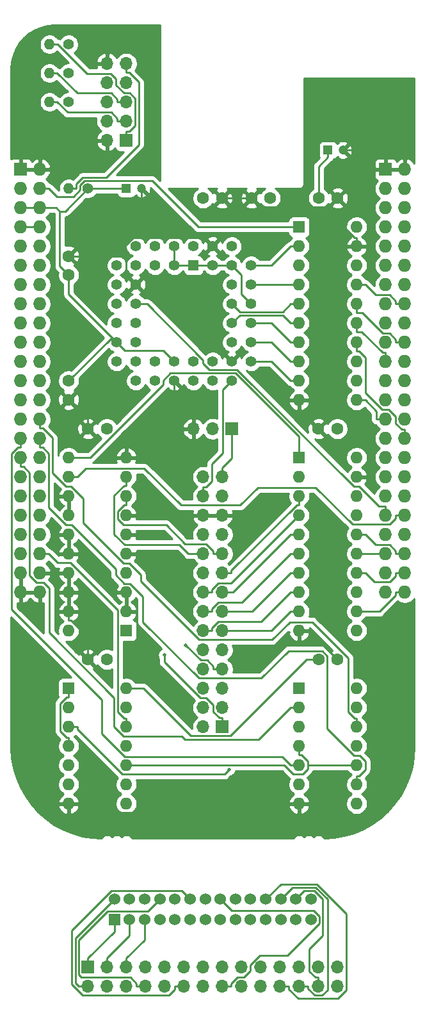
<source format=gbr>
G04 #@! TF.GenerationSoftware,KiCad,Pcbnew,(5.1.5)-3*
G04 #@! TF.CreationDate,2020-06-03T17:33:56-04:00*
G04 #@! TF.ProjectId,beaglesatella_cape,62656167-6c65-4736-9174-656c6c615f63,rev?*
G04 #@! TF.SameCoordinates,Original*
G04 #@! TF.FileFunction,Copper,L2,Bot*
G04 #@! TF.FilePolarity,Positive*
%FSLAX46Y46*%
G04 Gerber Fmt 4.6, Leading zero omitted, Abs format (unit mm)*
G04 Created by KiCad (PCBNEW (5.1.5)-3) date 2020-06-03 17:33:56*
%MOMM*%
%LPD*%
G04 APERTURE LIST*
%ADD10O,1.700000X1.700000*%
%ADD11R,1.700000X1.700000*%
%ADD12C,1.524000*%
%ADD13R,1.524000X1.524000*%
%ADD14C,1.200000*%
%ADD15R,1.200000X1.200000*%
%ADD16C,1.422400*%
%ADD17R,1.422400X1.422400*%
%ADD18O,1.600000X1.600000*%
%ADD19R,1.600000X1.600000*%
%ADD20O,1.400000X1.400000*%
%ADD21C,1.400000*%
%ADD22C,1.600000*%
%ADD23R,1.727200X1.727200*%
%ADD24O,1.727200X1.727200*%
%ADD25C,0.508000*%
%ADD26C,0.250000*%
%ADD27C,0.254000*%
G04 APERTURE END LIST*
D10*
X158280000Y-170332000D03*
X158280000Y-167792000D03*
X155740000Y-170332000D03*
X155740000Y-167792000D03*
X153200000Y-170332000D03*
X153200000Y-167792000D03*
X150660000Y-170332000D03*
X150660000Y-167792000D03*
X148120000Y-170332000D03*
X148120000Y-167792000D03*
X145580000Y-170332000D03*
X145580000Y-167792000D03*
X143040000Y-170332000D03*
X143040000Y-167792000D03*
X140500000Y-170332000D03*
X140500000Y-167792000D03*
X137960000Y-170332000D03*
X137960000Y-167792000D03*
X135420000Y-170332000D03*
X135420000Y-167792000D03*
X132880000Y-170332000D03*
X132880000Y-167792000D03*
X130340000Y-170332000D03*
X130340000Y-167792000D03*
X127800000Y-170332000D03*
X127800000Y-167792000D03*
X125260000Y-170332000D03*
D11*
X125260000Y-167792000D03*
D12*
X136770000Y-161522000D03*
X130770000Y-161522000D03*
X132770000Y-161522000D03*
D13*
X128770000Y-161522000D03*
D12*
X144770000Y-161522000D03*
X154770000Y-161522000D03*
X148770000Y-161522000D03*
X138770000Y-161522000D03*
X146770000Y-161522000D03*
X152770000Y-161522000D03*
X150770000Y-161522000D03*
X134770000Y-161522000D03*
X140770000Y-161522000D03*
X142770000Y-161522000D03*
X142770000Y-158822000D03*
X150770000Y-158822000D03*
X146770000Y-158822000D03*
X154770000Y-158822000D03*
X148770000Y-158822000D03*
X152770000Y-158822000D03*
X144770000Y-158822000D03*
X128770000Y-158822000D03*
X130770000Y-158822000D03*
X132770000Y-158822000D03*
X134770000Y-158822000D03*
X136770000Y-158822000D03*
X138770000Y-158822000D03*
X140770000Y-158822000D03*
D14*
X159010000Y-59842400D03*
D15*
X157010000Y-59842400D03*
D14*
X132340000Y-64922400D03*
D15*
X130340000Y-64922400D03*
D16*
X146850000Y-75082400D03*
X146850000Y-77622400D03*
X146850000Y-80162400D03*
X146850000Y-82702400D03*
X146850000Y-85242400D03*
X144310000Y-72542400D03*
X144310000Y-77622400D03*
X144310000Y-80162400D03*
X144310000Y-82702400D03*
X144310000Y-85242400D03*
X144310000Y-87782400D03*
X144310000Y-90322400D03*
X141770000Y-90322400D03*
X139230000Y-90322400D03*
X136690000Y-90322400D03*
X134150000Y-90322400D03*
X131610000Y-90322400D03*
X146850000Y-87782400D03*
X141770000Y-87782400D03*
X139230000Y-87782400D03*
X136690000Y-87782400D03*
X134150000Y-87782400D03*
X131610000Y-87782400D03*
X129070000Y-87782400D03*
X129070000Y-85242400D03*
X129070000Y-82702400D03*
X129070000Y-80162400D03*
X129070000Y-77622400D03*
X129070000Y-75082400D03*
X131610000Y-85242400D03*
X131610000Y-82702400D03*
X131610000Y-80162400D03*
X131610000Y-77622400D03*
X131610000Y-75082400D03*
X141770000Y-72542400D03*
X139230000Y-72542400D03*
X131610000Y-72542400D03*
X134150000Y-72542400D03*
X136690000Y-72542400D03*
X144310000Y-75082400D03*
X141770000Y-75082400D03*
X134150000Y-75082400D03*
X136690000Y-75082400D03*
D17*
X139230000Y-75082400D03*
D18*
X160820000Y-130962000D03*
X153200000Y-146202000D03*
X160820000Y-133502000D03*
X153200000Y-143662000D03*
X160820000Y-136042000D03*
X153200000Y-141122000D03*
X160820000Y-138582000D03*
X153200000Y-138582000D03*
X160820000Y-141122000D03*
X153200000Y-136042000D03*
X160820000Y-143662000D03*
X153200000Y-133502000D03*
X160820000Y-146202000D03*
D19*
X153200000Y-130962000D03*
D18*
X130340000Y-130962000D03*
X122720000Y-146202000D03*
X130340000Y-133502000D03*
X122720000Y-143662000D03*
X130340000Y-136042000D03*
X122720000Y-141122000D03*
X130340000Y-138582000D03*
X122720000Y-138582000D03*
X130340000Y-141122000D03*
X122720000Y-136042000D03*
X130340000Y-143662000D03*
X122720000Y-133502000D03*
X130340000Y-146202000D03*
D19*
X122720000Y-130962000D03*
D18*
X160820000Y-100482000D03*
X153200000Y-123342000D03*
X160820000Y-103022000D03*
X153200000Y-120802000D03*
X160820000Y-105562000D03*
X153200000Y-118262000D03*
X160820000Y-108102000D03*
X153200000Y-115722000D03*
X160820000Y-110642000D03*
X153200000Y-113182000D03*
X160820000Y-113182000D03*
X153200000Y-110642000D03*
X160820000Y-115722000D03*
X153200000Y-108102000D03*
X160820000Y-118262000D03*
X153200000Y-105562000D03*
X160820000Y-120802000D03*
X153200000Y-103022000D03*
X160820000Y-123342000D03*
D19*
X153200000Y-100482000D03*
D18*
X122720000Y-123342000D03*
X130340000Y-100482000D03*
X122720000Y-120802000D03*
X130340000Y-103022000D03*
X122720000Y-118262000D03*
X130340000Y-105562000D03*
X122720000Y-115722000D03*
X130340000Y-108102000D03*
X122720000Y-113182000D03*
X130340000Y-110642000D03*
X122720000Y-110642000D03*
X130340000Y-113182000D03*
X122720000Y-108102000D03*
X130340000Y-115722000D03*
X122720000Y-105562000D03*
X130340000Y-118262000D03*
X122720000Y-103022000D03*
X130340000Y-120802000D03*
X122720000Y-100482000D03*
D19*
X130340000Y-123342000D03*
D18*
X160820000Y-70002400D03*
X153200000Y-92862400D03*
X160820000Y-72542400D03*
X153200000Y-90322400D03*
X160820000Y-75082400D03*
X153200000Y-87782400D03*
X160820000Y-77622400D03*
X153200000Y-85242400D03*
X160820000Y-80162400D03*
X153200000Y-82702400D03*
X160820000Y-82702400D03*
X153200000Y-80162400D03*
X160820000Y-85242400D03*
X153200000Y-77622400D03*
X160820000Y-87782400D03*
X153200000Y-75082400D03*
X160820000Y-90322400D03*
X153200000Y-72542400D03*
X160820000Y-92862400D03*
D19*
X153200000Y-70002400D03*
D20*
X122720000Y-64922400D03*
D21*
X125260000Y-64922400D03*
D20*
X120180000Y-53492400D03*
D21*
X122720000Y-53492400D03*
D20*
X120180000Y-49682400D03*
D21*
X122720000Y-49682400D03*
D20*
X120180000Y-45872400D03*
D21*
X122720000Y-45872400D03*
D10*
X127800000Y-48412400D03*
X130340000Y-48412400D03*
X127800000Y-50952400D03*
X130340000Y-50952400D03*
X127800000Y-53492400D03*
X130340000Y-53492400D03*
X127800000Y-56032400D03*
X130340000Y-56032400D03*
X127800000Y-58572400D03*
D11*
X130340000Y-58572400D03*
D22*
X158240000Y-96672400D03*
X155740000Y-96672400D03*
X127760000Y-96672400D03*
X125260000Y-96672400D03*
X155780000Y-66192400D03*
X158280000Y-66192400D03*
X155780000Y-127152000D03*
X158280000Y-127152000D03*
X127760000Y-127152000D03*
X125260000Y-127152000D03*
X143000000Y-66192400D03*
X140500000Y-66192400D03*
X122720000Y-73852400D03*
X122720000Y-76352400D03*
X122720000Y-92822400D03*
X122720000Y-90322400D03*
X146890000Y-66192400D03*
X149390000Y-66192400D03*
D23*
X164630000Y-62382400D03*
D24*
X167170000Y-62382400D03*
X164630000Y-64922400D03*
X167170000Y-64922400D03*
X164630000Y-67462400D03*
X167170000Y-67462400D03*
X164630000Y-70002400D03*
X167170000Y-70002400D03*
X164630000Y-72542400D03*
X167170000Y-72542400D03*
X164630000Y-75082400D03*
X167170000Y-75082400D03*
X164630000Y-77622400D03*
X167170000Y-77622400D03*
X164630000Y-80162400D03*
X167170000Y-80162400D03*
X164630000Y-82702400D03*
X167170000Y-82702400D03*
X164630000Y-85242400D03*
X167170000Y-85242400D03*
X164630000Y-87782400D03*
X167170000Y-87782400D03*
X164630000Y-90322400D03*
X167170000Y-90322400D03*
X164630000Y-92862400D03*
X167170000Y-92862400D03*
X164630000Y-95402400D03*
X167170000Y-95402400D03*
X164630000Y-97942400D03*
X167170000Y-97942400D03*
X164630000Y-100482400D03*
X167170000Y-100482400D03*
X164630000Y-103022400D03*
X167170000Y-103022400D03*
X164630000Y-105562400D03*
X167170000Y-105562400D03*
X164630000Y-108102400D03*
X167170000Y-108102400D03*
X164630000Y-110642400D03*
X167170000Y-110642400D03*
X164630000Y-113182400D03*
X167170000Y-113182400D03*
X164630000Y-115722400D03*
X167170000Y-115722400D03*
X164630000Y-118262400D03*
X167170000Y-118262400D03*
D23*
X116370000Y-62382400D03*
D24*
X118910000Y-62382400D03*
X116370000Y-64922400D03*
X118910000Y-64922400D03*
X116370000Y-67462400D03*
X118910000Y-67462400D03*
X116370000Y-70002400D03*
X118910000Y-70002400D03*
X116370000Y-72542400D03*
X118910000Y-72542400D03*
X116370000Y-75082400D03*
X118910000Y-75082400D03*
X116370000Y-77622400D03*
X118910000Y-77622400D03*
X116370000Y-80162400D03*
X118910000Y-80162400D03*
X116370000Y-82702400D03*
X118910000Y-82702400D03*
X116370000Y-85242400D03*
X118910000Y-85242400D03*
X116370000Y-87782400D03*
X118910000Y-87782400D03*
X116370000Y-90322400D03*
X118910000Y-90322400D03*
X116370000Y-92862400D03*
X118910000Y-92862400D03*
X116370000Y-95402400D03*
X118910000Y-95402400D03*
X116370000Y-97942400D03*
X118910000Y-97942400D03*
X116370000Y-100482400D03*
X118910000Y-100482400D03*
X116370000Y-103022400D03*
X118910000Y-103022400D03*
X116370000Y-105562400D03*
X118910000Y-105562400D03*
X116370000Y-108102400D03*
X118910000Y-108102400D03*
X116370000Y-110642400D03*
X118910000Y-110642400D03*
X116370000Y-113182400D03*
X118910000Y-113182400D03*
X116370000Y-115722400D03*
X118910000Y-115722400D03*
X116370000Y-118262400D03*
X118910000Y-118262400D03*
D11*
X143040000Y-136042000D03*
D10*
X140500000Y-136042000D03*
X143040000Y-133502000D03*
X140500000Y-133502000D03*
X143040000Y-130962000D03*
X140500000Y-130962000D03*
X143040000Y-128422000D03*
X140500000Y-128422000D03*
X143040000Y-125882000D03*
X140500000Y-125882000D03*
X143040000Y-123342000D03*
X140500000Y-123342000D03*
X143040000Y-120802000D03*
X140500000Y-120802000D03*
X143040000Y-118262000D03*
X140500000Y-118262000D03*
X143040000Y-115722000D03*
X140500000Y-115722000D03*
X143040000Y-113182000D03*
X140500000Y-113182000D03*
X143040000Y-110642000D03*
X140500000Y-110642000D03*
X143040000Y-108102000D03*
X140500000Y-108102000D03*
X143040000Y-105562000D03*
X140500000Y-105562000D03*
X143040000Y-103022000D03*
X140500000Y-103022000D03*
D11*
X144310000Y-96672400D03*
D10*
X141770000Y-96672400D03*
X139230000Y-96672400D03*
D25*
X143917100Y-141707000D03*
X138178700Y-125241900D03*
X135367400Y-126543700D03*
D26*
X122720000Y-120802000D02*
X122720000Y-121927300D01*
X122720000Y-121927300D02*
X123001300Y-121927300D01*
X123001300Y-121927300D02*
X125260000Y-124186000D01*
X125260000Y-124186000D02*
X125260000Y-127152000D01*
X132340000Y-71456700D02*
X140684300Y-71456700D01*
X140684300Y-71456700D02*
X141770000Y-72542400D01*
X129964000Y-73852400D02*
X129964000Y-72718900D01*
X129964000Y-72718900D02*
X131226200Y-71456700D01*
X131226200Y-71456700D02*
X132340000Y-71456700D01*
X132340000Y-71456700D02*
X132340000Y-64922400D01*
X129964000Y-73852400D02*
X130340000Y-74228400D01*
X130340000Y-74228400D02*
X130340000Y-76352400D01*
X130340000Y-76352400D02*
X131610000Y-77622400D01*
X122720000Y-73852400D02*
X129964000Y-73852400D01*
X118910000Y-62382400D02*
X120098900Y-62382400D01*
X127800000Y-58572400D02*
X123908900Y-58572400D01*
X123908900Y-58572400D02*
X120098900Y-62382400D01*
X122720000Y-115722000D02*
X121594700Y-115722000D01*
X121594700Y-115722000D02*
X121594300Y-115722400D01*
X121594300Y-115722400D02*
X118910000Y-115722400D01*
X157154600Y-67317800D02*
X158280000Y-66192400D01*
X146890000Y-66192400D02*
X148015400Y-67317800D01*
X148015400Y-67317800D02*
X157154600Y-67317800D01*
X157154600Y-67317800D02*
X157154600Y-68005300D01*
X157154600Y-68005300D02*
X160566400Y-71417100D01*
X160566400Y-71417100D02*
X160820000Y-71417100D01*
X160820000Y-72542400D02*
X160820000Y-71417100D01*
X164630000Y-62382400D02*
X163441100Y-62382400D01*
X163441100Y-62382400D02*
X160901100Y-59842400D01*
X160901100Y-59842400D02*
X159010000Y-59842400D01*
X167170000Y-62382400D02*
X164630000Y-62382400D01*
X143000000Y-66192400D02*
X146890000Y-66192400D01*
X122720000Y-146202000D02*
X123845300Y-146202000D01*
X153200000Y-146202000D02*
X152074700Y-146202000D01*
X152074700Y-146202000D02*
X150949400Y-147327300D01*
X150949400Y-147327300D02*
X124970600Y-147327300D01*
X124970600Y-147327300D02*
X123845300Y-146202000D01*
X153200000Y-92862400D02*
X153200000Y-93987700D01*
X153200000Y-93987700D02*
X155740000Y-96527700D01*
X155740000Y-96527700D02*
X155740000Y-96672400D01*
X136690000Y-96672400D02*
X136690000Y-90322400D01*
X130340000Y-100482000D02*
X132880400Y-100482000D01*
X132880400Y-100482000D02*
X136690000Y-96672400D01*
X136690000Y-96672400D02*
X138054700Y-96672400D01*
X158280000Y-127152000D02*
X154470000Y-123342000D01*
X154470000Y-123342000D02*
X153200000Y-123342000D01*
X139230000Y-96672400D02*
X138054700Y-96672400D01*
X130340000Y-118262000D02*
X129214700Y-118262000D01*
X129214700Y-118262000D02*
X124134700Y-113182000D01*
X124134700Y-113182000D02*
X122720000Y-113182000D01*
X122720000Y-105562000D02*
X122720000Y-108102000D01*
X122720000Y-92822400D02*
X125260000Y-95362400D01*
X125260000Y-95362400D02*
X125260000Y-96672400D01*
X118910000Y-118262400D02*
X116370000Y-118262400D01*
X140500000Y-108102000D02*
X130340000Y-108102000D01*
X143040000Y-108102000D02*
X140500000Y-108102000D01*
X157010000Y-59842400D02*
X157010000Y-60767700D01*
X155780000Y-66192400D02*
X155780000Y-61997700D01*
X155780000Y-61997700D02*
X157010000Y-60767700D01*
X118910000Y-64922400D02*
X120098900Y-64922400D01*
X120098900Y-64922400D02*
X121143900Y-65967400D01*
X121143900Y-65967400D02*
X123337200Y-65967400D01*
X123337200Y-65967400D02*
X124195700Y-65108900D01*
X124195700Y-65108900D02*
X124195700Y-64509300D01*
X124195700Y-64509300D02*
X124807900Y-63897100D01*
X124807900Y-63897100D02*
X133761600Y-63897100D01*
X133761600Y-63897100D02*
X139866900Y-70002400D01*
X139866900Y-70002400D02*
X153200000Y-70002400D01*
X141770000Y-75082400D02*
X144310000Y-75082400D01*
X139230000Y-75082400D02*
X141770000Y-75082400D01*
X130340000Y-130962000D02*
X132634000Y-130962000D01*
X132634000Y-130962000D02*
X138889400Y-137217400D01*
X138889400Y-137217400D02*
X144086800Y-137217400D01*
X144086800Y-137217400D02*
X154152200Y-127152000D01*
X154152200Y-127152000D02*
X155780000Y-127152000D01*
X136690000Y-75082400D02*
X138193500Y-75082400D01*
X139230000Y-75082400D02*
X138193500Y-75082400D01*
X136690000Y-72542400D02*
X136690000Y-75082400D01*
X122720000Y-76352400D02*
X122720000Y-78892400D01*
X122720000Y-78892400D02*
X128435000Y-84607400D01*
X128435000Y-84607400D02*
X129070000Y-85242400D01*
X128435000Y-84607400D02*
X122720000Y-90322400D01*
X129070000Y-85242400D02*
X130124800Y-86297200D01*
X130124800Y-86297200D02*
X135204800Y-86297200D01*
X135204800Y-86297200D02*
X136690000Y-87782400D01*
X121549200Y-67912700D02*
X121549200Y-75181600D01*
X121549200Y-75181600D02*
X122720000Y-76352400D01*
X121549200Y-67912700D02*
X122269700Y-67912700D01*
X122269700Y-67912700D02*
X125260000Y-64922400D01*
X118910000Y-67462400D02*
X121098900Y-67462400D01*
X121098900Y-67462400D02*
X121549200Y-67912700D01*
X116370000Y-67462400D02*
X118910000Y-67462400D01*
X125260000Y-64922400D02*
X129414700Y-64922400D01*
X130340000Y-64922400D02*
X129414700Y-64922400D01*
X144310000Y-75082400D02*
X145580000Y-76352400D01*
X145580000Y-76352400D02*
X145580000Y-78892400D01*
X145580000Y-78892400D02*
X146850000Y-80162400D01*
X118910000Y-70002400D02*
X116370000Y-70002400D01*
X144310000Y-90322400D02*
X143134600Y-91497800D01*
X143134600Y-91497800D02*
X143134600Y-99826600D01*
X143134600Y-99826600D02*
X141675300Y-101285900D01*
X141675300Y-101285900D02*
X141675300Y-103578800D01*
X141675300Y-103578800D02*
X140867400Y-104386700D01*
X140867400Y-104386700D02*
X140500000Y-104386700D01*
X140500000Y-105562000D02*
X140500000Y-104386700D01*
X130340000Y-105562000D02*
X130340000Y-106687300D01*
X143040000Y-113182000D02*
X141864700Y-113182000D01*
X141864700Y-113182000D02*
X141864700Y-112814700D01*
X141864700Y-112814700D02*
X140897600Y-111847600D01*
X140897600Y-111847600D02*
X138082700Y-111847600D01*
X138082700Y-111847600D02*
X135607100Y-109372000D01*
X135607100Y-109372000D02*
X129985500Y-109372000D01*
X129985500Y-109372000D02*
X129214700Y-108601200D01*
X129214700Y-108601200D02*
X129214700Y-107531200D01*
X129214700Y-107531200D02*
X130058600Y-106687300D01*
X130058600Y-106687300D02*
X130340000Y-106687300D01*
X123845300Y-136042000D02*
X123845300Y-136323300D01*
X123845300Y-136323300D02*
X129828400Y-142306400D01*
X129828400Y-142306400D02*
X143317700Y-142306400D01*
X143317700Y-142306400D02*
X143917100Y-141707000D01*
X122720000Y-136042000D02*
X123845300Y-136042000D01*
X153200000Y-105562000D02*
X153200000Y-106687300D01*
X143040000Y-115722000D02*
X144215300Y-115722000D01*
X144215300Y-115722000D02*
X144215300Y-115390700D01*
X144215300Y-115390700D02*
X152918700Y-106687300D01*
X152918700Y-106687300D02*
X153200000Y-106687300D01*
X140500000Y-118262000D02*
X141675300Y-118262000D01*
X141675300Y-118262000D02*
X141675300Y-117894600D01*
X141675300Y-117894600D02*
X142483200Y-117086700D01*
X142483200Y-117086700D02*
X144215300Y-117086700D01*
X144215300Y-117086700D02*
X153200000Y-108102000D01*
X153200000Y-110642000D02*
X152074700Y-110642000D01*
X143040000Y-118262000D02*
X144454700Y-118262000D01*
X144454700Y-118262000D02*
X152074700Y-110642000D01*
X153200000Y-113182000D02*
X152074700Y-113182000D01*
X140500000Y-120802000D02*
X141675300Y-120802000D01*
X141675300Y-120802000D02*
X141675300Y-120434600D01*
X141675300Y-120434600D02*
X142483200Y-119626700D01*
X142483200Y-119626700D02*
X145630000Y-119626700D01*
X145630000Y-119626700D02*
X152074700Y-113182000D01*
X153200000Y-115722000D02*
X152074700Y-115722000D01*
X143040000Y-120802000D02*
X146994700Y-120802000D01*
X146994700Y-120802000D02*
X152074700Y-115722000D01*
X153200000Y-118262000D02*
X152074700Y-118262000D01*
X140500000Y-123342000D02*
X141675300Y-123342000D01*
X141675300Y-123342000D02*
X141675300Y-122974600D01*
X141675300Y-122974600D02*
X142483200Y-122166700D01*
X142483200Y-122166700D02*
X148170000Y-122166700D01*
X148170000Y-122166700D02*
X152074700Y-118262000D01*
X152074700Y-120802000D02*
X149534700Y-123342000D01*
X149534700Y-123342000D02*
X143040000Y-123342000D01*
X153200000Y-120802000D02*
X152074700Y-120802000D01*
X141864700Y-128422000D02*
X141864700Y-128054600D01*
X141864700Y-128054600D02*
X141056800Y-127246700D01*
X141056800Y-127246700D02*
X140183500Y-127246700D01*
X140183500Y-127246700D02*
X138178700Y-125241900D01*
X143040000Y-128422000D02*
X141864700Y-128422000D01*
X143040000Y-134866700D02*
X142672600Y-134866700D01*
X142672600Y-134866700D02*
X141864700Y-134058800D01*
X141864700Y-134058800D02*
X141864700Y-133165700D01*
X141864700Y-133165700D02*
X140931000Y-132232000D01*
X140931000Y-132232000D02*
X140106000Y-132232000D01*
X140106000Y-132232000D02*
X135367400Y-127493400D01*
X135367400Y-127493400D02*
X135367400Y-126543700D01*
X143040000Y-136042000D02*
X143040000Y-134866700D01*
X160820000Y-80162400D02*
X160820000Y-81287700D01*
X167170000Y-85242400D02*
X165981100Y-85242400D01*
X165981100Y-85242400D02*
X165981100Y-84870800D01*
X165981100Y-84870800D02*
X165163800Y-84053500D01*
X165163800Y-84053500D02*
X164285400Y-84053500D01*
X164285400Y-84053500D02*
X161519600Y-81287700D01*
X161519600Y-81287700D02*
X160820000Y-81287700D01*
X160820000Y-82702400D02*
X160820000Y-83827700D01*
X164630000Y-87782400D02*
X164630000Y-86593500D01*
X164630000Y-86593500D02*
X164258400Y-86593500D01*
X164258400Y-86593500D02*
X161492600Y-83827700D01*
X161492600Y-83827700D02*
X160820000Y-83827700D01*
X164630000Y-95402400D02*
X163441100Y-95402400D01*
X160820000Y-92862400D02*
X161945300Y-92862400D01*
X163441100Y-95402400D02*
X163441100Y-94358200D01*
X163441100Y-94358200D02*
X161945300Y-92862400D01*
X160820000Y-85242400D02*
X160820000Y-86367700D01*
X167170000Y-97942400D02*
X167170000Y-96753500D01*
X167170000Y-96753500D02*
X166798400Y-96753500D01*
X166798400Y-96753500D02*
X165981100Y-95936200D01*
X165981100Y-95936200D02*
X165981100Y-95050200D01*
X165981100Y-95050200D02*
X165063300Y-94132400D01*
X165063300Y-94132400D02*
X164150800Y-94132400D01*
X164150800Y-94132400D02*
X161945300Y-91926900D01*
X161945300Y-91926900D02*
X161945300Y-87211600D01*
X161945300Y-87211600D02*
X161101400Y-86367700D01*
X161101400Y-86367700D02*
X160820000Y-86367700D01*
X160820000Y-113182000D02*
X161945300Y-113182000D01*
X164630000Y-113182400D02*
X161945700Y-113182400D01*
X161945700Y-113182400D02*
X161945300Y-113182000D01*
X160820000Y-110642000D02*
X161945300Y-110642000D01*
X167170000Y-113182400D02*
X165981100Y-113182400D01*
X165981100Y-113182400D02*
X165981100Y-112810800D01*
X165981100Y-112810800D02*
X165163800Y-111993500D01*
X165163800Y-111993500D02*
X163296800Y-111993500D01*
X163296800Y-111993500D02*
X161945300Y-110642000D01*
X160820000Y-115722000D02*
X161945300Y-115722000D01*
X167170000Y-115722400D02*
X165981100Y-115722400D01*
X165981100Y-115722400D02*
X165981100Y-116093900D01*
X165981100Y-116093900D02*
X165162000Y-116913000D01*
X165162000Y-116913000D02*
X163136300Y-116913000D01*
X163136300Y-116913000D02*
X161945300Y-115722000D01*
X167170000Y-118262400D02*
X165981100Y-118262400D01*
X165981100Y-118262400D02*
X165981100Y-118633900D01*
X165981100Y-118633900D02*
X163813000Y-120802000D01*
X163813000Y-120802000D02*
X160820000Y-120802000D01*
X160820000Y-134916700D02*
X160538600Y-134916700D01*
X160538600Y-134916700D02*
X159694700Y-134072800D01*
X159694700Y-134072800D02*
X159694700Y-126962200D01*
X159694700Y-126962200D02*
X154917000Y-122184500D01*
X154917000Y-122184500D02*
X151962100Y-122184500D01*
X151962100Y-122184500D02*
X149623400Y-124523200D01*
X149623400Y-124523200D02*
X139946200Y-124523200D01*
X139946200Y-124523200D02*
X132227800Y-116804800D01*
X132227800Y-116804800D02*
X132227800Y-115942500D01*
X132227800Y-115942500D02*
X130737300Y-114452000D01*
X130737300Y-114452000D02*
X129989700Y-114452000D01*
X129989700Y-114452000D02*
X124631600Y-109093900D01*
X124631600Y-109093900D02*
X124631600Y-105876000D01*
X124631600Y-105876000D02*
X123047600Y-104292000D01*
X123047600Y-104292000D02*
X122376700Y-104292000D01*
X122376700Y-104292000D02*
X120549200Y-102464500D01*
X120549200Y-102464500D02*
X120549200Y-97858900D01*
X120549200Y-97858900D02*
X119281600Y-96591300D01*
X119281600Y-96591300D02*
X118910000Y-96591300D01*
X118910000Y-95402400D02*
X118910000Y-96591300D01*
X160820000Y-136042000D02*
X160820000Y-134916700D01*
X153200000Y-141122000D02*
X152074700Y-141122000D01*
X116370000Y-97942400D02*
X116370000Y-99131300D01*
X116370000Y-99131300D02*
X115998500Y-99131300D01*
X115998500Y-99131300D02*
X115161600Y-99968200D01*
X115161600Y-99968200D02*
X115161600Y-120547700D01*
X115161600Y-120547700D02*
X127069900Y-132456000D01*
X127069900Y-132456000D02*
X127069900Y-136917300D01*
X127069900Y-136917300D02*
X130149300Y-139996700D01*
X130149300Y-139996700D02*
X150949400Y-139996700D01*
X150949400Y-139996700D02*
X152074700Y-141122000D01*
X160820000Y-142536700D02*
X161101400Y-142536700D01*
X161101400Y-142536700D02*
X161945300Y-141692800D01*
X161945300Y-141692800D02*
X161945300Y-140578400D01*
X161945300Y-140578400D02*
X161218900Y-139852000D01*
X161218900Y-139852000D02*
X160492500Y-139852000D01*
X160492500Y-139852000D02*
X156934900Y-136294400D01*
X156934900Y-136294400D02*
X156934900Y-126668400D01*
X156934900Y-126668400D02*
X156270300Y-126003800D01*
X156270300Y-126003800D02*
X151818300Y-126003800D01*
X151818300Y-126003800D02*
X148216500Y-129605600D01*
X148216500Y-129605600D02*
X139953400Y-129605600D01*
X139953400Y-129605600D02*
X132536500Y-122188700D01*
X132536500Y-122188700D02*
X132536500Y-118838900D01*
X132536500Y-118838900D02*
X130834200Y-117136600D01*
X130834200Y-117136600D02*
X130091200Y-117136600D01*
X130091200Y-117136600D02*
X128930100Y-115975500D01*
X128930100Y-115975500D02*
X128930100Y-115191000D01*
X128930100Y-115191000D02*
X123111100Y-109372000D01*
X123111100Y-109372000D02*
X122376800Y-109372000D01*
X122376800Y-109372000D02*
X120098900Y-107094100D01*
X120098900Y-107094100D02*
X120098900Y-99953300D01*
X120098900Y-99953300D02*
X119276900Y-99131300D01*
X119276900Y-99131300D02*
X118910000Y-99131300D01*
X160820000Y-143662000D02*
X160820000Y-142536700D01*
X118910000Y-97942400D02*
X118910000Y-99131300D01*
X116370000Y-101671300D02*
X116741600Y-101671300D01*
X116741600Y-101671300D02*
X117558900Y-102488600D01*
X117558900Y-102488600D02*
X117558900Y-116074600D01*
X117558900Y-116074600D02*
X118476700Y-116992400D01*
X118476700Y-116992400D02*
X119390300Y-116992400D01*
X119390300Y-116992400D02*
X120122100Y-117724200D01*
X120122100Y-117724200D02*
X120122100Y-123605500D01*
X120122100Y-123605500D02*
X128690100Y-132173500D01*
X128690100Y-132173500D02*
X128690100Y-136051300D01*
X128690100Y-136051300D02*
X129950800Y-137312000D01*
X129950800Y-137312000D02*
X137710200Y-137312000D01*
X137710200Y-137312000D02*
X138104200Y-137706000D01*
X138104200Y-137706000D02*
X147870700Y-137706000D01*
X147870700Y-137706000D02*
X152074700Y-133502000D01*
X153200000Y-133502000D02*
X152074700Y-133502000D01*
X116370000Y-100482400D02*
X116370000Y-101671300D01*
X153200000Y-100482000D02*
X153200000Y-97695100D01*
X153200000Y-97695100D02*
X144787700Y-89282800D01*
X144787700Y-89282800D02*
X136195000Y-89282800D01*
X136195000Y-89282800D02*
X135194900Y-90282900D01*
X135194900Y-90282900D02*
X135194900Y-90847300D01*
X135194900Y-90847300D02*
X125560200Y-100482000D01*
X125560200Y-100482000D02*
X122720000Y-100482000D01*
X164630000Y-108102400D02*
X164630000Y-106913500D01*
X164630000Y-106913500D02*
X163763000Y-106913500D01*
X163763000Y-106913500D02*
X161141500Y-104292000D01*
X161141500Y-104292000D02*
X160453600Y-104292000D01*
X160453600Y-104292000D02*
X144994000Y-88832400D01*
X144994000Y-88832400D02*
X141335800Y-88832400D01*
X141335800Y-88832400D02*
X140500000Y-87996600D01*
X140500000Y-87996600D02*
X140500000Y-87568400D01*
X140500000Y-87568400D02*
X133094000Y-80162400D01*
X133094000Y-80162400D02*
X131610000Y-80162400D01*
X122720000Y-103022000D02*
X123845300Y-103022000D01*
X167170000Y-108102400D02*
X165981100Y-108102400D01*
X165981100Y-108102400D02*
X165981100Y-108473900D01*
X165981100Y-108473900D02*
X165162400Y-109292600D01*
X165162400Y-109292600D02*
X160260100Y-109292600D01*
X160260100Y-109292600D02*
X155368000Y-104400500D01*
X155368000Y-104400500D02*
X147774100Y-104400500D01*
X147774100Y-104400500D02*
X145409700Y-106764900D01*
X145409700Y-106764900D02*
X137585100Y-106764900D01*
X137585100Y-106764900D02*
X132716900Y-101896700D01*
X132716900Y-101896700D02*
X124970600Y-101896700D01*
X124970600Y-101896700D02*
X123845300Y-103022000D01*
X130340000Y-136042000D02*
X130340000Y-134916700D01*
X118910000Y-113182400D02*
X120098900Y-113182400D01*
X120098900Y-113182400D02*
X121287800Y-114371300D01*
X121287800Y-114371300D02*
X122962800Y-114371300D01*
X122962800Y-114371300D02*
X129214700Y-120623200D01*
X129214700Y-120623200D02*
X129214700Y-134072800D01*
X129214700Y-134072800D02*
X130058600Y-134916700D01*
X130058600Y-134916700D02*
X130340000Y-134916700D01*
X153200000Y-72542400D02*
X152074700Y-72542400D01*
X152074700Y-72542400D02*
X149534700Y-75082400D01*
X149534700Y-75082400D02*
X146850000Y-75082400D01*
X154325300Y-141122000D02*
X154325300Y-140551200D01*
X154325300Y-140551200D02*
X153481400Y-139707300D01*
X153481400Y-139707300D02*
X153200000Y-139707300D01*
X131465300Y-141122000D02*
X151246200Y-141122000D01*
X151246200Y-141122000D02*
X152421000Y-142296800D01*
X152421000Y-142296800D02*
X153646100Y-142296800D01*
X153646100Y-142296800D02*
X154325300Y-141617600D01*
X154325300Y-141617600D02*
X154325300Y-141122000D01*
X154325300Y-141122000D02*
X159694700Y-141122000D01*
X160820000Y-141122000D02*
X159694700Y-141122000D01*
X122720000Y-138582000D02*
X122720000Y-137456700D01*
X122720000Y-130962000D02*
X122720000Y-132087300D01*
X122720000Y-132087300D02*
X122438700Y-132087300D01*
X122438700Y-132087300D02*
X121594700Y-132931300D01*
X121594700Y-132931300D02*
X121594700Y-136612800D01*
X121594700Y-136612800D02*
X122438600Y-137456700D01*
X122438600Y-137456700D02*
X122720000Y-137456700D01*
X153200000Y-138582000D02*
X153200000Y-139707300D01*
X130340000Y-141122000D02*
X131465300Y-141122000D01*
X153200000Y-77622400D02*
X146850000Y-77622400D01*
X152074700Y-80162400D02*
X151033000Y-81204100D01*
X151033000Y-81204100D02*
X145351700Y-81204100D01*
X145351700Y-81204100D02*
X144310000Y-80162400D01*
X153200000Y-80162400D02*
X152074700Y-80162400D01*
X153200000Y-82702400D02*
X152074700Y-82702400D01*
X152074700Y-82702400D02*
X151032500Y-81660200D01*
X151032500Y-81660200D02*
X145352200Y-81660200D01*
X145352200Y-81660200D02*
X144310000Y-82702400D01*
X153200000Y-85242400D02*
X152074700Y-85242400D01*
X152074700Y-85242400D02*
X149534700Y-82702400D01*
X149534700Y-82702400D02*
X146850000Y-82702400D01*
X153200000Y-90322400D02*
X152074700Y-90322400D01*
X152074700Y-90322400D02*
X149534700Y-87782400D01*
X149534700Y-87782400D02*
X146850000Y-87782400D01*
X153200000Y-87782400D02*
X152074700Y-87782400D01*
X152074700Y-87782400D02*
X149534700Y-85242400D01*
X149534700Y-85242400D02*
X146850000Y-85242400D01*
X130340000Y-104147300D02*
X130058700Y-104147300D01*
X130058700Y-104147300D02*
X128717100Y-105488900D01*
X128717100Y-105488900D02*
X128717100Y-110615800D01*
X128717100Y-110615800D02*
X130108000Y-112006700D01*
X130108000Y-112006700D02*
X137379600Y-112006700D01*
X137379600Y-112006700D02*
X138554900Y-113182000D01*
X138554900Y-113182000D02*
X139324700Y-113182000D01*
X140500000Y-113182000D02*
X139324700Y-113182000D01*
X130340000Y-103022000D02*
X130340000Y-104147300D01*
X160820000Y-77622400D02*
X161945300Y-77622400D01*
X167170000Y-80162400D02*
X165981100Y-80162400D01*
X165981100Y-80162400D02*
X165981100Y-79790800D01*
X165981100Y-79790800D02*
X165163800Y-78973500D01*
X165163800Y-78973500D02*
X163296400Y-78973500D01*
X163296400Y-78973500D02*
X161945300Y-77622400D01*
X143040000Y-103022000D02*
X143040000Y-101846700D01*
X144310000Y-96672400D02*
X144310000Y-100576700D01*
X144310000Y-100576700D02*
X143040000Y-101846700D01*
X130340000Y-49587700D02*
X130707300Y-49587700D01*
X130707300Y-49587700D02*
X132003900Y-50884300D01*
X132003900Y-50884300D02*
X132003900Y-59111100D01*
X132003900Y-59111100D02*
X127668300Y-63446700D01*
X127668300Y-63446700D02*
X124594100Y-63446700D01*
X124594100Y-63446700D02*
X123745300Y-64295500D01*
X123745300Y-64295500D02*
X123745300Y-64922400D01*
X122720000Y-64922400D02*
X123745300Y-64922400D01*
X130340000Y-48412400D02*
X130340000Y-49587700D01*
X129164700Y-53492400D02*
X129164700Y-53125000D01*
X129164700Y-53125000D02*
X128356800Y-52317100D01*
X128356800Y-52317100D02*
X123840000Y-52317100D01*
X123840000Y-52317100D02*
X121205300Y-49682400D01*
X120180000Y-49682400D02*
X121205300Y-49682400D01*
X130340000Y-53492400D02*
X129164700Y-53492400D01*
X120180000Y-53492400D02*
X121205300Y-53492400D01*
X130340000Y-56032400D02*
X129164700Y-56032400D01*
X129164700Y-56032400D02*
X129164700Y-55665000D01*
X129164700Y-55665000D02*
X128356800Y-54857100D01*
X128356800Y-54857100D02*
X122570000Y-54857100D01*
X122570000Y-54857100D02*
X121205300Y-53492400D01*
X130340000Y-58572400D02*
X130340000Y-57397100D01*
X130340000Y-57397100D02*
X130707300Y-57397100D01*
X130707300Y-57397100D02*
X131532900Y-56571500D01*
X131532900Y-56571500D02*
X131532900Y-53023000D01*
X131532900Y-53023000D02*
X130827000Y-52317100D01*
X130827000Y-52317100D02*
X130040500Y-52317100D01*
X130040500Y-52317100D02*
X128975400Y-51252000D01*
X128975400Y-51252000D02*
X128975400Y-50463000D01*
X128975400Y-50463000D02*
X128289400Y-49777000D01*
X128289400Y-49777000D02*
X125174500Y-49777000D01*
X125174500Y-49777000D02*
X121269900Y-45872400D01*
X121269900Y-45872400D02*
X120180000Y-45872400D01*
X127800000Y-167792000D02*
X127800000Y-166616700D01*
X130770000Y-161522000D02*
X130770000Y-163646700D01*
X130770000Y-163646700D02*
X127800000Y-166616700D01*
X130340000Y-167792000D02*
X130340000Y-166616700D01*
X132770000Y-161522000D02*
X132770000Y-164186700D01*
X132770000Y-164186700D02*
X130340000Y-166616700D01*
X128770000Y-161522000D02*
X128770000Y-163106700D01*
X128770000Y-163106700D02*
X125260000Y-166616700D01*
X125260000Y-167792000D02*
X125260000Y-166616700D01*
X143040000Y-170332000D02*
X144215300Y-170332000D01*
X142770000Y-158822000D02*
X144284800Y-160336800D01*
X144284800Y-160336800D02*
X155125300Y-160336800D01*
X155125300Y-160336800D02*
X155860800Y-161072300D01*
X155860800Y-161072300D02*
X155860800Y-161971300D01*
X155860800Y-161971300D02*
X151609100Y-166223000D01*
X151609100Y-166223000D02*
X148026500Y-166223000D01*
X148026500Y-166223000D02*
X146755400Y-167494100D01*
X146755400Y-167494100D02*
X146755400Y-168317600D01*
X146755400Y-168317600D02*
X145916300Y-169156700D01*
X145916300Y-169156700D02*
X145023200Y-169156700D01*
X145023200Y-169156700D02*
X144215300Y-169964600D01*
X144215300Y-169964600D02*
X144215300Y-170332000D01*
X154375300Y-170332000D02*
X154375300Y-170633300D01*
X154375300Y-170633300D02*
X155249300Y-171507300D01*
X155249300Y-171507300D02*
X156242700Y-171507300D01*
X156242700Y-171507300D02*
X156943100Y-170806900D01*
X156943100Y-170806900D02*
X156943100Y-158808800D01*
X156943100Y-158808800D02*
X155395200Y-157260900D01*
X155395200Y-157260900D02*
X152331100Y-157260900D01*
X152331100Y-157260900D02*
X150770000Y-158822000D01*
X153200000Y-170332000D02*
X154375300Y-170332000D01*
X151835300Y-170332000D02*
X151835300Y-170699300D01*
X151835300Y-170699300D02*
X153093600Y-171957600D01*
X153093600Y-171957600D02*
X158322600Y-171957600D01*
X158322600Y-171957600D02*
X159478500Y-170801700D01*
X159478500Y-170801700D02*
X159478500Y-160707300D01*
X159478500Y-160707300D02*
X155581800Y-156810600D01*
X155581800Y-156810600D02*
X150781400Y-156810600D01*
X150781400Y-156810600D02*
X148770000Y-158822000D01*
X150660000Y-170332000D02*
X151835300Y-170332000D01*
X155740000Y-170332000D02*
X155740000Y-169156700D01*
X152770000Y-158822000D02*
X153880700Y-157711300D01*
X153880700Y-157711300D02*
X155208700Y-157711300D01*
X155208700Y-157711300D02*
X156332200Y-158834800D01*
X156332200Y-158834800D02*
X156332200Y-163611800D01*
X156332200Y-163611800D02*
X154564700Y-165379300D01*
X154564700Y-165379300D02*
X154564700Y-168348800D01*
X154564700Y-168348800D02*
X155372600Y-169156700D01*
X155372600Y-169156700D02*
X155740000Y-169156700D01*
X124084700Y-170332000D02*
X123621900Y-169869200D01*
X123621900Y-169869200D02*
X123621900Y-163970100D01*
X123621900Y-163970100D02*
X128770000Y-158822000D01*
X125260000Y-170332000D02*
X124084700Y-170332000D01*
X131704700Y-170332000D02*
X131704700Y-169964600D01*
X131704700Y-169964600D02*
X130896800Y-169156700D01*
X130896800Y-169156700D02*
X124422400Y-169156700D01*
X124422400Y-169156700D02*
X124084600Y-168818900D01*
X124084600Y-168818900D02*
X124084600Y-164216100D01*
X124084600Y-164216100D02*
X127866100Y-160434600D01*
X127866100Y-160434600D02*
X133157400Y-160434600D01*
X133157400Y-160434600D02*
X134770000Y-158822000D01*
X132880000Y-170332000D02*
X131704700Y-170332000D01*
X137960000Y-170332000D02*
X136784700Y-170332000D01*
X138770000Y-158822000D02*
X137672200Y-157724200D01*
X137672200Y-157724200D02*
X128327400Y-157724200D01*
X128327400Y-157724200D02*
X123141000Y-162910600D01*
X123141000Y-162910600D02*
X123141000Y-170058800D01*
X123141000Y-170058800D02*
X124589500Y-171507300D01*
X124589500Y-171507300D02*
X135976800Y-171507300D01*
X135976800Y-171507300D02*
X136784700Y-170699400D01*
X136784700Y-170699400D02*
X136784700Y-170332000D01*
D27*
G36*
X159671147Y-109778449D02*
G01*
X159548320Y-109962273D01*
X159440147Y-110223426D01*
X159385000Y-110500665D01*
X159385000Y-110783335D01*
X159440147Y-111060574D01*
X159548320Y-111321727D01*
X159705363Y-111556759D01*
X159905241Y-111756637D01*
X160137759Y-111912000D01*
X159905241Y-112067363D01*
X159705363Y-112267241D01*
X159548320Y-112502273D01*
X159440147Y-112763426D01*
X159385000Y-113040665D01*
X159385000Y-113323335D01*
X159440147Y-113600574D01*
X159548320Y-113861727D01*
X159705363Y-114096759D01*
X159905241Y-114296637D01*
X160137759Y-114452000D01*
X159905241Y-114607363D01*
X159705363Y-114807241D01*
X159548320Y-115042273D01*
X159440147Y-115303426D01*
X159385000Y-115580665D01*
X159385000Y-115863335D01*
X159440147Y-116140574D01*
X159548320Y-116401727D01*
X159705363Y-116636759D01*
X159905241Y-116836637D01*
X160137759Y-116992000D01*
X159905241Y-117147363D01*
X159705363Y-117347241D01*
X159548320Y-117582273D01*
X159440147Y-117843426D01*
X159385000Y-118120665D01*
X159385000Y-118403335D01*
X159440147Y-118680574D01*
X159548320Y-118941727D01*
X159705363Y-119176759D01*
X159905241Y-119376637D01*
X160137759Y-119532000D01*
X159905241Y-119687363D01*
X159705363Y-119887241D01*
X159548320Y-120122273D01*
X159440147Y-120383426D01*
X159385000Y-120660665D01*
X159385000Y-120943335D01*
X159440147Y-121220574D01*
X159548320Y-121481727D01*
X159705363Y-121716759D01*
X159905241Y-121916637D01*
X160137759Y-122072000D01*
X159905241Y-122227363D01*
X159705363Y-122427241D01*
X159548320Y-122662273D01*
X159440147Y-122923426D01*
X159385000Y-123200665D01*
X159385000Y-123483335D01*
X159440147Y-123760574D01*
X159548320Y-124021727D01*
X159705363Y-124256759D01*
X159905241Y-124456637D01*
X160140273Y-124613680D01*
X160401426Y-124721853D01*
X160678665Y-124777000D01*
X160961335Y-124777000D01*
X161238574Y-124721853D01*
X161499727Y-124613680D01*
X161734759Y-124456637D01*
X161934637Y-124256759D01*
X162091680Y-124021727D01*
X162199853Y-123760574D01*
X162255000Y-123483335D01*
X162255000Y-123200665D01*
X162199853Y-122923426D01*
X162091680Y-122662273D01*
X161934637Y-122427241D01*
X161734759Y-122227363D01*
X161502241Y-122072000D01*
X161734759Y-121916637D01*
X161934637Y-121716759D01*
X162038043Y-121562000D01*
X163775678Y-121562000D01*
X163813000Y-121565676D01*
X163850322Y-121562000D01*
X163850333Y-121562000D01*
X163961986Y-121551003D01*
X164105247Y-121507546D01*
X164237276Y-121436974D01*
X164353001Y-121342001D01*
X164376804Y-121312998D01*
X166243871Y-119445932D01*
X166460147Y-119590442D01*
X166732875Y-119703410D01*
X167022401Y-119761000D01*
X167317599Y-119761000D01*
X167607125Y-119703410D01*
X167879853Y-119590442D01*
X168125302Y-119426439D01*
X168334039Y-119217702D01*
X168438830Y-119060870D01*
X168438830Y-138691625D01*
X168362661Y-140054018D01*
X168138069Y-141381883D01*
X167766864Y-142676430D01*
X167253667Y-143921537D01*
X166604882Y-145101674D01*
X165828586Y-146202144D01*
X164934462Y-147209219D01*
X163933653Y-148110351D01*
X162838639Y-148894304D01*
X161663061Y-149551313D01*
X160421563Y-150073191D01*
X159129638Y-150453425D01*
X157803368Y-150687282D01*
X156541082Y-150766699D01*
X156479955Y-150675216D01*
X156347284Y-150542545D01*
X156191278Y-150438305D01*
X156017934Y-150366504D01*
X155833913Y-150329900D01*
X155646287Y-150329900D01*
X155462266Y-150366504D01*
X155288922Y-150438305D01*
X155132916Y-150542545D01*
X155105100Y-150570361D01*
X155077284Y-150542545D01*
X154921278Y-150438305D01*
X154747934Y-150366504D01*
X154563913Y-150329900D01*
X154376287Y-150329900D01*
X154192266Y-150366504D01*
X154018922Y-150438305D01*
X153862916Y-150542545D01*
X153835100Y-150570361D01*
X153807284Y-150542545D01*
X153651278Y-150438305D01*
X153477934Y-150366504D01*
X153293913Y-150329900D01*
X153106287Y-150329900D01*
X152922266Y-150366504D01*
X152748922Y-150438305D01*
X152592916Y-150542545D01*
X152460245Y-150675216D01*
X152394821Y-150773130D01*
X131145379Y-150773130D01*
X131079955Y-150675216D01*
X130947284Y-150542545D01*
X130791278Y-150438305D01*
X130617934Y-150366504D01*
X130433913Y-150329900D01*
X130246287Y-150329900D01*
X130062266Y-150366504D01*
X129888922Y-150438305D01*
X129732916Y-150542545D01*
X129705100Y-150570361D01*
X129677284Y-150542545D01*
X129521278Y-150438305D01*
X129347934Y-150366504D01*
X129163913Y-150329900D01*
X128976287Y-150329900D01*
X128792266Y-150366504D01*
X128618922Y-150438305D01*
X128462916Y-150542545D01*
X128435100Y-150570361D01*
X128407284Y-150542545D01*
X128251278Y-150438305D01*
X128077934Y-150366504D01*
X127893913Y-150329900D01*
X127706287Y-150329900D01*
X127522266Y-150366504D01*
X127348922Y-150438305D01*
X127192916Y-150542545D01*
X127060245Y-150675216D01*
X127001593Y-150762995D01*
X125820482Y-150696961D01*
X124492617Y-150472369D01*
X123198070Y-150101164D01*
X121952963Y-149587967D01*
X120772826Y-148939182D01*
X119672356Y-148162886D01*
X118665281Y-147268762D01*
X118019041Y-146551039D01*
X121328096Y-146551039D01*
X121368754Y-146685087D01*
X121488963Y-146939420D01*
X121656481Y-147165414D01*
X121864869Y-147354385D01*
X122106119Y-147499070D01*
X122370960Y-147593909D01*
X122593000Y-147472624D01*
X122593000Y-146329000D01*
X122847000Y-146329000D01*
X122847000Y-147472624D01*
X123069040Y-147593909D01*
X123333881Y-147499070D01*
X123575131Y-147354385D01*
X123783519Y-147165414D01*
X123951037Y-146939420D01*
X124071246Y-146685087D01*
X124111904Y-146551039D01*
X123989915Y-146329000D01*
X122847000Y-146329000D01*
X122593000Y-146329000D01*
X121450085Y-146329000D01*
X121328096Y-146551039D01*
X118019041Y-146551039D01*
X117764149Y-146267953D01*
X116980196Y-145172939D01*
X116323187Y-143997361D01*
X115801309Y-142755863D01*
X115421075Y-141463938D01*
X115187218Y-140137668D01*
X115101609Y-138776964D01*
X115101370Y-138708331D01*
X115101370Y-121562271D01*
X123063026Y-129523928D01*
X121920000Y-129523928D01*
X121795518Y-129536188D01*
X121675820Y-129572498D01*
X121565506Y-129631463D01*
X121468815Y-129710815D01*
X121389463Y-129807506D01*
X121330498Y-129917820D01*
X121294188Y-130037518D01*
X121281928Y-130162000D01*
X121281928Y-131762000D01*
X121294188Y-131886482D01*
X121330498Y-132006180D01*
X121370389Y-132080810D01*
X121083702Y-132367497D01*
X121054699Y-132391299D01*
X121008987Y-132447000D01*
X120959726Y-132507024D01*
X120895436Y-132627301D01*
X120889154Y-132639054D01*
X120845697Y-132782315D01*
X120834700Y-132893968D01*
X120834700Y-132893978D01*
X120831024Y-132931300D01*
X120834700Y-132968623D01*
X120834701Y-136575468D01*
X120831024Y-136612800D01*
X120834701Y-136650133D01*
X120845212Y-136756846D01*
X120845698Y-136761785D01*
X120889154Y-136905046D01*
X120959726Y-137037076D01*
X121030901Y-137123802D01*
X121054700Y-137152801D01*
X121083698Y-137176599D01*
X121592937Y-137685838D01*
X121448320Y-137902273D01*
X121340147Y-138163426D01*
X121285000Y-138440665D01*
X121285000Y-138723335D01*
X121340147Y-139000574D01*
X121448320Y-139261727D01*
X121605363Y-139496759D01*
X121805241Y-139696637D01*
X122037759Y-139852000D01*
X121805241Y-140007363D01*
X121605363Y-140207241D01*
X121448320Y-140442273D01*
X121340147Y-140703426D01*
X121285000Y-140980665D01*
X121285000Y-141263335D01*
X121340147Y-141540574D01*
X121448320Y-141801727D01*
X121605363Y-142036759D01*
X121805241Y-142236637D01*
X122037759Y-142392000D01*
X121805241Y-142547363D01*
X121605363Y-142747241D01*
X121448320Y-142982273D01*
X121340147Y-143243426D01*
X121285000Y-143520665D01*
X121285000Y-143803335D01*
X121340147Y-144080574D01*
X121448320Y-144341727D01*
X121605363Y-144576759D01*
X121805241Y-144776637D01*
X122040273Y-144933680D01*
X122050865Y-144938067D01*
X121864869Y-145049615D01*
X121656481Y-145238586D01*
X121488963Y-145464580D01*
X121368754Y-145718913D01*
X121328096Y-145852961D01*
X121450085Y-146075000D01*
X122593000Y-146075000D01*
X122593000Y-146055000D01*
X122847000Y-146055000D01*
X122847000Y-146075000D01*
X123989915Y-146075000D01*
X124111904Y-145852961D01*
X124071246Y-145718913D01*
X123951037Y-145464580D01*
X123783519Y-145238586D01*
X123575131Y-145049615D01*
X123389135Y-144938067D01*
X123399727Y-144933680D01*
X123634759Y-144776637D01*
X123834637Y-144576759D01*
X123991680Y-144341727D01*
X124099853Y-144080574D01*
X124155000Y-143803335D01*
X124155000Y-143520665D01*
X124099853Y-143243426D01*
X123991680Y-142982273D01*
X123834637Y-142747241D01*
X123634759Y-142547363D01*
X123402241Y-142392000D01*
X123634759Y-142236637D01*
X123834637Y-142036759D01*
X123991680Y-141801727D01*
X124099853Y-141540574D01*
X124155000Y-141263335D01*
X124155000Y-140980665D01*
X124099853Y-140703426D01*
X123991680Y-140442273D01*
X123834637Y-140207241D01*
X123634759Y-140007363D01*
X123402241Y-139852000D01*
X123634759Y-139696637D01*
X123834637Y-139496759D01*
X123991680Y-139261727D01*
X124099853Y-139000574D01*
X124155000Y-138723335D01*
X124155000Y-138440665D01*
X124099853Y-138163426D01*
X123991680Y-137902273D01*
X123834637Y-137667241D01*
X123634759Y-137467363D01*
X123474158Y-137360053D01*
X123469003Y-137307714D01*
X123458833Y-137274187D01*
X123616222Y-137169023D01*
X129212977Y-142765779D01*
X129068320Y-142982273D01*
X128960147Y-143243426D01*
X128905000Y-143520665D01*
X128905000Y-143803335D01*
X128960147Y-144080574D01*
X129068320Y-144341727D01*
X129225363Y-144576759D01*
X129425241Y-144776637D01*
X129657759Y-144932000D01*
X129425241Y-145087363D01*
X129225363Y-145287241D01*
X129068320Y-145522273D01*
X128960147Y-145783426D01*
X128905000Y-146060665D01*
X128905000Y-146343335D01*
X128960147Y-146620574D01*
X129068320Y-146881727D01*
X129225363Y-147116759D01*
X129425241Y-147316637D01*
X129660273Y-147473680D01*
X129921426Y-147581853D01*
X130198665Y-147637000D01*
X130481335Y-147637000D01*
X130758574Y-147581853D01*
X131019727Y-147473680D01*
X131254759Y-147316637D01*
X131454637Y-147116759D01*
X131611680Y-146881727D01*
X131719853Y-146620574D01*
X131733684Y-146551039D01*
X151808096Y-146551039D01*
X151848754Y-146685087D01*
X151968963Y-146939420D01*
X152136481Y-147165414D01*
X152344869Y-147354385D01*
X152586119Y-147499070D01*
X152850960Y-147593909D01*
X153073000Y-147472624D01*
X153073000Y-146329000D01*
X153327000Y-146329000D01*
X153327000Y-147472624D01*
X153549040Y-147593909D01*
X153813881Y-147499070D01*
X154055131Y-147354385D01*
X154263519Y-147165414D01*
X154431037Y-146939420D01*
X154551246Y-146685087D01*
X154591904Y-146551039D01*
X154469915Y-146329000D01*
X153327000Y-146329000D01*
X153073000Y-146329000D01*
X151930085Y-146329000D01*
X151808096Y-146551039D01*
X131733684Y-146551039D01*
X131775000Y-146343335D01*
X131775000Y-146060665D01*
X131719853Y-145783426D01*
X131611680Y-145522273D01*
X131454637Y-145287241D01*
X131254759Y-145087363D01*
X131022241Y-144932000D01*
X131254759Y-144776637D01*
X131454637Y-144576759D01*
X131611680Y-144341727D01*
X131719853Y-144080574D01*
X131775000Y-143803335D01*
X131775000Y-143520665D01*
X131719853Y-143243426D01*
X131646527Y-143066400D01*
X143280378Y-143066400D01*
X143317700Y-143070076D01*
X143355022Y-143066400D01*
X143355033Y-143066400D01*
X143466686Y-143055403D01*
X143609947Y-143011946D01*
X143741976Y-142941374D01*
X143857701Y-142846401D01*
X143881503Y-142817398D01*
X144127296Y-142571606D01*
X144176412Y-142561836D01*
X144338199Y-142494821D01*
X144483804Y-142397531D01*
X144607631Y-142273704D01*
X144704921Y-142128099D01*
X144771936Y-141966312D01*
X144788707Y-141882000D01*
X150931399Y-141882000D01*
X151857201Y-142807803D01*
X151880999Y-142836801D01*
X151909997Y-142860599D01*
X151974338Y-142913403D01*
X151928320Y-142982273D01*
X151820147Y-143243426D01*
X151765000Y-143520665D01*
X151765000Y-143803335D01*
X151820147Y-144080574D01*
X151928320Y-144341727D01*
X152085363Y-144576759D01*
X152285241Y-144776637D01*
X152520273Y-144933680D01*
X152530865Y-144938067D01*
X152344869Y-145049615D01*
X152136481Y-145238586D01*
X151968963Y-145464580D01*
X151848754Y-145718913D01*
X151808096Y-145852961D01*
X151930085Y-146075000D01*
X153073000Y-146075000D01*
X153073000Y-146055000D01*
X153327000Y-146055000D01*
X153327000Y-146075000D01*
X154469915Y-146075000D01*
X154591904Y-145852961D01*
X154551246Y-145718913D01*
X154431037Y-145464580D01*
X154263519Y-145238586D01*
X154055131Y-145049615D01*
X153869135Y-144938067D01*
X153879727Y-144933680D01*
X154114759Y-144776637D01*
X154314637Y-144576759D01*
X154471680Y-144341727D01*
X154579853Y-144080574D01*
X154635000Y-143803335D01*
X154635000Y-143520665D01*
X154579853Y-143243426D01*
X154471680Y-142982273D01*
X154314637Y-142747241D01*
X154292549Y-142725153D01*
X154836304Y-142181398D01*
X154865301Y-142157601D01*
X154960274Y-142041876D01*
X155030846Y-141909847D01*
X155039293Y-141882000D01*
X159601957Y-141882000D01*
X159705363Y-142036759D01*
X159905241Y-142236637D01*
X160081167Y-142354187D01*
X160070997Y-142387714D01*
X160065842Y-142440053D01*
X159905241Y-142547363D01*
X159705363Y-142747241D01*
X159548320Y-142982273D01*
X159440147Y-143243426D01*
X159385000Y-143520665D01*
X159385000Y-143803335D01*
X159440147Y-144080574D01*
X159548320Y-144341727D01*
X159705363Y-144576759D01*
X159905241Y-144776637D01*
X160137759Y-144932000D01*
X159905241Y-145087363D01*
X159705363Y-145287241D01*
X159548320Y-145522273D01*
X159440147Y-145783426D01*
X159385000Y-146060665D01*
X159385000Y-146343335D01*
X159440147Y-146620574D01*
X159548320Y-146881727D01*
X159705363Y-147116759D01*
X159905241Y-147316637D01*
X160140273Y-147473680D01*
X160401426Y-147581853D01*
X160678665Y-147637000D01*
X160961335Y-147637000D01*
X161238574Y-147581853D01*
X161499727Y-147473680D01*
X161734759Y-147316637D01*
X161934637Y-147116759D01*
X162091680Y-146881727D01*
X162199853Y-146620574D01*
X162255000Y-146343335D01*
X162255000Y-146060665D01*
X162199853Y-145783426D01*
X162091680Y-145522273D01*
X161934637Y-145287241D01*
X161734759Y-145087363D01*
X161502241Y-144932000D01*
X161734759Y-144776637D01*
X161934637Y-144576759D01*
X162091680Y-144341727D01*
X162199853Y-144080574D01*
X162255000Y-143803335D01*
X162255000Y-143520665D01*
X162199853Y-143243426D01*
X162091680Y-142982273D01*
X161947063Y-142765838D01*
X162456304Y-142256598D01*
X162485301Y-142232801D01*
X162580274Y-142117076D01*
X162650846Y-141985047D01*
X162694303Y-141841786D01*
X162705300Y-141730133D01*
X162705300Y-141730123D01*
X162708976Y-141692800D01*
X162705300Y-141655477D01*
X162705300Y-140615725D01*
X162708976Y-140578400D01*
X162705300Y-140541075D01*
X162705300Y-140541067D01*
X162694303Y-140429414D01*
X162650846Y-140286153D01*
X162580274Y-140154124D01*
X162485301Y-140038399D01*
X162456302Y-140014601D01*
X161936168Y-139494467D01*
X162091680Y-139261727D01*
X162199853Y-139000574D01*
X162255000Y-138723335D01*
X162255000Y-138440665D01*
X162199853Y-138163426D01*
X162091680Y-137902273D01*
X161934637Y-137667241D01*
X161734759Y-137467363D01*
X161502241Y-137312000D01*
X161734759Y-137156637D01*
X161934637Y-136956759D01*
X162091680Y-136721727D01*
X162199853Y-136460574D01*
X162255000Y-136183335D01*
X162255000Y-135900665D01*
X162199853Y-135623426D01*
X162091680Y-135362273D01*
X161934637Y-135127241D01*
X161734759Y-134927363D01*
X161574158Y-134820053D01*
X161569003Y-134767714D01*
X161558833Y-134734187D01*
X161734759Y-134616637D01*
X161934637Y-134416759D01*
X162091680Y-134181727D01*
X162199853Y-133920574D01*
X162255000Y-133643335D01*
X162255000Y-133360665D01*
X162199853Y-133083426D01*
X162091680Y-132822273D01*
X161934637Y-132587241D01*
X161734759Y-132387363D01*
X161502241Y-132232000D01*
X161734759Y-132076637D01*
X161934637Y-131876759D01*
X162091680Y-131641727D01*
X162199853Y-131380574D01*
X162255000Y-131103335D01*
X162255000Y-130820665D01*
X162199853Y-130543426D01*
X162091680Y-130282273D01*
X161934637Y-130047241D01*
X161734759Y-129847363D01*
X161499727Y-129690320D01*
X161238574Y-129582147D01*
X160961335Y-129527000D01*
X160678665Y-129527000D01*
X160454700Y-129571550D01*
X160454700Y-126999522D01*
X160458376Y-126962199D01*
X160454700Y-126924876D01*
X160454700Y-126924867D01*
X160443703Y-126813214D01*
X160400246Y-126669953D01*
X160379461Y-126631067D01*
X160329674Y-126537923D01*
X160258499Y-126451197D01*
X160234701Y-126422199D01*
X160205703Y-126398401D01*
X155480804Y-121673503D01*
X155457001Y-121644499D01*
X155341276Y-121549526D01*
X155209247Y-121478954D01*
X155065986Y-121435497D01*
X154954333Y-121424500D01*
X154954322Y-121424500D01*
X154917000Y-121420824D01*
X154879678Y-121424500D01*
X154495384Y-121424500D01*
X154579853Y-121220574D01*
X154635000Y-120943335D01*
X154635000Y-120660665D01*
X154579853Y-120383426D01*
X154471680Y-120122273D01*
X154314637Y-119887241D01*
X154114759Y-119687363D01*
X153882241Y-119532000D01*
X154114759Y-119376637D01*
X154314637Y-119176759D01*
X154471680Y-118941727D01*
X154579853Y-118680574D01*
X154635000Y-118403335D01*
X154635000Y-118120665D01*
X154579853Y-117843426D01*
X154471680Y-117582273D01*
X154314637Y-117347241D01*
X154114759Y-117147363D01*
X153882241Y-116992000D01*
X154114759Y-116836637D01*
X154314637Y-116636759D01*
X154471680Y-116401727D01*
X154579853Y-116140574D01*
X154635000Y-115863335D01*
X154635000Y-115580665D01*
X154579853Y-115303426D01*
X154471680Y-115042273D01*
X154314637Y-114807241D01*
X154114759Y-114607363D01*
X153882241Y-114452000D01*
X154114759Y-114296637D01*
X154314637Y-114096759D01*
X154471680Y-113861727D01*
X154579853Y-113600574D01*
X154635000Y-113323335D01*
X154635000Y-113040665D01*
X154579853Y-112763426D01*
X154471680Y-112502273D01*
X154314637Y-112267241D01*
X154114759Y-112067363D01*
X153882241Y-111912000D01*
X154114759Y-111756637D01*
X154314637Y-111556759D01*
X154471680Y-111321727D01*
X154579853Y-111060574D01*
X154635000Y-110783335D01*
X154635000Y-110500665D01*
X154579853Y-110223426D01*
X154471680Y-109962273D01*
X154314637Y-109727241D01*
X154114759Y-109527363D01*
X153882241Y-109372000D01*
X154114759Y-109216637D01*
X154314637Y-109016759D01*
X154471680Y-108781727D01*
X154579853Y-108520574D01*
X154635000Y-108243335D01*
X154635000Y-107960665D01*
X154579853Y-107683426D01*
X154471680Y-107422273D01*
X154314637Y-107187241D01*
X154114759Y-106987363D01*
X153938833Y-106869813D01*
X153949003Y-106836286D01*
X153954158Y-106783947D01*
X154114759Y-106676637D01*
X154314637Y-106476759D01*
X154471680Y-106241727D01*
X154579853Y-105980574D01*
X154635000Y-105703335D01*
X154635000Y-105420665D01*
X154583249Y-105160500D01*
X155053199Y-105160500D01*
X159671147Y-109778449D01*
G37*
X159671147Y-109778449D02*
X159548320Y-109962273D01*
X159440147Y-110223426D01*
X159385000Y-110500665D01*
X159385000Y-110783335D01*
X159440147Y-111060574D01*
X159548320Y-111321727D01*
X159705363Y-111556759D01*
X159905241Y-111756637D01*
X160137759Y-111912000D01*
X159905241Y-112067363D01*
X159705363Y-112267241D01*
X159548320Y-112502273D01*
X159440147Y-112763426D01*
X159385000Y-113040665D01*
X159385000Y-113323335D01*
X159440147Y-113600574D01*
X159548320Y-113861727D01*
X159705363Y-114096759D01*
X159905241Y-114296637D01*
X160137759Y-114452000D01*
X159905241Y-114607363D01*
X159705363Y-114807241D01*
X159548320Y-115042273D01*
X159440147Y-115303426D01*
X159385000Y-115580665D01*
X159385000Y-115863335D01*
X159440147Y-116140574D01*
X159548320Y-116401727D01*
X159705363Y-116636759D01*
X159905241Y-116836637D01*
X160137759Y-116992000D01*
X159905241Y-117147363D01*
X159705363Y-117347241D01*
X159548320Y-117582273D01*
X159440147Y-117843426D01*
X159385000Y-118120665D01*
X159385000Y-118403335D01*
X159440147Y-118680574D01*
X159548320Y-118941727D01*
X159705363Y-119176759D01*
X159905241Y-119376637D01*
X160137759Y-119532000D01*
X159905241Y-119687363D01*
X159705363Y-119887241D01*
X159548320Y-120122273D01*
X159440147Y-120383426D01*
X159385000Y-120660665D01*
X159385000Y-120943335D01*
X159440147Y-121220574D01*
X159548320Y-121481727D01*
X159705363Y-121716759D01*
X159905241Y-121916637D01*
X160137759Y-122072000D01*
X159905241Y-122227363D01*
X159705363Y-122427241D01*
X159548320Y-122662273D01*
X159440147Y-122923426D01*
X159385000Y-123200665D01*
X159385000Y-123483335D01*
X159440147Y-123760574D01*
X159548320Y-124021727D01*
X159705363Y-124256759D01*
X159905241Y-124456637D01*
X160140273Y-124613680D01*
X160401426Y-124721853D01*
X160678665Y-124777000D01*
X160961335Y-124777000D01*
X161238574Y-124721853D01*
X161499727Y-124613680D01*
X161734759Y-124456637D01*
X161934637Y-124256759D01*
X162091680Y-124021727D01*
X162199853Y-123760574D01*
X162255000Y-123483335D01*
X162255000Y-123200665D01*
X162199853Y-122923426D01*
X162091680Y-122662273D01*
X161934637Y-122427241D01*
X161734759Y-122227363D01*
X161502241Y-122072000D01*
X161734759Y-121916637D01*
X161934637Y-121716759D01*
X162038043Y-121562000D01*
X163775678Y-121562000D01*
X163813000Y-121565676D01*
X163850322Y-121562000D01*
X163850333Y-121562000D01*
X163961986Y-121551003D01*
X164105247Y-121507546D01*
X164237276Y-121436974D01*
X164353001Y-121342001D01*
X164376804Y-121312998D01*
X166243871Y-119445932D01*
X166460147Y-119590442D01*
X166732875Y-119703410D01*
X167022401Y-119761000D01*
X167317599Y-119761000D01*
X167607125Y-119703410D01*
X167879853Y-119590442D01*
X168125302Y-119426439D01*
X168334039Y-119217702D01*
X168438830Y-119060870D01*
X168438830Y-138691625D01*
X168362661Y-140054018D01*
X168138069Y-141381883D01*
X167766864Y-142676430D01*
X167253667Y-143921537D01*
X166604882Y-145101674D01*
X165828586Y-146202144D01*
X164934462Y-147209219D01*
X163933653Y-148110351D01*
X162838639Y-148894304D01*
X161663061Y-149551313D01*
X160421563Y-150073191D01*
X159129638Y-150453425D01*
X157803368Y-150687282D01*
X156541082Y-150766699D01*
X156479955Y-150675216D01*
X156347284Y-150542545D01*
X156191278Y-150438305D01*
X156017934Y-150366504D01*
X155833913Y-150329900D01*
X155646287Y-150329900D01*
X155462266Y-150366504D01*
X155288922Y-150438305D01*
X155132916Y-150542545D01*
X155105100Y-150570361D01*
X155077284Y-150542545D01*
X154921278Y-150438305D01*
X154747934Y-150366504D01*
X154563913Y-150329900D01*
X154376287Y-150329900D01*
X154192266Y-150366504D01*
X154018922Y-150438305D01*
X153862916Y-150542545D01*
X153835100Y-150570361D01*
X153807284Y-150542545D01*
X153651278Y-150438305D01*
X153477934Y-150366504D01*
X153293913Y-150329900D01*
X153106287Y-150329900D01*
X152922266Y-150366504D01*
X152748922Y-150438305D01*
X152592916Y-150542545D01*
X152460245Y-150675216D01*
X152394821Y-150773130D01*
X131145379Y-150773130D01*
X131079955Y-150675216D01*
X130947284Y-150542545D01*
X130791278Y-150438305D01*
X130617934Y-150366504D01*
X130433913Y-150329900D01*
X130246287Y-150329900D01*
X130062266Y-150366504D01*
X129888922Y-150438305D01*
X129732916Y-150542545D01*
X129705100Y-150570361D01*
X129677284Y-150542545D01*
X129521278Y-150438305D01*
X129347934Y-150366504D01*
X129163913Y-150329900D01*
X128976287Y-150329900D01*
X128792266Y-150366504D01*
X128618922Y-150438305D01*
X128462916Y-150542545D01*
X128435100Y-150570361D01*
X128407284Y-150542545D01*
X128251278Y-150438305D01*
X128077934Y-150366504D01*
X127893913Y-150329900D01*
X127706287Y-150329900D01*
X127522266Y-150366504D01*
X127348922Y-150438305D01*
X127192916Y-150542545D01*
X127060245Y-150675216D01*
X127001593Y-150762995D01*
X125820482Y-150696961D01*
X124492617Y-150472369D01*
X123198070Y-150101164D01*
X121952963Y-149587967D01*
X120772826Y-148939182D01*
X119672356Y-148162886D01*
X118665281Y-147268762D01*
X118019041Y-146551039D01*
X121328096Y-146551039D01*
X121368754Y-146685087D01*
X121488963Y-146939420D01*
X121656481Y-147165414D01*
X121864869Y-147354385D01*
X122106119Y-147499070D01*
X122370960Y-147593909D01*
X122593000Y-147472624D01*
X122593000Y-146329000D01*
X122847000Y-146329000D01*
X122847000Y-147472624D01*
X123069040Y-147593909D01*
X123333881Y-147499070D01*
X123575131Y-147354385D01*
X123783519Y-147165414D01*
X123951037Y-146939420D01*
X124071246Y-146685087D01*
X124111904Y-146551039D01*
X123989915Y-146329000D01*
X122847000Y-146329000D01*
X122593000Y-146329000D01*
X121450085Y-146329000D01*
X121328096Y-146551039D01*
X118019041Y-146551039D01*
X117764149Y-146267953D01*
X116980196Y-145172939D01*
X116323187Y-143997361D01*
X115801309Y-142755863D01*
X115421075Y-141463938D01*
X115187218Y-140137668D01*
X115101609Y-138776964D01*
X115101370Y-138708331D01*
X115101370Y-121562271D01*
X123063026Y-129523928D01*
X121920000Y-129523928D01*
X121795518Y-129536188D01*
X121675820Y-129572498D01*
X121565506Y-129631463D01*
X121468815Y-129710815D01*
X121389463Y-129807506D01*
X121330498Y-129917820D01*
X121294188Y-130037518D01*
X121281928Y-130162000D01*
X121281928Y-131762000D01*
X121294188Y-131886482D01*
X121330498Y-132006180D01*
X121370389Y-132080810D01*
X121083702Y-132367497D01*
X121054699Y-132391299D01*
X121008987Y-132447000D01*
X120959726Y-132507024D01*
X120895436Y-132627301D01*
X120889154Y-132639054D01*
X120845697Y-132782315D01*
X120834700Y-132893968D01*
X120834700Y-132893978D01*
X120831024Y-132931300D01*
X120834700Y-132968623D01*
X120834701Y-136575468D01*
X120831024Y-136612800D01*
X120834701Y-136650133D01*
X120845212Y-136756846D01*
X120845698Y-136761785D01*
X120889154Y-136905046D01*
X120959726Y-137037076D01*
X121030901Y-137123802D01*
X121054700Y-137152801D01*
X121083698Y-137176599D01*
X121592937Y-137685838D01*
X121448320Y-137902273D01*
X121340147Y-138163426D01*
X121285000Y-138440665D01*
X121285000Y-138723335D01*
X121340147Y-139000574D01*
X121448320Y-139261727D01*
X121605363Y-139496759D01*
X121805241Y-139696637D01*
X122037759Y-139852000D01*
X121805241Y-140007363D01*
X121605363Y-140207241D01*
X121448320Y-140442273D01*
X121340147Y-140703426D01*
X121285000Y-140980665D01*
X121285000Y-141263335D01*
X121340147Y-141540574D01*
X121448320Y-141801727D01*
X121605363Y-142036759D01*
X121805241Y-142236637D01*
X122037759Y-142392000D01*
X121805241Y-142547363D01*
X121605363Y-142747241D01*
X121448320Y-142982273D01*
X121340147Y-143243426D01*
X121285000Y-143520665D01*
X121285000Y-143803335D01*
X121340147Y-144080574D01*
X121448320Y-144341727D01*
X121605363Y-144576759D01*
X121805241Y-144776637D01*
X122040273Y-144933680D01*
X122050865Y-144938067D01*
X121864869Y-145049615D01*
X121656481Y-145238586D01*
X121488963Y-145464580D01*
X121368754Y-145718913D01*
X121328096Y-145852961D01*
X121450085Y-146075000D01*
X122593000Y-146075000D01*
X122593000Y-146055000D01*
X122847000Y-146055000D01*
X122847000Y-146075000D01*
X123989915Y-146075000D01*
X124111904Y-145852961D01*
X124071246Y-145718913D01*
X123951037Y-145464580D01*
X123783519Y-145238586D01*
X123575131Y-145049615D01*
X123389135Y-144938067D01*
X123399727Y-144933680D01*
X123634759Y-144776637D01*
X123834637Y-144576759D01*
X123991680Y-144341727D01*
X124099853Y-144080574D01*
X124155000Y-143803335D01*
X124155000Y-143520665D01*
X124099853Y-143243426D01*
X123991680Y-142982273D01*
X123834637Y-142747241D01*
X123634759Y-142547363D01*
X123402241Y-142392000D01*
X123634759Y-142236637D01*
X123834637Y-142036759D01*
X123991680Y-141801727D01*
X124099853Y-141540574D01*
X124155000Y-141263335D01*
X124155000Y-140980665D01*
X124099853Y-140703426D01*
X123991680Y-140442273D01*
X123834637Y-140207241D01*
X123634759Y-140007363D01*
X123402241Y-139852000D01*
X123634759Y-139696637D01*
X123834637Y-139496759D01*
X123991680Y-139261727D01*
X124099853Y-139000574D01*
X124155000Y-138723335D01*
X124155000Y-138440665D01*
X124099853Y-138163426D01*
X123991680Y-137902273D01*
X123834637Y-137667241D01*
X123634759Y-137467363D01*
X123474158Y-137360053D01*
X123469003Y-137307714D01*
X123458833Y-137274187D01*
X123616222Y-137169023D01*
X129212977Y-142765779D01*
X129068320Y-142982273D01*
X128960147Y-143243426D01*
X128905000Y-143520665D01*
X128905000Y-143803335D01*
X128960147Y-144080574D01*
X129068320Y-144341727D01*
X129225363Y-144576759D01*
X129425241Y-144776637D01*
X129657759Y-144932000D01*
X129425241Y-145087363D01*
X129225363Y-145287241D01*
X129068320Y-145522273D01*
X128960147Y-145783426D01*
X128905000Y-146060665D01*
X128905000Y-146343335D01*
X128960147Y-146620574D01*
X129068320Y-146881727D01*
X129225363Y-147116759D01*
X129425241Y-147316637D01*
X129660273Y-147473680D01*
X129921426Y-147581853D01*
X130198665Y-147637000D01*
X130481335Y-147637000D01*
X130758574Y-147581853D01*
X131019727Y-147473680D01*
X131254759Y-147316637D01*
X131454637Y-147116759D01*
X131611680Y-146881727D01*
X131719853Y-146620574D01*
X131733684Y-146551039D01*
X151808096Y-146551039D01*
X151848754Y-146685087D01*
X151968963Y-146939420D01*
X152136481Y-147165414D01*
X152344869Y-147354385D01*
X152586119Y-147499070D01*
X152850960Y-147593909D01*
X153073000Y-147472624D01*
X153073000Y-146329000D01*
X153327000Y-146329000D01*
X153327000Y-147472624D01*
X153549040Y-147593909D01*
X153813881Y-147499070D01*
X154055131Y-147354385D01*
X154263519Y-147165414D01*
X154431037Y-146939420D01*
X154551246Y-146685087D01*
X154591904Y-146551039D01*
X154469915Y-146329000D01*
X153327000Y-146329000D01*
X153073000Y-146329000D01*
X151930085Y-146329000D01*
X151808096Y-146551039D01*
X131733684Y-146551039D01*
X131775000Y-146343335D01*
X131775000Y-146060665D01*
X131719853Y-145783426D01*
X131611680Y-145522273D01*
X131454637Y-145287241D01*
X131254759Y-145087363D01*
X131022241Y-144932000D01*
X131254759Y-144776637D01*
X131454637Y-144576759D01*
X131611680Y-144341727D01*
X131719853Y-144080574D01*
X131775000Y-143803335D01*
X131775000Y-143520665D01*
X131719853Y-143243426D01*
X131646527Y-143066400D01*
X143280378Y-143066400D01*
X143317700Y-143070076D01*
X143355022Y-143066400D01*
X143355033Y-143066400D01*
X143466686Y-143055403D01*
X143609947Y-143011946D01*
X143741976Y-142941374D01*
X143857701Y-142846401D01*
X143881503Y-142817398D01*
X144127296Y-142571606D01*
X144176412Y-142561836D01*
X144338199Y-142494821D01*
X144483804Y-142397531D01*
X144607631Y-142273704D01*
X144704921Y-142128099D01*
X144771936Y-141966312D01*
X144788707Y-141882000D01*
X150931399Y-141882000D01*
X151857201Y-142807803D01*
X151880999Y-142836801D01*
X151909997Y-142860599D01*
X151974338Y-142913403D01*
X151928320Y-142982273D01*
X151820147Y-143243426D01*
X151765000Y-143520665D01*
X151765000Y-143803335D01*
X151820147Y-144080574D01*
X151928320Y-144341727D01*
X152085363Y-144576759D01*
X152285241Y-144776637D01*
X152520273Y-144933680D01*
X152530865Y-144938067D01*
X152344869Y-145049615D01*
X152136481Y-145238586D01*
X151968963Y-145464580D01*
X151848754Y-145718913D01*
X151808096Y-145852961D01*
X151930085Y-146075000D01*
X153073000Y-146075000D01*
X153073000Y-146055000D01*
X153327000Y-146055000D01*
X153327000Y-146075000D01*
X154469915Y-146075000D01*
X154591904Y-145852961D01*
X154551246Y-145718913D01*
X154431037Y-145464580D01*
X154263519Y-145238586D01*
X154055131Y-145049615D01*
X153869135Y-144938067D01*
X153879727Y-144933680D01*
X154114759Y-144776637D01*
X154314637Y-144576759D01*
X154471680Y-144341727D01*
X154579853Y-144080574D01*
X154635000Y-143803335D01*
X154635000Y-143520665D01*
X154579853Y-143243426D01*
X154471680Y-142982273D01*
X154314637Y-142747241D01*
X154292549Y-142725153D01*
X154836304Y-142181398D01*
X154865301Y-142157601D01*
X154960274Y-142041876D01*
X155030846Y-141909847D01*
X155039293Y-141882000D01*
X159601957Y-141882000D01*
X159705363Y-142036759D01*
X159905241Y-142236637D01*
X160081167Y-142354187D01*
X160070997Y-142387714D01*
X160065842Y-142440053D01*
X159905241Y-142547363D01*
X159705363Y-142747241D01*
X159548320Y-142982273D01*
X159440147Y-143243426D01*
X159385000Y-143520665D01*
X159385000Y-143803335D01*
X159440147Y-144080574D01*
X159548320Y-144341727D01*
X159705363Y-144576759D01*
X159905241Y-144776637D01*
X160137759Y-144932000D01*
X159905241Y-145087363D01*
X159705363Y-145287241D01*
X159548320Y-145522273D01*
X159440147Y-145783426D01*
X159385000Y-146060665D01*
X159385000Y-146343335D01*
X159440147Y-146620574D01*
X159548320Y-146881727D01*
X159705363Y-147116759D01*
X159905241Y-147316637D01*
X160140273Y-147473680D01*
X160401426Y-147581853D01*
X160678665Y-147637000D01*
X160961335Y-147637000D01*
X161238574Y-147581853D01*
X161499727Y-147473680D01*
X161734759Y-147316637D01*
X161934637Y-147116759D01*
X162091680Y-146881727D01*
X162199853Y-146620574D01*
X162255000Y-146343335D01*
X162255000Y-146060665D01*
X162199853Y-145783426D01*
X162091680Y-145522273D01*
X161934637Y-145287241D01*
X161734759Y-145087363D01*
X161502241Y-144932000D01*
X161734759Y-144776637D01*
X161934637Y-144576759D01*
X162091680Y-144341727D01*
X162199853Y-144080574D01*
X162255000Y-143803335D01*
X162255000Y-143520665D01*
X162199853Y-143243426D01*
X162091680Y-142982273D01*
X161947063Y-142765838D01*
X162456304Y-142256598D01*
X162485301Y-142232801D01*
X162580274Y-142117076D01*
X162650846Y-141985047D01*
X162694303Y-141841786D01*
X162705300Y-141730133D01*
X162705300Y-141730123D01*
X162708976Y-141692800D01*
X162705300Y-141655477D01*
X162705300Y-140615725D01*
X162708976Y-140578400D01*
X162705300Y-140541075D01*
X162705300Y-140541067D01*
X162694303Y-140429414D01*
X162650846Y-140286153D01*
X162580274Y-140154124D01*
X162485301Y-140038399D01*
X162456302Y-140014601D01*
X161936168Y-139494467D01*
X162091680Y-139261727D01*
X162199853Y-139000574D01*
X162255000Y-138723335D01*
X162255000Y-138440665D01*
X162199853Y-138163426D01*
X162091680Y-137902273D01*
X161934637Y-137667241D01*
X161734759Y-137467363D01*
X161502241Y-137312000D01*
X161734759Y-137156637D01*
X161934637Y-136956759D01*
X162091680Y-136721727D01*
X162199853Y-136460574D01*
X162255000Y-136183335D01*
X162255000Y-135900665D01*
X162199853Y-135623426D01*
X162091680Y-135362273D01*
X161934637Y-135127241D01*
X161734759Y-134927363D01*
X161574158Y-134820053D01*
X161569003Y-134767714D01*
X161558833Y-134734187D01*
X161734759Y-134616637D01*
X161934637Y-134416759D01*
X162091680Y-134181727D01*
X162199853Y-133920574D01*
X162255000Y-133643335D01*
X162255000Y-133360665D01*
X162199853Y-133083426D01*
X162091680Y-132822273D01*
X161934637Y-132587241D01*
X161734759Y-132387363D01*
X161502241Y-132232000D01*
X161734759Y-132076637D01*
X161934637Y-131876759D01*
X162091680Y-131641727D01*
X162199853Y-131380574D01*
X162255000Y-131103335D01*
X162255000Y-130820665D01*
X162199853Y-130543426D01*
X162091680Y-130282273D01*
X161934637Y-130047241D01*
X161734759Y-129847363D01*
X161499727Y-129690320D01*
X161238574Y-129582147D01*
X160961335Y-129527000D01*
X160678665Y-129527000D01*
X160454700Y-129571550D01*
X160454700Y-126999522D01*
X160458376Y-126962199D01*
X160454700Y-126924876D01*
X160454700Y-126924867D01*
X160443703Y-126813214D01*
X160400246Y-126669953D01*
X160379461Y-126631067D01*
X160329674Y-126537923D01*
X160258499Y-126451197D01*
X160234701Y-126422199D01*
X160205703Y-126398401D01*
X155480804Y-121673503D01*
X155457001Y-121644499D01*
X155341276Y-121549526D01*
X155209247Y-121478954D01*
X155065986Y-121435497D01*
X154954333Y-121424500D01*
X154954322Y-121424500D01*
X154917000Y-121420824D01*
X154879678Y-121424500D01*
X154495384Y-121424500D01*
X154579853Y-121220574D01*
X154635000Y-120943335D01*
X154635000Y-120660665D01*
X154579853Y-120383426D01*
X154471680Y-120122273D01*
X154314637Y-119887241D01*
X154114759Y-119687363D01*
X153882241Y-119532000D01*
X154114759Y-119376637D01*
X154314637Y-119176759D01*
X154471680Y-118941727D01*
X154579853Y-118680574D01*
X154635000Y-118403335D01*
X154635000Y-118120665D01*
X154579853Y-117843426D01*
X154471680Y-117582273D01*
X154314637Y-117347241D01*
X154114759Y-117147363D01*
X153882241Y-116992000D01*
X154114759Y-116836637D01*
X154314637Y-116636759D01*
X154471680Y-116401727D01*
X154579853Y-116140574D01*
X154635000Y-115863335D01*
X154635000Y-115580665D01*
X154579853Y-115303426D01*
X154471680Y-115042273D01*
X154314637Y-114807241D01*
X154114759Y-114607363D01*
X153882241Y-114452000D01*
X154114759Y-114296637D01*
X154314637Y-114096759D01*
X154471680Y-113861727D01*
X154579853Y-113600574D01*
X154635000Y-113323335D01*
X154635000Y-113040665D01*
X154579853Y-112763426D01*
X154471680Y-112502273D01*
X154314637Y-112267241D01*
X154114759Y-112067363D01*
X153882241Y-111912000D01*
X154114759Y-111756637D01*
X154314637Y-111556759D01*
X154471680Y-111321727D01*
X154579853Y-111060574D01*
X154635000Y-110783335D01*
X154635000Y-110500665D01*
X154579853Y-110223426D01*
X154471680Y-109962273D01*
X154314637Y-109727241D01*
X154114759Y-109527363D01*
X153882241Y-109372000D01*
X154114759Y-109216637D01*
X154314637Y-109016759D01*
X154471680Y-108781727D01*
X154579853Y-108520574D01*
X154635000Y-108243335D01*
X154635000Y-107960665D01*
X154579853Y-107683426D01*
X154471680Y-107422273D01*
X154314637Y-107187241D01*
X154114759Y-106987363D01*
X153938833Y-106869813D01*
X153949003Y-106836286D01*
X153954158Y-106783947D01*
X154114759Y-106676637D01*
X154314637Y-106476759D01*
X154471680Y-106241727D01*
X154579853Y-105980574D01*
X154635000Y-105703335D01*
X154635000Y-105420665D01*
X154583249Y-105160500D01*
X155053199Y-105160500D01*
X159671147Y-109778449D01*
G36*
X121636091Y-109706093D02*
G01*
X121488963Y-109904580D01*
X121368754Y-110158913D01*
X121328096Y-110292961D01*
X121450085Y-110515000D01*
X122593000Y-110515000D01*
X122593000Y-110495000D01*
X122847000Y-110495000D01*
X122847000Y-110515000D01*
X122867000Y-110515000D01*
X122867000Y-110769000D01*
X122847000Y-110769000D01*
X122847000Y-113055000D01*
X123989915Y-113055000D01*
X124111904Y-112832961D01*
X124071246Y-112698913D01*
X123951037Y-112444580D01*
X123783519Y-112218586D01*
X123575131Y-112029615D01*
X123379018Y-111912000D01*
X123575131Y-111794385D01*
X123783519Y-111605414D01*
X123951037Y-111379420D01*
X123980783Y-111316484D01*
X128170100Y-115505802D01*
X128170100Y-115938178D01*
X128166424Y-115975500D01*
X128170100Y-116012822D01*
X128170100Y-116012832D01*
X128181097Y-116124485D01*
X128212717Y-116228724D01*
X128224554Y-116267746D01*
X128295126Y-116399776D01*
X128334971Y-116448326D01*
X128390099Y-116515501D01*
X128419103Y-116539304D01*
X129234721Y-117354923D01*
X129108963Y-117524580D01*
X128988754Y-117778913D01*
X128948096Y-117912961D01*
X129070085Y-118135000D01*
X130213000Y-118135000D01*
X130213000Y-118115000D01*
X130467000Y-118115000D01*
X130467000Y-118135000D01*
X130487000Y-118135000D01*
X130487000Y-118389000D01*
X130467000Y-118389000D01*
X130467000Y-120675000D01*
X131609915Y-120675000D01*
X131731904Y-120452961D01*
X131691246Y-120318913D01*
X131571037Y-120064580D01*
X131403519Y-119838586D01*
X131195131Y-119649615D01*
X130999018Y-119532000D01*
X131195131Y-119414385D01*
X131403519Y-119225414D01*
X131571037Y-118999420D01*
X131587464Y-118964665D01*
X131776501Y-119153703D01*
X131776500Y-122151377D01*
X131772824Y-122188700D01*
X131776500Y-122226022D01*
X131776500Y-122226032D01*
X131787497Y-122337685D01*
X131824281Y-122458947D01*
X131830954Y-122480946D01*
X131901526Y-122612976D01*
X131941371Y-122661526D01*
X131996499Y-122728701D01*
X132025503Y-122752504D01*
X135004691Y-125731693D01*
X134946301Y-125755879D01*
X134800696Y-125853169D01*
X134676869Y-125976996D01*
X134579579Y-126122601D01*
X134512564Y-126284388D01*
X134478400Y-126456141D01*
X134478400Y-126631259D01*
X134512564Y-126803012D01*
X134579579Y-126964799D01*
X134607401Y-127006437D01*
X134607400Y-127456077D01*
X134603724Y-127493400D01*
X134607400Y-127530722D01*
X134607400Y-127530732D01*
X134618397Y-127642385D01*
X134654788Y-127762353D01*
X134661854Y-127785646D01*
X134732426Y-127917676D01*
X134760797Y-127952246D01*
X134827399Y-128033401D01*
X134856403Y-128057204D01*
X139350545Y-132551348D01*
X139346525Y-132555368D01*
X139184010Y-132798589D01*
X139072068Y-133068842D01*
X139015000Y-133355740D01*
X139015000Y-133648260D01*
X139072068Y-133935158D01*
X139184010Y-134205411D01*
X139346525Y-134448632D01*
X139553368Y-134655475D01*
X139727760Y-134772000D01*
X139553368Y-134888525D01*
X139346525Y-135095368D01*
X139184010Y-135338589D01*
X139072068Y-135608842D01*
X139015000Y-135895740D01*
X139015000Y-136188260D01*
X139034849Y-136288047D01*
X133197804Y-130451003D01*
X133174001Y-130421999D01*
X133058276Y-130327026D01*
X132926247Y-130256454D01*
X132782986Y-130212997D01*
X132671333Y-130202000D01*
X132671322Y-130202000D01*
X132634000Y-130198324D01*
X132596678Y-130202000D01*
X131558043Y-130202000D01*
X131454637Y-130047241D01*
X131254759Y-129847363D01*
X131019727Y-129690320D01*
X130758574Y-129582147D01*
X130481335Y-129527000D01*
X130198665Y-129527000D01*
X129974700Y-129571550D01*
X129974700Y-124780072D01*
X131140000Y-124780072D01*
X131264482Y-124767812D01*
X131384180Y-124731502D01*
X131494494Y-124672537D01*
X131591185Y-124593185D01*
X131670537Y-124496494D01*
X131729502Y-124386180D01*
X131765812Y-124266482D01*
X131778072Y-124142000D01*
X131778072Y-122542000D01*
X131765812Y-122417518D01*
X131729502Y-122297820D01*
X131670537Y-122187506D01*
X131591185Y-122090815D01*
X131494494Y-122011463D01*
X131384180Y-121952498D01*
X131264482Y-121916188D01*
X131239920Y-121913769D01*
X131403519Y-121765414D01*
X131571037Y-121539420D01*
X131691246Y-121285087D01*
X131731904Y-121151039D01*
X131609915Y-120929000D01*
X130467000Y-120929000D01*
X130467000Y-120949000D01*
X130213000Y-120949000D01*
X130213000Y-120929000D01*
X130193000Y-120929000D01*
X130193000Y-120675000D01*
X130213000Y-120675000D01*
X130213000Y-118389000D01*
X129070085Y-118389000D01*
X128948096Y-118611039D01*
X128988754Y-118745087D01*
X129108963Y-118999420D01*
X129276481Y-119225414D01*
X129484869Y-119414385D01*
X129680982Y-119532000D01*
X129484869Y-119649615D01*
X129396265Y-119729963D01*
X123795522Y-114129221D01*
X123951037Y-113919420D01*
X124071246Y-113665087D01*
X124111904Y-113531039D01*
X123989915Y-113309000D01*
X122847000Y-113309000D01*
X122847000Y-113329000D01*
X122593000Y-113329000D01*
X122593000Y-113309000D01*
X121450085Y-113309000D01*
X121396973Y-113405672D01*
X120662704Y-112671403D01*
X120638901Y-112642399D01*
X120523176Y-112547426D01*
X120391147Y-112476854D01*
X120247886Y-112433397D01*
X120209347Y-112429601D01*
X120074039Y-112227098D01*
X119865302Y-112018361D01*
X119706719Y-111912400D01*
X119865302Y-111806439D01*
X120074039Y-111597702D01*
X120238042Y-111352253D01*
X120351010Y-111079525D01*
X120368610Y-110991039D01*
X121328096Y-110991039D01*
X121368754Y-111125087D01*
X121488963Y-111379420D01*
X121656481Y-111605414D01*
X121864869Y-111794385D01*
X122060982Y-111912000D01*
X121864869Y-112029615D01*
X121656481Y-112218586D01*
X121488963Y-112444580D01*
X121368754Y-112698913D01*
X121328096Y-112832961D01*
X121450085Y-113055000D01*
X122593000Y-113055000D01*
X122593000Y-110769000D01*
X121450085Y-110769000D01*
X121328096Y-110991039D01*
X120368610Y-110991039D01*
X120408600Y-110789999D01*
X120408600Y-110494801D01*
X120351010Y-110205275D01*
X120238042Y-109932547D01*
X120074039Y-109687098D01*
X119865302Y-109478361D01*
X119706719Y-109372400D01*
X119865302Y-109266439D01*
X120074039Y-109057702D01*
X120238042Y-108812253D01*
X120351010Y-108539525D01*
X120370673Y-108440674D01*
X121636091Y-109706093D01*
G37*
X121636091Y-109706093D02*
X121488963Y-109904580D01*
X121368754Y-110158913D01*
X121328096Y-110292961D01*
X121450085Y-110515000D01*
X122593000Y-110515000D01*
X122593000Y-110495000D01*
X122847000Y-110495000D01*
X122847000Y-110515000D01*
X122867000Y-110515000D01*
X122867000Y-110769000D01*
X122847000Y-110769000D01*
X122847000Y-113055000D01*
X123989915Y-113055000D01*
X124111904Y-112832961D01*
X124071246Y-112698913D01*
X123951037Y-112444580D01*
X123783519Y-112218586D01*
X123575131Y-112029615D01*
X123379018Y-111912000D01*
X123575131Y-111794385D01*
X123783519Y-111605414D01*
X123951037Y-111379420D01*
X123980783Y-111316484D01*
X128170100Y-115505802D01*
X128170100Y-115938178D01*
X128166424Y-115975500D01*
X128170100Y-116012822D01*
X128170100Y-116012832D01*
X128181097Y-116124485D01*
X128212717Y-116228724D01*
X128224554Y-116267746D01*
X128295126Y-116399776D01*
X128334971Y-116448326D01*
X128390099Y-116515501D01*
X128419103Y-116539304D01*
X129234721Y-117354923D01*
X129108963Y-117524580D01*
X128988754Y-117778913D01*
X128948096Y-117912961D01*
X129070085Y-118135000D01*
X130213000Y-118135000D01*
X130213000Y-118115000D01*
X130467000Y-118115000D01*
X130467000Y-118135000D01*
X130487000Y-118135000D01*
X130487000Y-118389000D01*
X130467000Y-118389000D01*
X130467000Y-120675000D01*
X131609915Y-120675000D01*
X131731904Y-120452961D01*
X131691246Y-120318913D01*
X131571037Y-120064580D01*
X131403519Y-119838586D01*
X131195131Y-119649615D01*
X130999018Y-119532000D01*
X131195131Y-119414385D01*
X131403519Y-119225414D01*
X131571037Y-118999420D01*
X131587464Y-118964665D01*
X131776501Y-119153703D01*
X131776500Y-122151377D01*
X131772824Y-122188700D01*
X131776500Y-122226022D01*
X131776500Y-122226032D01*
X131787497Y-122337685D01*
X131824281Y-122458947D01*
X131830954Y-122480946D01*
X131901526Y-122612976D01*
X131941371Y-122661526D01*
X131996499Y-122728701D01*
X132025503Y-122752504D01*
X135004691Y-125731693D01*
X134946301Y-125755879D01*
X134800696Y-125853169D01*
X134676869Y-125976996D01*
X134579579Y-126122601D01*
X134512564Y-126284388D01*
X134478400Y-126456141D01*
X134478400Y-126631259D01*
X134512564Y-126803012D01*
X134579579Y-126964799D01*
X134607401Y-127006437D01*
X134607400Y-127456077D01*
X134603724Y-127493400D01*
X134607400Y-127530722D01*
X134607400Y-127530732D01*
X134618397Y-127642385D01*
X134654788Y-127762353D01*
X134661854Y-127785646D01*
X134732426Y-127917676D01*
X134760797Y-127952246D01*
X134827399Y-128033401D01*
X134856403Y-128057204D01*
X139350545Y-132551348D01*
X139346525Y-132555368D01*
X139184010Y-132798589D01*
X139072068Y-133068842D01*
X139015000Y-133355740D01*
X139015000Y-133648260D01*
X139072068Y-133935158D01*
X139184010Y-134205411D01*
X139346525Y-134448632D01*
X139553368Y-134655475D01*
X139727760Y-134772000D01*
X139553368Y-134888525D01*
X139346525Y-135095368D01*
X139184010Y-135338589D01*
X139072068Y-135608842D01*
X139015000Y-135895740D01*
X139015000Y-136188260D01*
X139034849Y-136288047D01*
X133197804Y-130451003D01*
X133174001Y-130421999D01*
X133058276Y-130327026D01*
X132926247Y-130256454D01*
X132782986Y-130212997D01*
X132671333Y-130202000D01*
X132671322Y-130202000D01*
X132634000Y-130198324D01*
X132596678Y-130202000D01*
X131558043Y-130202000D01*
X131454637Y-130047241D01*
X131254759Y-129847363D01*
X131019727Y-129690320D01*
X130758574Y-129582147D01*
X130481335Y-129527000D01*
X130198665Y-129527000D01*
X129974700Y-129571550D01*
X129974700Y-124780072D01*
X131140000Y-124780072D01*
X131264482Y-124767812D01*
X131384180Y-124731502D01*
X131494494Y-124672537D01*
X131591185Y-124593185D01*
X131670537Y-124496494D01*
X131729502Y-124386180D01*
X131765812Y-124266482D01*
X131778072Y-124142000D01*
X131778072Y-122542000D01*
X131765812Y-122417518D01*
X131729502Y-122297820D01*
X131670537Y-122187506D01*
X131591185Y-122090815D01*
X131494494Y-122011463D01*
X131384180Y-121952498D01*
X131264482Y-121916188D01*
X131239920Y-121913769D01*
X131403519Y-121765414D01*
X131571037Y-121539420D01*
X131691246Y-121285087D01*
X131731904Y-121151039D01*
X131609915Y-120929000D01*
X130467000Y-120929000D01*
X130467000Y-120949000D01*
X130213000Y-120949000D01*
X130213000Y-120929000D01*
X130193000Y-120929000D01*
X130193000Y-120675000D01*
X130213000Y-120675000D01*
X130213000Y-118389000D01*
X129070085Y-118389000D01*
X128948096Y-118611039D01*
X128988754Y-118745087D01*
X129108963Y-118999420D01*
X129276481Y-119225414D01*
X129484869Y-119414385D01*
X129680982Y-119532000D01*
X129484869Y-119649615D01*
X129396265Y-119729963D01*
X123795522Y-114129221D01*
X123951037Y-113919420D01*
X124071246Y-113665087D01*
X124111904Y-113531039D01*
X123989915Y-113309000D01*
X122847000Y-113309000D01*
X122847000Y-113329000D01*
X122593000Y-113329000D01*
X122593000Y-113309000D01*
X121450085Y-113309000D01*
X121396973Y-113405672D01*
X120662704Y-112671403D01*
X120638901Y-112642399D01*
X120523176Y-112547426D01*
X120391147Y-112476854D01*
X120247886Y-112433397D01*
X120209347Y-112429601D01*
X120074039Y-112227098D01*
X119865302Y-112018361D01*
X119706719Y-111912400D01*
X119865302Y-111806439D01*
X120074039Y-111597702D01*
X120238042Y-111352253D01*
X120351010Y-111079525D01*
X120368610Y-110991039D01*
X121328096Y-110991039D01*
X121368754Y-111125087D01*
X121488963Y-111379420D01*
X121656481Y-111605414D01*
X121864869Y-111794385D01*
X122060982Y-111912000D01*
X121864869Y-112029615D01*
X121656481Y-112218586D01*
X121488963Y-112444580D01*
X121368754Y-112698913D01*
X121328096Y-112832961D01*
X121450085Y-113055000D01*
X122593000Y-113055000D01*
X122593000Y-110769000D01*
X121450085Y-110769000D01*
X121328096Y-110991039D01*
X120368610Y-110991039D01*
X120408600Y-110789999D01*
X120408600Y-110494801D01*
X120351010Y-110205275D01*
X120238042Y-109932547D01*
X120074039Y-109687098D01*
X119865302Y-109478361D01*
X119706719Y-109372400D01*
X119865302Y-109266439D01*
X120074039Y-109057702D01*
X120238042Y-108812253D01*
X120351010Y-108539525D01*
X120370673Y-108440674D01*
X121636091Y-109706093D01*
G36*
X120724000Y-114882302D02*
G01*
X120747799Y-114911301D01*
X120776797Y-114935099D01*
X120863524Y-115006274D01*
X120995553Y-115076846D01*
X121138814Y-115120303D01*
X121287800Y-115134977D01*
X121325133Y-115131300D01*
X121419617Y-115131300D01*
X121368754Y-115238913D01*
X121328096Y-115372961D01*
X121450085Y-115595000D01*
X122593000Y-115595000D01*
X122593000Y-115575000D01*
X122847000Y-115575000D01*
X122847000Y-115595000D01*
X122867000Y-115595000D01*
X122867000Y-115849000D01*
X122847000Y-115849000D01*
X122847000Y-118135000D01*
X123989915Y-118135000D01*
X124111904Y-117912961D01*
X124071246Y-117778913D01*
X123951037Y-117524580D01*
X123783519Y-117298586D01*
X123575131Y-117109615D01*
X123379018Y-116992000D01*
X123575131Y-116874385D01*
X123783519Y-116685414D01*
X123951037Y-116459420D01*
X123959087Y-116442388D01*
X128454700Y-120938002D01*
X128454700Y-125890325D01*
X128439727Y-125880320D01*
X128178574Y-125772147D01*
X127901335Y-125717000D01*
X127618665Y-125717000D01*
X127341426Y-125772147D01*
X127080273Y-125880320D01*
X126845241Y-126037363D01*
X126645363Y-126237241D01*
X126511308Y-126437869D01*
X126496671Y-126410486D01*
X126252702Y-126338903D01*
X125439605Y-127152000D01*
X126252702Y-127965097D01*
X126496671Y-127893514D01*
X126510324Y-127864659D01*
X126645363Y-128066759D01*
X126845241Y-128266637D01*
X127080273Y-128423680D01*
X127341426Y-128531853D01*
X127618665Y-128587000D01*
X127901335Y-128587000D01*
X128178574Y-128531853D01*
X128439727Y-128423680D01*
X128454701Y-128413675D01*
X128454701Y-130863299D01*
X125987541Y-128396140D01*
X126001514Y-128388671D01*
X126073097Y-128144702D01*
X125260000Y-127331605D01*
X125245858Y-127345748D01*
X125066253Y-127166143D01*
X125080395Y-127152000D01*
X124267298Y-126338903D01*
X124023329Y-126410486D01*
X124016442Y-126425041D01*
X123750699Y-126159298D01*
X124446903Y-126159298D01*
X125260000Y-126972395D01*
X126073097Y-126159298D01*
X126001514Y-125915329D01*
X125746004Y-125794429D01*
X125471816Y-125725700D01*
X125189488Y-125711783D01*
X124909870Y-125753213D01*
X124643708Y-125848397D01*
X124518486Y-125915329D01*
X124446903Y-126159298D01*
X123750699Y-126159298D01*
X122316191Y-124724790D01*
X122578665Y-124777000D01*
X122861335Y-124777000D01*
X123138574Y-124721853D01*
X123399727Y-124613680D01*
X123634759Y-124456637D01*
X123834637Y-124256759D01*
X123991680Y-124021727D01*
X124099853Y-123760574D01*
X124155000Y-123483335D01*
X124155000Y-123200665D01*
X124099853Y-122923426D01*
X123991680Y-122662273D01*
X123834637Y-122427241D01*
X123634759Y-122227363D01*
X123399727Y-122070320D01*
X123389135Y-122065933D01*
X123575131Y-121954385D01*
X123783519Y-121765414D01*
X123951037Y-121539420D01*
X124071246Y-121285087D01*
X124111904Y-121151039D01*
X123989915Y-120929000D01*
X122847000Y-120929000D01*
X122847000Y-120949000D01*
X122593000Y-120949000D01*
X122593000Y-120929000D01*
X121450085Y-120929000D01*
X121328096Y-121151039D01*
X121368754Y-121285087D01*
X121488963Y-121539420D01*
X121656481Y-121765414D01*
X121864869Y-121954385D01*
X122050865Y-122065933D01*
X122040273Y-122070320D01*
X121805241Y-122227363D01*
X121605363Y-122427241D01*
X121448320Y-122662273D01*
X121340147Y-122923426D01*
X121285000Y-123200665D01*
X121285000Y-123483335D01*
X121337210Y-123745809D01*
X120882100Y-123290699D01*
X120882100Y-118611039D01*
X121328096Y-118611039D01*
X121368754Y-118745087D01*
X121488963Y-118999420D01*
X121656481Y-119225414D01*
X121864869Y-119414385D01*
X122060982Y-119532000D01*
X121864869Y-119649615D01*
X121656481Y-119838586D01*
X121488963Y-120064580D01*
X121368754Y-120318913D01*
X121328096Y-120452961D01*
X121450085Y-120675000D01*
X122593000Y-120675000D01*
X122593000Y-118389000D01*
X122847000Y-118389000D01*
X122847000Y-120675000D01*
X123989915Y-120675000D01*
X124111904Y-120452961D01*
X124071246Y-120318913D01*
X123951037Y-120064580D01*
X123783519Y-119838586D01*
X123575131Y-119649615D01*
X123379018Y-119532000D01*
X123575131Y-119414385D01*
X123783519Y-119225414D01*
X123951037Y-118999420D01*
X124071246Y-118745087D01*
X124111904Y-118611039D01*
X123989915Y-118389000D01*
X122847000Y-118389000D01*
X122593000Y-118389000D01*
X121450085Y-118389000D01*
X121328096Y-118611039D01*
X120882100Y-118611039D01*
X120882100Y-117761522D01*
X120885776Y-117724199D01*
X120882100Y-117686876D01*
X120882100Y-117686867D01*
X120871103Y-117575214D01*
X120827646Y-117431953D01*
X120757074Y-117299924D01*
X120743911Y-117283885D01*
X120685899Y-117213196D01*
X120685895Y-117213192D01*
X120662101Y-117184199D01*
X120633109Y-117160406D01*
X120097478Y-116624777D01*
X120192684Y-116497344D01*
X120319222Y-116232214D01*
X120364958Y-116081426D01*
X120359535Y-116071039D01*
X121328096Y-116071039D01*
X121368754Y-116205087D01*
X121488963Y-116459420D01*
X121656481Y-116685414D01*
X121864869Y-116874385D01*
X122060982Y-116992000D01*
X121864869Y-117109615D01*
X121656481Y-117298586D01*
X121488963Y-117524580D01*
X121368754Y-117778913D01*
X121328096Y-117912961D01*
X121450085Y-118135000D01*
X122593000Y-118135000D01*
X122593000Y-115849000D01*
X121450085Y-115849000D01*
X121328096Y-116071039D01*
X120359535Y-116071039D01*
X120243817Y-115849400D01*
X119037000Y-115849400D01*
X119037000Y-115869400D01*
X118783000Y-115869400D01*
X118783000Y-115849400D01*
X118763000Y-115849400D01*
X118763000Y-115595400D01*
X118783000Y-115595400D01*
X118783000Y-115575400D01*
X119037000Y-115575400D01*
X119037000Y-115595400D01*
X120243817Y-115595400D01*
X120364958Y-115363374D01*
X120319222Y-115212586D01*
X120192684Y-114947456D01*
X120016854Y-114712107D01*
X119798488Y-114515583D01*
X119699897Y-114456959D01*
X119865302Y-114346439D01*
X120026720Y-114185021D01*
X120724000Y-114882302D01*
G37*
X120724000Y-114882302D02*
X120747799Y-114911301D01*
X120776797Y-114935099D01*
X120863524Y-115006274D01*
X120995553Y-115076846D01*
X121138814Y-115120303D01*
X121287800Y-115134977D01*
X121325133Y-115131300D01*
X121419617Y-115131300D01*
X121368754Y-115238913D01*
X121328096Y-115372961D01*
X121450085Y-115595000D01*
X122593000Y-115595000D01*
X122593000Y-115575000D01*
X122847000Y-115575000D01*
X122847000Y-115595000D01*
X122867000Y-115595000D01*
X122867000Y-115849000D01*
X122847000Y-115849000D01*
X122847000Y-118135000D01*
X123989915Y-118135000D01*
X124111904Y-117912961D01*
X124071246Y-117778913D01*
X123951037Y-117524580D01*
X123783519Y-117298586D01*
X123575131Y-117109615D01*
X123379018Y-116992000D01*
X123575131Y-116874385D01*
X123783519Y-116685414D01*
X123951037Y-116459420D01*
X123959087Y-116442388D01*
X128454700Y-120938002D01*
X128454700Y-125890325D01*
X128439727Y-125880320D01*
X128178574Y-125772147D01*
X127901335Y-125717000D01*
X127618665Y-125717000D01*
X127341426Y-125772147D01*
X127080273Y-125880320D01*
X126845241Y-126037363D01*
X126645363Y-126237241D01*
X126511308Y-126437869D01*
X126496671Y-126410486D01*
X126252702Y-126338903D01*
X125439605Y-127152000D01*
X126252702Y-127965097D01*
X126496671Y-127893514D01*
X126510324Y-127864659D01*
X126645363Y-128066759D01*
X126845241Y-128266637D01*
X127080273Y-128423680D01*
X127341426Y-128531853D01*
X127618665Y-128587000D01*
X127901335Y-128587000D01*
X128178574Y-128531853D01*
X128439727Y-128423680D01*
X128454701Y-128413675D01*
X128454701Y-130863299D01*
X125987541Y-128396140D01*
X126001514Y-128388671D01*
X126073097Y-128144702D01*
X125260000Y-127331605D01*
X125245858Y-127345748D01*
X125066253Y-127166143D01*
X125080395Y-127152000D01*
X124267298Y-126338903D01*
X124023329Y-126410486D01*
X124016442Y-126425041D01*
X123750699Y-126159298D01*
X124446903Y-126159298D01*
X125260000Y-126972395D01*
X126073097Y-126159298D01*
X126001514Y-125915329D01*
X125746004Y-125794429D01*
X125471816Y-125725700D01*
X125189488Y-125711783D01*
X124909870Y-125753213D01*
X124643708Y-125848397D01*
X124518486Y-125915329D01*
X124446903Y-126159298D01*
X123750699Y-126159298D01*
X122316191Y-124724790D01*
X122578665Y-124777000D01*
X122861335Y-124777000D01*
X123138574Y-124721853D01*
X123399727Y-124613680D01*
X123634759Y-124456637D01*
X123834637Y-124256759D01*
X123991680Y-124021727D01*
X124099853Y-123760574D01*
X124155000Y-123483335D01*
X124155000Y-123200665D01*
X124099853Y-122923426D01*
X123991680Y-122662273D01*
X123834637Y-122427241D01*
X123634759Y-122227363D01*
X123399727Y-122070320D01*
X123389135Y-122065933D01*
X123575131Y-121954385D01*
X123783519Y-121765414D01*
X123951037Y-121539420D01*
X124071246Y-121285087D01*
X124111904Y-121151039D01*
X123989915Y-120929000D01*
X122847000Y-120929000D01*
X122847000Y-120949000D01*
X122593000Y-120949000D01*
X122593000Y-120929000D01*
X121450085Y-120929000D01*
X121328096Y-121151039D01*
X121368754Y-121285087D01*
X121488963Y-121539420D01*
X121656481Y-121765414D01*
X121864869Y-121954385D01*
X122050865Y-122065933D01*
X122040273Y-122070320D01*
X121805241Y-122227363D01*
X121605363Y-122427241D01*
X121448320Y-122662273D01*
X121340147Y-122923426D01*
X121285000Y-123200665D01*
X121285000Y-123483335D01*
X121337210Y-123745809D01*
X120882100Y-123290699D01*
X120882100Y-118611039D01*
X121328096Y-118611039D01*
X121368754Y-118745087D01*
X121488963Y-118999420D01*
X121656481Y-119225414D01*
X121864869Y-119414385D01*
X122060982Y-119532000D01*
X121864869Y-119649615D01*
X121656481Y-119838586D01*
X121488963Y-120064580D01*
X121368754Y-120318913D01*
X121328096Y-120452961D01*
X121450085Y-120675000D01*
X122593000Y-120675000D01*
X122593000Y-118389000D01*
X122847000Y-118389000D01*
X122847000Y-120675000D01*
X123989915Y-120675000D01*
X124111904Y-120452961D01*
X124071246Y-120318913D01*
X123951037Y-120064580D01*
X123783519Y-119838586D01*
X123575131Y-119649615D01*
X123379018Y-119532000D01*
X123575131Y-119414385D01*
X123783519Y-119225414D01*
X123951037Y-118999420D01*
X124071246Y-118745087D01*
X124111904Y-118611039D01*
X123989915Y-118389000D01*
X122847000Y-118389000D01*
X122593000Y-118389000D01*
X121450085Y-118389000D01*
X121328096Y-118611039D01*
X120882100Y-118611039D01*
X120882100Y-117761522D01*
X120885776Y-117724199D01*
X120882100Y-117686876D01*
X120882100Y-117686867D01*
X120871103Y-117575214D01*
X120827646Y-117431953D01*
X120757074Y-117299924D01*
X120743911Y-117283885D01*
X120685899Y-117213196D01*
X120685895Y-117213192D01*
X120662101Y-117184199D01*
X120633109Y-117160406D01*
X120097478Y-116624777D01*
X120192684Y-116497344D01*
X120319222Y-116232214D01*
X120364958Y-116081426D01*
X120359535Y-116071039D01*
X121328096Y-116071039D01*
X121368754Y-116205087D01*
X121488963Y-116459420D01*
X121656481Y-116685414D01*
X121864869Y-116874385D01*
X122060982Y-116992000D01*
X121864869Y-117109615D01*
X121656481Y-117298586D01*
X121488963Y-117524580D01*
X121368754Y-117778913D01*
X121328096Y-117912961D01*
X121450085Y-118135000D01*
X122593000Y-118135000D01*
X122593000Y-115849000D01*
X121450085Y-115849000D01*
X121328096Y-116071039D01*
X120359535Y-116071039D01*
X120243817Y-115849400D01*
X119037000Y-115849400D01*
X119037000Y-115869400D01*
X118783000Y-115869400D01*
X118783000Y-115849400D01*
X118763000Y-115849400D01*
X118763000Y-115595400D01*
X118783000Y-115595400D01*
X118783000Y-115575400D01*
X119037000Y-115575400D01*
X119037000Y-115595400D01*
X120243817Y-115595400D01*
X120364958Y-115363374D01*
X120319222Y-115212586D01*
X120192684Y-114947456D01*
X120016854Y-114712107D01*
X119798488Y-114515583D01*
X119699897Y-114456959D01*
X119865302Y-114346439D01*
X120026720Y-114185021D01*
X120724000Y-114882302D01*
G36*
X157560996Y-125903297D02*
G01*
X157538486Y-125915329D01*
X157475688Y-126129358D01*
X157474901Y-126128399D01*
X157445902Y-126104600D01*
X156834103Y-125492802D01*
X156810301Y-125463799D01*
X156694576Y-125368826D01*
X156562547Y-125298254D01*
X156419286Y-125254797D01*
X156307633Y-125243800D01*
X156307622Y-125243800D01*
X156270300Y-125240124D01*
X156232978Y-125243800D01*
X151855622Y-125243800D01*
X151818299Y-125240124D01*
X151780976Y-125243800D01*
X151780967Y-125243800D01*
X151669314Y-125254797D01*
X151526053Y-125298254D01*
X151394024Y-125368826D01*
X151394022Y-125368827D01*
X151394023Y-125368827D01*
X151307296Y-125440001D01*
X151307292Y-125440005D01*
X151278299Y-125463799D01*
X151254505Y-125492792D01*
X147901699Y-128845600D01*
X144469833Y-128845600D01*
X144525000Y-128568260D01*
X144525000Y-128275740D01*
X144467932Y-127988842D01*
X144355990Y-127718589D01*
X144193475Y-127475368D01*
X143986632Y-127268525D01*
X143812240Y-127152000D01*
X143986632Y-127035475D01*
X144193475Y-126828632D01*
X144355990Y-126585411D01*
X144467932Y-126315158D01*
X144525000Y-126028260D01*
X144525000Y-125735740D01*
X144467932Y-125448842D01*
X144399321Y-125283200D01*
X149586078Y-125283200D01*
X149623400Y-125286876D01*
X149660722Y-125283200D01*
X149660733Y-125283200D01*
X149772386Y-125272203D01*
X149915647Y-125228746D01*
X150047676Y-125158174D01*
X150163401Y-125063201D01*
X150187204Y-125034197D01*
X151765000Y-123456402D01*
X151765000Y-123469002D01*
X151930084Y-123469002D01*
X151808096Y-123691039D01*
X151848754Y-123825087D01*
X151968963Y-124079420D01*
X152136481Y-124305414D01*
X152344869Y-124494385D01*
X152586119Y-124639070D01*
X152850960Y-124733909D01*
X153073000Y-124612624D01*
X153073000Y-123469000D01*
X153327000Y-123469000D01*
X153327000Y-124612624D01*
X153549040Y-124733909D01*
X153813881Y-124639070D01*
X154055131Y-124494385D01*
X154263519Y-124305414D01*
X154431037Y-124079420D01*
X154551246Y-123825087D01*
X154591904Y-123691039D01*
X154469915Y-123469000D01*
X153327000Y-123469000D01*
X153073000Y-123469000D01*
X153053000Y-123469000D01*
X153053000Y-123215000D01*
X153073000Y-123215000D01*
X153073000Y-123195000D01*
X153327000Y-123195000D01*
X153327000Y-123215000D01*
X154469915Y-123215000D01*
X154591904Y-122992961D01*
X154577205Y-122944500D01*
X154602199Y-122944500D01*
X157560996Y-125903297D01*
G37*
X157560996Y-125903297D02*
X157538486Y-125915329D01*
X157475688Y-126129358D01*
X157474901Y-126128399D01*
X157445902Y-126104600D01*
X156834103Y-125492802D01*
X156810301Y-125463799D01*
X156694576Y-125368826D01*
X156562547Y-125298254D01*
X156419286Y-125254797D01*
X156307633Y-125243800D01*
X156307622Y-125243800D01*
X156270300Y-125240124D01*
X156232978Y-125243800D01*
X151855622Y-125243800D01*
X151818299Y-125240124D01*
X151780976Y-125243800D01*
X151780967Y-125243800D01*
X151669314Y-125254797D01*
X151526053Y-125298254D01*
X151394024Y-125368826D01*
X151394022Y-125368827D01*
X151394023Y-125368827D01*
X151307296Y-125440001D01*
X151307292Y-125440005D01*
X151278299Y-125463799D01*
X151254505Y-125492792D01*
X147901699Y-128845600D01*
X144469833Y-128845600D01*
X144525000Y-128568260D01*
X144525000Y-128275740D01*
X144467932Y-127988842D01*
X144355990Y-127718589D01*
X144193475Y-127475368D01*
X143986632Y-127268525D01*
X143812240Y-127152000D01*
X143986632Y-127035475D01*
X144193475Y-126828632D01*
X144355990Y-126585411D01*
X144467932Y-126315158D01*
X144525000Y-126028260D01*
X144525000Y-125735740D01*
X144467932Y-125448842D01*
X144399321Y-125283200D01*
X149586078Y-125283200D01*
X149623400Y-125286876D01*
X149660722Y-125283200D01*
X149660733Y-125283200D01*
X149772386Y-125272203D01*
X149915647Y-125228746D01*
X150047676Y-125158174D01*
X150163401Y-125063201D01*
X150187204Y-125034197D01*
X151765000Y-123456402D01*
X151765000Y-123469002D01*
X151930084Y-123469002D01*
X151808096Y-123691039D01*
X151848754Y-123825087D01*
X151968963Y-124079420D01*
X152136481Y-124305414D01*
X152344869Y-124494385D01*
X152586119Y-124639070D01*
X152850960Y-124733909D01*
X153073000Y-124612624D01*
X153073000Y-123469000D01*
X153327000Y-123469000D01*
X153327000Y-124612624D01*
X153549040Y-124733909D01*
X153813881Y-124639070D01*
X154055131Y-124494385D01*
X154263519Y-124305414D01*
X154431037Y-124079420D01*
X154551246Y-123825087D01*
X154591904Y-123691039D01*
X154469915Y-123469000D01*
X153327000Y-123469000D01*
X153073000Y-123469000D01*
X153053000Y-123469000D01*
X153053000Y-123215000D01*
X153073000Y-123215000D01*
X153073000Y-123195000D01*
X153327000Y-123195000D01*
X153327000Y-123215000D01*
X154469915Y-123215000D01*
X154591904Y-122992961D01*
X154577205Y-122944500D01*
X154602199Y-122944500D01*
X157560996Y-125903297D01*
G36*
X158473748Y-127137858D02*
G01*
X158459605Y-127152000D01*
X158473748Y-127166143D01*
X158294143Y-127345748D01*
X158280000Y-127331605D01*
X158265858Y-127345748D01*
X158086253Y-127166143D01*
X158100395Y-127152000D01*
X158086253Y-127137858D01*
X158265858Y-126958253D01*
X158280000Y-126972395D01*
X158294143Y-126958253D01*
X158473748Y-127137858D01*
G37*
X158473748Y-127137858D02*
X158459605Y-127152000D01*
X158473748Y-127166143D01*
X158294143Y-127345748D01*
X158280000Y-127331605D01*
X158265858Y-127345748D01*
X158086253Y-127166143D01*
X158100395Y-127152000D01*
X158086253Y-127137858D01*
X158265858Y-126958253D01*
X158280000Y-126972395D01*
X158294143Y-126958253D01*
X158473748Y-127137858D01*
G36*
X116497000Y-115595400D02*
G01*
X116517000Y-115595400D01*
X116517000Y-115849400D01*
X116497000Y-115849400D01*
X116497000Y-118135400D01*
X118783000Y-118135400D01*
X118783000Y-118115400D01*
X119037000Y-118115400D01*
X119037000Y-118135400D01*
X119057000Y-118135400D01*
X119057000Y-118389400D01*
X119037000Y-118389400D01*
X119037000Y-119596864D01*
X119269027Y-119717363D01*
X119362100Y-119684429D01*
X119362101Y-123568168D01*
X119358424Y-123605500D01*
X119362101Y-123642833D01*
X119365441Y-123676739D01*
X115921600Y-120232899D01*
X115921600Y-119685738D01*
X116010973Y-119717363D01*
X116243000Y-119596864D01*
X116243000Y-118389400D01*
X116497000Y-118389400D01*
X116497000Y-119596864D01*
X116729027Y-119717363D01*
X117005978Y-119619364D01*
X117258488Y-119469217D01*
X117476854Y-119272693D01*
X117640000Y-119054322D01*
X117803146Y-119272693D01*
X118021512Y-119469217D01*
X118274022Y-119619364D01*
X118550973Y-119717363D01*
X118783000Y-119596864D01*
X118783000Y-118389400D01*
X116497000Y-118389400D01*
X116243000Y-118389400D01*
X116223000Y-118389400D01*
X116223000Y-118135400D01*
X116243000Y-118135400D01*
X116243000Y-115849400D01*
X116223000Y-115849400D01*
X116223000Y-115595400D01*
X116243000Y-115595400D01*
X116243000Y-115575400D01*
X116497000Y-115575400D01*
X116497000Y-115595400D01*
G37*
X116497000Y-115595400D02*
X116517000Y-115595400D01*
X116517000Y-115849400D01*
X116497000Y-115849400D01*
X116497000Y-118135400D01*
X118783000Y-118135400D01*
X118783000Y-118115400D01*
X119037000Y-118115400D01*
X119037000Y-118135400D01*
X119057000Y-118135400D01*
X119057000Y-118389400D01*
X119037000Y-118389400D01*
X119037000Y-119596864D01*
X119269027Y-119717363D01*
X119362100Y-119684429D01*
X119362101Y-123568168D01*
X119358424Y-123605500D01*
X119362101Y-123642833D01*
X119365441Y-123676739D01*
X115921600Y-120232899D01*
X115921600Y-119685738D01*
X116010973Y-119717363D01*
X116243000Y-119596864D01*
X116243000Y-118389400D01*
X116497000Y-118389400D01*
X116497000Y-119596864D01*
X116729027Y-119717363D01*
X117005978Y-119619364D01*
X117258488Y-119469217D01*
X117476854Y-119272693D01*
X117640000Y-119054322D01*
X117803146Y-119272693D01*
X118021512Y-119469217D01*
X118274022Y-119619364D01*
X118550973Y-119717363D01*
X118783000Y-119596864D01*
X118783000Y-118389400D01*
X116497000Y-118389400D01*
X116243000Y-118389400D01*
X116223000Y-118389400D01*
X116223000Y-118135400D01*
X116243000Y-118135400D01*
X116243000Y-115849400D01*
X116223000Y-115849400D01*
X116223000Y-115595400D01*
X116243000Y-115595400D01*
X116243000Y-115575400D01*
X116497000Y-115575400D01*
X116497000Y-115595400D01*
G36*
X137991100Y-113693002D02*
G01*
X138014899Y-113722001D01*
X138130624Y-113816974D01*
X138262653Y-113887546D01*
X138405914Y-113931003D01*
X138517567Y-113942000D01*
X138517576Y-113942000D01*
X138554899Y-113945676D01*
X138592222Y-113942000D01*
X139221822Y-113942000D01*
X139346525Y-114128632D01*
X139553368Y-114335475D01*
X139727760Y-114452000D01*
X139553368Y-114568525D01*
X139346525Y-114775368D01*
X139184010Y-115018589D01*
X139072068Y-115288842D01*
X139015000Y-115575740D01*
X139015000Y-115868260D01*
X139072068Y-116155158D01*
X139184010Y-116425411D01*
X139346525Y-116668632D01*
X139553368Y-116875475D01*
X139727760Y-116992000D01*
X139553368Y-117108525D01*
X139346525Y-117315368D01*
X139184010Y-117558589D01*
X139072068Y-117828842D01*
X139015000Y-118115740D01*
X139015000Y-118408260D01*
X139072068Y-118695158D01*
X139184010Y-118965411D01*
X139346525Y-119208632D01*
X139553368Y-119415475D01*
X139727760Y-119532000D01*
X139553368Y-119648525D01*
X139346525Y-119855368D01*
X139184010Y-120098589D01*
X139072068Y-120368842D01*
X139015000Y-120655740D01*
X139015000Y-120948260D01*
X139072068Y-121235158D01*
X139184010Y-121505411D01*
X139346525Y-121748632D01*
X139553368Y-121955475D01*
X139727760Y-122072000D01*
X139553368Y-122188525D01*
X139346525Y-122395368D01*
X139184010Y-122638589D01*
X139170063Y-122672261D01*
X132987800Y-116489999D01*
X132987800Y-115979822D01*
X132991476Y-115942499D01*
X132987800Y-115905176D01*
X132987800Y-115905167D01*
X132976803Y-115793514D01*
X132933346Y-115650253D01*
X132862774Y-115518224D01*
X132767801Y-115402499D01*
X132738803Y-115378701D01*
X131446939Y-114086838D01*
X131571037Y-113919420D01*
X131691246Y-113665087D01*
X131731904Y-113531039D01*
X131609915Y-113309000D01*
X130467000Y-113309000D01*
X130467000Y-113329000D01*
X130213000Y-113329000D01*
X130213000Y-113309000D01*
X130193000Y-113309000D01*
X130193000Y-113055000D01*
X130213000Y-113055000D01*
X130213000Y-113035000D01*
X130467000Y-113035000D01*
X130467000Y-113055000D01*
X131609915Y-113055000D01*
X131731904Y-112832961D01*
X131711806Y-112766700D01*
X137064799Y-112766700D01*
X137991100Y-113693002D01*
G37*
X137991100Y-113693002D02*
X138014899Y-113722001D01*
X138130624Y-113816974D01*
X138262653Y-113887546D01*
X138405914Y-113931003D01*
X138517567Y-113942000D01*
X138517576Y-113942000D01*
X138554899Y-113945676D01*
X138592222Y-113942000D01*
X139221822Y-113942000D01*
X139346525Y-114128632D01*
X139553368Y-114335475D01*
X139727760Y-114452000D01*
X139553368Y-114568525D01*
X139346525Y-114775368D01*
X139184010Y-115018589D01*
X139072068Y-115288842D01*
X139015000Y-115575740D01*
X139015000Y-115868260D01*
X139072068Y-116155158D01*
X139184010Y-116425411D01*
X139346525Y-116668632D01*
X139553368Y-116875475D01*
X139727760Y-116992000D01*
X139553368Y-117108525D01*
X139346525Y-117315368D01*
X139184010Y-117558589D01*
X139072068Y-117828842D01*
X139015000Y-118115740D01*
X139015000Y-118408260D01*
X139072068Y-118695158D01*
X139184010Y-118965411D01*
X139346525Y-119208632D01*
X139553368Y-119415475D01*
X139727760Y-119532000D01*
X139553368Y-119648525D01*
X139346525Y-119855368D01*
X139184010Y-120098589D01*
X139072068Y-120368842D01*
X139015000Y-120655740D01*
X139015000Y-120948260D01*
X139072068Y-121235158D01*
X139184010Y-121505411D01*
X139346525Y-121748632D01*
X139553368Y-121955475D01*
X139727760Y-122072000D01*
X139553368Y-122188525D01*
X139346525Y-122395368D01*
X139184010Y-122638589D01*
X139170063Y-122672261D01*
X132987800Y-116489999D01*
X132987800Y-115979822D01*
X132991476Y-115942499D01*
X132987800Y-115905176D01*
X132987800Y-115905167D01*
X132976803Y-115793514D01*
X132933346Y-115650253D01*
X132862774Y-115518224D01*
X132767801Y-115402499D01*
X132738803Y-115378701D01*
X131446939Y-114086838D01*
X131571037Y-113919420D01*
X131691246Y-113665087D01*
X131731904Y-113531039D01*
X131609915Y-113309000D01*
X130467000Y-113309000D01*
X130467000Y-113329000D01*
X130213000Y-113329000D01*
X130213000Y-113309000D01*
X130193000Y-113309000D01*
X130193000Y-113055000D01*
X130213000Y-113055000D01*
X130213000Y-113035000D01*
X130467000Y-113035000D01*
X130467000Y-113055000D01*
X131609915Y-113055000D01*
X131731904Y-112832961D01*
X131711806Y-112766700D01*
X137064799Y-112766700D01*
X137991100Y-113693002D01*
G36*
X130467000Y-115595000D02*
G01*
X130487000Y-115595000D01*
X130487000Y-115849000D01*
X130467000Y-115849000D01*
X130467000Y-115869000D01*
X130213000Y-115869000D01*
X130213000Y-115849000D01*
X130193000Y-115849000D01*
X130193000Y-115595000D01*
X130213000Y-115595000D01*
X130213000Y-115575000D01*
X130467000Y-115575000D01*
X130467000Y-115595000D01*
G37*
X130467000Y-115595000D02*
X130487000Y-115595000D01*
X130487000Y-115849000D01*
X130467000Y-115849000D01*
X130467000Y-115869000D01*
X130213000Y-115869000D01*
X130213000Y-115849000D01*
X130193000Y-115849000D01*
X130193000Y-115595000D01*
X130213000Y-115595000D01*
X130213000Y-115575000D01*
X130467000Y-115575000D01*
X130467000Y-115595000D01*
G36*
X137021305Y-107275908D02*
G01*
X137045099Y-107304901D01*
X137074092Y-107328695D01*
X137074096Y-107328699D01*
X137117818Y-107364580D01*
X137160824Y-107399874D01*
X137292853Y-107470446D01*
X137436114Y-107513903D01*
X137547767Y-107524900D01*
X137547776Y-107524900D01*
X137585099Y-107528576D01*
X137622422Y-107524900D01*
X139137946Y-107524900D01*
X139103175Y-107597901D01*
X139058524Y-107745110D01*
X139179845Y-107975000D01*
X140373000Y-107975000D01*
X140373000Y-107955000D01*
X140627000Y-107955000D01*
X140627000Y-107975000D01*
X142913000Y-107975000D01*
X142913000Y-107955000D01*
X143167000Y-107955000D01*
X143167000Y-107975000D01*
X144360155Y-107975000D01*
X144481476Y-107745110D01*
X144436825Y-107597901D01*
X144402054Y-107524900D01*
X145372378Y-107524900D01*
X145409700Y-107528576D01*
X145447022Y-107524900D01*
X145447033Y-107524900D01*
X145558686Y-107513903D01*
X145701947Y-107470446D01*
X145833976Y-107399874D01*
X145949701Y-107304901D01*
X145973504Y-107275897D01*
X148088902Y-105160500D01*
X151816751Y-105160500D01*
X151765000Y-105420665D01*
X151765000Y-105703335D01*
X151820147Y-105980574D01*
X151928320Y-106241727D01*
X152072977Y-106458221D01*
X143972270Y-114558929D01*
X143812240Y-114452000D01*
X143986632Y-114335475D01*
X144193475Y-114128632D01*
X144355990Y-113885411D01*
X144467932Y-113615158D01*
X144525000Y-113328260D01*
X144525000Y-113035740D01*
X144467932Y-112748842D01*
X144355990Y-112478589D01*
X144193475Y-112235368D01*
X143986632Y-112028525D01*
X143812240Y-111912000D01*
X143986632Y-111795475D01*
X144193475Y-111588632D01*
X144355990Y-111345411D01*
X144467932Y-111075158D01*
X144525000Y-110788260D01*
X144525000Y-110495740D01*
X144467932Y-110208842D01*
X144355990Y-109938589D01*
X144193475Y-109695368D01*
X143986632Y-109488525D01*
X143804466Y-109366805D01*
X143921355Y-109297178D01*
X144137588Y-109102269D01*
X144311641Y-108868920D01*
X144436825Y-108606099D01*
X144481476Y-108458890D01*
X144360155Y-108229000D01*
X143167000Y-108229000D01*
X143167000Y-108249000D01*
X142913000Y-108249000D01*
X142913000Y-108229000D01*
X140627000Y-108229000D01*
X140627000Y-108249000D01*
X140373000Y-108249000D01*
X140373000Y-108229000D01*
X139179845Y-108229000D01*
X139058524Y-108458890D01*
X139103175Y-108606099D01*
X139228359Y-108868920D01*
X139402412Y-109102269D01*
X139618645Y-109297178D01*
X139735534Y-109366805D01*
X139553368Y-109488525D01*
X139346525Y-109695368D01*
X139184010Y-109938589D01*
X139072068Y-110208842D01*
X139015000Y-110495740D01*
X139015000Y-110788260D01*
X139072068Y-111075158D01*
X139077222Y-111087600D01*
X138397502Y-111087600D01*
X136170904Y-108861003D01*
X136147101Y-108831999D01*
X136031376Y-108737026D01*
X135899347Y-108666454D01*
X135756086Y-108622997D01*
X135644433Y-108612000D01*
X135644422Y-108612000D01*
X135607100Y-108608324D01*
X135569778Y-108612000D01*
X131678526Y-108612000D01*
X131691246Y-108585087D01*
X131731904Y-108451039D01*
X131609915Y-108229000D01*
X130467000Y-108229000D01*
X130467000Y-108249000D01*
X130213000Y-108249000D01*
X130213000Y-108229000D01*
X130193000Y-108229000D01*
X130193000Y-107975000D01*
X130213000Y-107975000D01*
X130213000Y-107955000D01*
X130467000Y-107955000D01*
X130467000Y-107975000D01*
X131609915Y-107975000D01*
X131731904Y-107752961D01*
X131691246Y-107618913D01*
X131571037Y-107364580D01*
X131403519Y-107138586D01*
X131195131Y-106949615D01*
X131076252Y-106878320D01*
X131089003Y-106836286D01*
X131094158Y-106783947D01*
X131254759Y-106676637D01*
X131454637Y-106476759D01*
X131611680Y-106241727D01*
X131719853Y-105980574D01*
X131775000Y-105703335D01*
X131775000Y-105420665D01*
X131719853Y-105143426D01*
X131611680Y-104882273D01*
X131454637Y-104647241D01*
X131254759Y-104447363D01*
X131078833Y-104329813D01*
X131089003Y-104296286D01*
X131094158Y-104243947D01*
X131254759Y-104136637D01*
X131454637Y-103936759D01*
X131611680Y-103701727D01*
X131719853Y-103440574D01*
X131775000Y-103163335D01*
X131775000Y-102880665D01*
X131730450Y-102656700D01*
X132402099Y-102656700D01*
X137021305Y-107275908D01*
G37*
X137021305Y-107275908D02*
X137045099Y-107304901D01*
X137074092Y-107328695D01*
X137074096Y-107328699D01*
X137117818Y-107364580D01*
X137160824Y-107399874D01*
X137292853Y-107470446D01*
X137436114Y-107513903D01*
X137547767Y-107524900D01*
X137547776Y-107524900D01*
X137585099Y-107528576D01*
X137622422Y-107524900D01*
X139137946Y-107524900D01*
X139103175Y-107597901D01*
X139058524Y-107745110D01*
X139179845Y-107975000D01*
X140373000Y-107975000D01*
X140373000Y-107955000D01*
X140627000Y-107955000D01*
X140627000Y-107975000D01*
X142913000Y-107975000D01*
X142913000Y-107955000D01*
X143167000Y-107955000D01*
X143167000Y-107975000D01*
X144360155Y-107975000D01*
X144481476Y-107745110D01*
X144436825Y-107597901D01*
X144402054Y-107524900D01*
X145372378Y-107524900D01*
X145409700Y-107528576D01*
X145447022Y-107524900D01*
X145447033Y-107524900D01*
X145558686Y-107513903D01*
X145701947Y-107470446D01*
X145833976Y-107399874D01*
X145949701Y-107304901D01*
X145973504Y-107275897D01*
X148088902Y-105160500D01*
X151816751Y-105160500D01*
X151765000Y-105420665D01*
X151765000Y-105703335D01*
X151820147Y-105980574D01*
X151928320Y-106241727D01*
X152072977Y-106458221D01*
X143972270Y-114558929D01*
X143812240Y-114452000D01*
X143986632Y-114335475D01*
X144193475Y-114128632D01*
X144355990Y-113885411D01*
X144467932Y-113615158D01*
X144525000Y-113328260D01*
X144525000Y-113035740D01*
X144467932Y-112748842D01*
X144355990Y-112478589D01*
X144193475Y-112235368D01*
X143986632Y-112028525D01*
X143812240Y-111912000D01*
X143986632Y-111795475D01*
X144193475Y-111588632D01*
X144355990Y-111345411D01*
X144467932Y-111075158D01*
X144525000Y-110788260D01*
X144525000Y-110495740D01*
X144467932Y-110208842D01*
X144355990Y-109938589D01*
X144193475Y-109695368D01*
X143986632Y-109488525D01*
X143804466Y-109366805D01*
X143921355Y-109297178D01*
X144137588Y-109102269D01*
X144311641Y-108868920D01*
X144436825Y-108606099D01*
X144481476Y-108458890D01*
X144360155Y-108229000D01*
X143167000Y-108229000D01*
X143167000Y-108249000D01*
X142913000Y-108249000D01*
X142913000Y-108229000D01*
X140627000Y-108229000D01*
X140627000Y-108249000D01*
X140373000Y-108249000D01*
X140373000Y-108229000D01*
X139179845Y-108229000D01*
X139058524Y-108458890D01*
X139103175Y-108606099D01*
X139228359Y-108868920D01*
X139402412Y-109102269D01*
X139618645Y-109297178D01*
X139735534Y-109366805D01*
X139553368Y-109488525D01*
X139346525Y-109695368D01*
X139184010Y-109938589D01*
X139072068Y-110208842D01*
X139015000Y-110495740D01*
X139015000Y-110788260D01*
X139072068Y-111075158D01*
X139077222Y-111087600D01*
X138397502Y-111087600D01*
X136170904Y-108861003D01*
X136147101Y-108831999D01*
X136031376Y-108737026D01*
X135899347Y-108666454D01*
X135756086Y-108622997D01*
X135644433Y-108612000D01*
X135644422Y-108612000D01*
X135607100Y-108608324D01*
X135569778Y-108612000D01*
X131678526Y-108612000D01*
X131691246Y-108585087D01*
X131731904Y-108451039D01*
X131609915Y-108229000D01*
X130467000Y-108229000D01*
X130467000Y-108249000D01*
X130213000Y-108249000D01*
X130213000Y-108229000D01*
X130193000Y-108229000D01*
X130193000Y-107975000D01*
X130213000Y-107975000D01*
X130213000Y-107955000D01*
X130467000Y-107955000D01*
X130467000Y-107975000D01*
X131609915Y-107975000D01*
X131731904Y-107752961D01*
X131691246Y-107618913D01*
X131571037Y-107364580D01*
X131403519Y-107138586D01*
X131195131Y-106949615D01*
X131076252Y-106878320D01*
X131089003Y-106836286D01*
X131094158Y-106783947D01*
X131254759Y-106676637D01*
X131454637Y-106476759D01*
X131611680Y-106241727D01*
X131719853Y-105980574D01*
X131775000Y-105703335D01*
X131775000Y-105420665D01*
X131719853Y-105143426D01*
X131611680Y-104882273D01*
X131454637Y-104647241D01*
X131254759Y-104447363D01*
X131078833Y-104329813D01*
X131089003Y-104296286D01*
X131094158Y-104243947D01*
X131254759Y-104136637D01*
X131454637Y-103936759D01*
X131611680Y-103701727D01*
X131719853Y-103440574D01*
X131775000Y-103163335D01*
X131775000Y-102880665D01*
X131730450Y-102656700D01*
X132402099Y-102656700D01*
X137021305Y-107275908D01*
G36*
X136406998Y-111246700D02*
G01*
X131633766Y-111246700D01*
X131691246Y-111125087D01*
X131731904Y-110991039D01*
X131609915Y-110769000D01*
X130467000Y-110769000D01*
X130467000Y-110789000D01*
X130213000Y-110789000D01*
X130213000Y-110769000D01*
X130193000Y-110769000D01*
X130193000Y-110515000D01*
X130213000Y-110515000D01*
X130213000Y-110495000D01*
X130467000Y-110495000D01*
X130467000Y-110515000D01*
X131609915Y-110515000D01*
X131731904Y-110292961D01*
X131691246Y-110158913D01*
X131678526Y-110132000D01*
X135292299Y-110132000D01*
X136406998Y-111246700D01*
G37*
X136406998Y-111246700D02*
X131633766Y-111246700D01*
X131691246Y-111125087D01*
X131731904Y-110991039D01*
X131609915Y-110769000D01*
X130467000Y-110769000D01*
X130467000Y-110789000D01*
X130213000Y-110789000D01*
X130213000Y-110769000D01*
X130193000Y-110769000D01*
X130193000Y-110515000D01*
X130213000Y-110515000D01*
X130213000Y-110495000D01*
X130467000Y-110495000D01*
X130467000Y-110515000D01*
X131609915Y-110515000D01*
X131731904Y-110292961D01*
X131691246Y-110158913D01*
X131678526Y-110132000D01*
X135292299Y-110132000D01*
X136406998Y-111246700D01*
G36*
X121636049Y-104626151D02*
G01*
X121488963Y-104824580D01*
X121368754Y-105078913D01*
X121328096Y-105212961D01*
X121450085Y-105435000D01*
X122593000Y-105435000D01*
X122593000Y-105415000D01*
X122847000Y-105415000D01*
X122847000Y-105435000D01*
X122867000Y-105435000D01*
X122867000Y-105689000D01*
X122847000Y-105689000D01*
X122847000Y-107975000D01*
X122867000Y-107975000D01*
X122867000Y-108229000D01*
X122847000Y-108229000D01*
X122847000Y-108249000D01*
X122593000Y-108249000D01*
X122593000Y-108229000D01*
X122573000Y-108229000D01*
X122573000Y-107975000D01*
X122593000Y-107975000D01*
X122593000Y-105689000D01*
X121450085Y-105689000D01*
X121328096Y-105911039D01*
X121368754Y-106045087D01*
X121488963Y-106299420D01*
X121656481Y-106525414D01*
X121864869Y-106714385D01*
X122060982Y-106832000D01*
X121864869Y-106949615D01*
X121656481Y-107138586D01*
X121488963Y-107364580D01*
X121474590Y-107394989D01*
X120858900Y-106779299D01*
X120858900Y-103849001D01*
X121636049Y-104626151D01*
G37*
X121636049Y-104626151D02*
X121488963Y-104824580D01*
X121368754Y-105078913D01*
X121328096Y-105212961D01*
X121450085Y-105435000D01*
X122593000Y-105435000D01*
X122593000Y-105415000D01*
X122847000Y-105415000D01*
X122847000Y-105435000D01*
X122867000Y-105435000D01*
X122867000Y-105689000D01*
X122847000Y-105689000D01*
X122847000Y-107975000D01*
X122867000Y-107975000D01*
X122867000Y-108229000D01*
X122847000Y-108229000D01*
X122847000Y-108249000D01*
X122593000Y-108249000D01*
X122593000Y-108229000D01*
X122573000Y-108229000D01*
X122573000Y-107975000D01*
X122593000Y-107975000D01*
X122593000Y-105689000D01*
X121450085Y-105689000D01*
X121328096Y-105911039D01*
X121368754Y-106045087D01*
X121488963Y-106299420D01*
X121656481Y-106525414D01*
X121864869Y-106714385D01*
X122060982Y-106832000D01*
X121864869Y-106949615D01*
X121656481Y-107138586D01*
X121488963Y-107364580D01*
X121474590Y-107394989D01*
X120858900Y-106779299D01*
X120858900Y-103849001D01*
X121636049Y-104626151D01*
G36*
X136883748Y-90308258D02*
G01*
X136869605Y-90322400D01*
X137619273Y-91072068D01*
X137854183Y-91011248D01*
X137962206Y-90779466D01*
X138037013Y-90960065D01*
X138184338Y-91180553D01*
X138371847Y-91368062D01*
X138592335Y-91515387D01*
X138837328Y-91616867D01*
X139097411Y-91668600D01*
X139362589Y-91668600D01*
X139622672Y-91616867D01*
X139867665Y-91515387D01*
X140088153Y-91368062D01*
X140275662Y-91180553D01*
X140422987Y-90960065D01*
X140500000Y-90774140D01*
X140577013Y-90960065D01*
X140724338Y-91180553D01*
X140911847Y-91368062D01*
X141132335Y-91515387D01*
X141377328Y-91616867D01*
X141637411Y-91668600D01*
X141902589Y-91668600D01*
X142162672Y-91616867D01*
X142374028Y-91529320D01*
X142374600Y-91535122D01*
X142374600Y-95315482D01*
X142203158Y-95244468D01*
X141916260Y-95187400D01*
X141623740Y-95187400D01*
X141336842Y-95244468D01*
X141066589Y-95356410D01*
X140823368Y-95518925D01*
X140616525Y-95725768D01*
X140494805Y-95907934D01*
X140425178Y-95791045D01*
X140230269Y-95574812D01*
X139996920Y-95400759D01*
X139734099Y-95275575D01*
X139586890Y-95230924D01*
X139357000Y-95352245D01*
X139357000Y-96545400D01*
X139377000Y-96545400D01*
X139377000Y-96799400D01*
X139357000Y-96799400D01*
X139357000Y-97992555D01*
X139586890Y-98113876D01*
X139734099Y-98069225D01*
X139996920Y-97944041D01*
X140230269Y-97769988D01*
X140425178Y-97553755D01*
X140494805Y-97436866D01*
X140616525Y-97619032D01*
X140823368Y-97825875D01*
X141066589Y-97988390D01*
X141336842Y-98100332D01*
X141623740Y-98157400D01*
X141916260Y-98157400D01*
X142203158Y-98100332D01*
X142374601Y-98029318D01*
X142374601Y-99511797D01*
X141164303Y-100722096D01*
X141135299Y-100745899D01*
X141080171Y-100813074D01*
X141040326Y-100861624D01*
X140984667Y-100965754D01*
X140969754Y-100993654D01*
X140926297Y-101136915D01*
X140915300Y-101248568D01*
X140915300Y-101248578D01*
X140911624Y-101285900D01*
X140915300Y-101323223D01*
X140915300Y-101590516D01*
X140646260Y-101537000D01*
X140353740Y-101537000D01*
X140066842Y-101594068D01*
X139796589Y-101706010D01*
X139553368Y-101868525D01*
X139346525Y-102075368D01*
X139184010Y-102318589D01*
X139072068Y-102588842D01*
X139015000Y-102875740D01*
X139015000Y-103168260D01*
X139072068Y-103455158D01*
X139184010Y-103725411D01*
X139346525Y-103968632D01*
X139553368Y-104175475D01*
X139727760Y-104292000D01*
X139553368Y-104408525D01*
X139346525Y-104615368D01*
X139184010Y-104858589D01*
X139072068Y-105128842D01*
X139015000Y-105415740D01*
X139015000Y-105708260D01*
X139072068Y-105995158D01*
X139076103Y-106004900D01*
X137899903Y-106004900D01*
X133280704Y-101385703D01*
X133256901Y-101356699D01*
X133141176Y-101261726D01*
X133009147Y-101191154D01*
X132865886Y-101147697D01*
X132754233Y-101136700D01*
X132754222Y-101136700D01*
X132716900Y-101133024D01*
X132679578Y-101136700D01*
X131610134Y-101136700D01*
X131691246Y-100965087D01*
X131731904Y-100831039D01*
X131609915Y-100609000D01*
X130467000Y-100609000D01*
X130467000Y-100629000D01*
X130213000Y-100629000D01*
X130213000Y-100609000D01*
X129070085Y-100609000D01*
X128948096Y-100831039D01*
X128988754Y-100965087D01*
X129069866Y-101136700D01*
X125947572Y-101136700D01*
X125984476Y-101116974D01*
X126100201Y-101022001D01*
X126124004Y-100992997D01*
X126984040Y-100132961D01*
X128948096Y-100132961D01*
X129070085Y-100355000D01*
X130213000Y-100355000D01*
X130213000Y-99211376D01*
X130467000Y-99211376D01*
X130467000Y-100355000D01*
X131609915Y-100355000D01*
X131731904Y-100132961D01*
X131691246Y-99998913D01*
X131571037Y-99744580D01*
X131403519Y-99518586D01*
X131195131Y-99329615D01*
X130953881Y-99184930D01*
X130689040Y-99090091D01*
X130467000Y-99211376D01*
X130213000Y-99211376D01*
X129990960Y-99090091D01*
X129726119Y-99184930D01*
X129484869Y-99329615D01*
X129276481Y-99518586D01*
X129108963Y-99744580D01*
X128988754Y-99998913D01*
X128948096Y-100132961D01*
X126984040Y-100132961D01*
X130087710Y-97029291D01*
X137788519Y-97029291D01*
X137885843Y-97303652D01*
X138034822Y-97553755D01*
X138229731Y-97769988D01*
X138463080Y-97944041D01*
X138725901Y-98069225D01*
X138873110Y-98113876D01*
X139103000Y-97992555D01*
X139103000Y-96799400D01*
X137909186Y-96799400D01*
X137788519Y-97029291D01*
X130087710Y-97029291D01*
X130801492Y-96315509D01*
X137788519Y-96315509D01*
X137909186Y-96545400D01*
X139103000Y-96545400D01*
X139103000Y-95352245D01*
X138873110Y-95230924D01*
X138725901Y-95275575D01*
X138463080Y-95400759D01*
X138229731Y-95574812D01*
X138034822Y-95791045D01*
X137885843Y-96041148D01*
X137788519Y-96315509D01*
X130801492Y-96315509D01*
X135705908Y-91411095D01*
X135734901Y-91387301D01*
X135758695Y-91358308D01*
X135758699Y-91358304D01*
X135783512Y-91328068D01*
X135823726Y-91368282D01*
X135940333Y-91251675D01*
X136001152Y-91486583D01*
X136241509Y-91598602D01*
X136499102Y-91661576D01*
X136764030Y-91673087D01*
X137026113Y-91632691D01*
X137275280Y-91541942D01*
X137378848Y-91486583D01*
X137439668Y-91251673D01*
X136690000Y-90502005D01*
X136675858Y-90516148D01*
X136496253Y-90336543D01*
X136510395Y-90322400D01*
X136496253Y-90308258D01*
X136675858Y-90128653D01*
X136690000Y-90142795D01*
X136704143Y-90128653D01*
X136883748Y-90308258D01*
G37*
X136883748Y-90308258D02*
X136869605Y-90322400D01*
X137619273Y-91072068D01*
X137854183Y-91011248D01*
X137962206Y-90779466D01*
X138037013Y-90960065D01*
X138184338Y-91180553D01*
X138371847Y-91368062D01*
X138592335Y-91515387D01*
X138837328Y-91616867D01*
X139097411Y-91668600D01*
X139362589Y-91668600D01*
X139622672Y-91616867D01*
X139867665Y-91515387D01*
X140088153Y-91368062D01*
X140275662Y-91180553D01*
X140422987Y-90960065D01*
X140500000Y-90774140D01*
X140577013Y-90960065D01*
X140724338Y-91180553D01*
X140911847Y-91368062D01*
X141132335Y-91515387D01*
X141377328Y-91616867D01*
X141637411Y-91668600D01*
X141902589Y-91668600D01*
X142162672Y-91616867D01*
X142374028Y-91529320D01*
X142374600Y-91535122D01*
X142374600Y-95315482D01*
X142203158Y-95244468D01*
X141916260Y-95187400D01*
X141623740Y-95187400D01*
X141336842Y-95244468D01*
X141066589Y-95356410D01*
X140823368Y-95518925D01*
X140616525Y-95725768D01*
X140494805Y-95907934D01*
X140425178Y-95791045D01*
X140230269Y-95574812D01*
X139996920Y-95400759D01*
X139734099Y-95275575D01*
X139586890Y-95230924D01*
X139357000Y-95352245D01*
X139357000Y-96545400D01*
X139377000Y-96545400D01*
X139377000Y-96799400D01*
X139357000Y-96799400D01*
X139357000Y-97992555D01*
X139586890Y-98113876D01*
X139734099Y-98069225D01*
X139996920Y-97944041D01*
X140230269Y-97769988D01*
X140425178Y-97553755D01*
X140494805Y-97436866D01*
X140616525Y-97619032D01*
X140823368Y-97825875D01*
X141066589Y-97988390D01*
X141336842Y-98100332D01*
X141623740Y-98157400D01*
X141916260Y-98157400D01*
X142203158Y-98100332D01*
X142374601Y-98029318D01*
X142374601Y-99511797D01*
X141164303Y-100722096D01*
X141135299Y-100745899D01*
X141080171Y-100813074D01*
X141040326Y-100861624D01*
X140984667Y-100965754D01*
X140969754Y-100993654D01*
X140926297Y-101136915D01*
X140915300Y-101248568D01*
X140915300Y-101248578D01*
X140911624Y-101285900D01*
X140915300Y-101323223D01*
X140915300Y-101590516D01*
X140646260Y-101537000D01*
X140353740Y-101537000D01*
X140066842Y-101594068D01*
X139796589Y-101706010D01*
X139553368Y-101868525D01*
X139346525Y-102075368D01*
X139184010Y-102318589D01*
X139072068Y-102588842D01*
X139015000Y-102875740D01*
X139015000Y-103168260D01*
X139072068Y-103455158D01*
X139184010Y-103725411D01*
X139346525Y-103968632D01*
X139553368Y-104175475D01*
X139727760Y-104292000D01*
X139553368Y-104408525D01*
X139346525Y-104615368D01*
X139184010Y-104858589D01*
X139072068Y-105128842D01*
X139015000Y-105415740D01*
X139015000Y-105708260D01*
X139072068Y-105995158D01*
X139076103Y-106004900D01*
X137899903Y-106004900D01*
X133280704Y-101385703D01*
X133256901Y-101356699D01*
X133141176Y-101261726D01*
X133009147Y-101191154D01*
X132865886Y-101147697D01*
X132754233Y-101136700D01*
X132754222Y-101136700D01*
X132716900Y-101133024D01*
X132679578Y-101136700D01*
X131610134Y-101136700D01*
X131691246Y-100965087D01*
X131731904Y-100831039D01*
X131609915Y-100609000D01*
X130467000Y-100609000D01*
X130467000Y-100629000D01*
X130213000Y-100629000D01*
X130213000Y-100609000D01*
X129070085Y-100609000D01*
X128948096Y-100831039D01*
X128988754Y-100965087D01*
X129069866Y-101136700D01*
X125947572Y-101136700D01*
X125984476Y-101116974D01*
X126100201Y-101022001D01*
X126124004Y-100992997D01*
X126984040Y-100132961D01*
X128948096Y-100132961D01*
X129070085Y-100355000D01*
X130213000Y-100355000D01*
X130213000Y-99211376D01*
X130467000Y-99211376D01*
X130467000Y-100355000D01*
X131609915Y-100355000D01*
X131731904Y-100132961D01*
X131691246Y-99998913D01*
X131571037Y-99744580D01*
X131403519Y-99518586D01*
X131195131Y-99329615D01*
X130953881Y-99184930D01*
X130689040Y-99090091D01*
X130467000Y-99211376D01*
X130213000Y-99211376D01*
X129990960Y-99090091D01*
X129726119Y-99184930D01*
X129484869Y-99329615D01*
X129276481Y-99518586D01*
X129108963Y-99744580D01*
X128988754Y-99998913D01*
X128948096Y-100132961D01*
X126984040Y-100132961D01*
X130087710Y-97029291D01*
X137788519Y-97029291D01*
X137885843Y-97303652D01*
X138034822Y-97553755D01*
X138229731Y-97769988D01*
X138463080Y-97944041D01*
X138725901Y-98069225D01*
X138873110Y-98113876D01*
X139103000Y-97992555D01*
X139103000Y-96799400D01*
X137909186Y-96799400D01*
X137788519Y-97029291D01*
X130087710Y-97029291D01*
X130801492Y-96315509D01*
X137788519Y-96315509D01*
X137909186Y-96545400D01*
X139103000Y-96545400D01*
X139103000Y-95352245D01*
X138873110Y-95230924D01*
X138725901Y-95275575D01*
X138463080Y-95400759D01*
X138229731Y-95574812D01*
X138034822Y-95791045D01*
X137885843Y-96041148D01*
X137788519Y-96315509D01*
X130801492Y-96315509D01*
X135705908Y-91411095D01*
X135734901Y-91387301D01*
X135758695Y-91358308D01*
X135758699Y-91358304D01*
X135783512Y-91328068D01*
X135823726Y-91368282D01*
X135940333Y-91251675D01*
X136001152Y-91486583D01*
X136241509Y-91598602D01*
X136499102Y-91661576D01*
X136764030Y-91673087D01*
X137026113Y-91632691D01*
X137275280Y-91541942D01*
X137378848Y-91486583D01*
X137439668Y-91251673D01*
X136690000Y-90502005D01*
X136675858Y-90516148D01*
X136496253Y-90336543D01*
X136510395Y-90322400D01*
X136496253Y-90308258D01*
X136675858Y-90128653D01*
X136690000Y-90142795D01*
X136704143Y-90128653D01*
X136883748Y-90308258D01*
G36*
X168438831Y-61588914D02*
G01*
X168276854Y-61372107D01*
X168058488Y-61175583D01*
X167805978Y-61025436D01*
X167529027Y-60927437D01*
X167297000Y-61047936D01*
X167297000Y-62255400D01*
X167317000Y-62255400D01*
X167317000Y-62509400D01*
X167297000Y-62509400D01*
X167297000Y-62529400D01*
X167043000Y-62529400D01*
X167043000Y-62509400D01*
X164757000Y-62509400D01*
X164757000Y-62529400D01*
X164503000Y-62529400D01*
X164503000Y-62509400D01*
X163290150Y-62509400D01*
X163131400Y-62668150D01*
X163128328Y-63246000D01*
X163140588Y-63370482D01*
X163176898Y-63490180D01*
X163235863Y-63600494D01*
X163315215Y-63697185D01*
X163411906Y-63776537D01*
X163522220Y-63835502D01*
X163580023Y-63853036D01*
X163465961Y-63967098D01*
X163301958Y-64212547D01*
X163188990Y-64485275D01*
X163131400Y-64774801D01*
X163131400Y-65069999D01*
X163188990Y-65359525D01*
X163301958Y-65632253D01*
X163465961Y-65877702D01*
X163674698Y-66086439D01*
X163833281Y-66192400D01*
X163674698Y-66298361D01*
X163465961Y-66507098D01*
X163301958Y-66752547D01*
X163188990Y-67025275D01*
X163131400Y-67314801D01*
X163131400Y-67609999D01*
X163188990Y-67899525D01*
X163301958Y-68172253D01*
X163465961Y-68417702D01*
X163674698Y-68626439D01*
X163833281Y-68732400D01*
X163674698Y-68838361D01*
X163465961Y-69047098D01*
X163301958Y-69292547D01*
X163188990Y-69565275D01*
X163131400Y-69854801D01*
X163131400Y-70149999D01*
X163188990Y-70439525D01*
X163301958Y-70712253D01*
X163465961Y-70957702D01*
X163674698Y-71166439D01*
X163833281Y-71272400D01*
X163674698Y-71378361D01*
X163465961Y-71587098D01*
X163301958Y-71832547D01*
X163188990Y-72105275D01*
X163131400Y-72394801D01*
X163131400Y-72689999D01*
X163188990Y-72979525D01*
X163301958Y-73252253D01*
X163465961Y-73497702D01*
X163674698Y-73706439D01*
X163833281Y-73812400D01*
X163674698Y-73918361D01*
X163465961Y-74127098D01*
X163301958Y-74372547D01*
X163188990Y-74645275D01*
X163131400Y-74934801D01*
X163131400Y-75229999D01*
X163188990Y-75519525D01*
X163301958Y-75792253D01*
X163465961Y-76037702D01*
X163674698Y-76246439D01*
X163833281Y-76352400D01*
X163674698Y-76458361D01*
X163465961Y-76667098D01*
X163301958Y-76912547D01*
X163188990Y-77185275D01*
X163131400Y-77474801D01*
X163131400Y-77733699D01*
X162509104Y-77111403D01*
X162485301Y-77082399D01*
X162369576Y-76987426D01*
X162237547Y-76916854D01*
X162094286Y-76873397D01*
X162041947Y-76868242D01*
X161934637Y-76707641D01*
X161734759Y-76507763D01*
X161502241Y-76352400D01*
X161734759Y-76197037D01*
X161934637Y-75997159D01*
X162091680Y-75762127D01*
X162199853Y-75500974D01*
X162255000Y-75223735D01*
X162255000Y-74941065D01*
X162199853Y-74663826D01*
X162091680Y-74402673D01*
X161934637Y-74167641D01*
X161734759Y-73967763D01*
X161499727Y-73810720D01*
X161489135Y-73806333D01*
X161675131Y-73694785D01*
X161883519Y-73505814D01*
X162051037Y-73279820D01*
X162171246Y-73025487D01*
X162211904Y-72891439D01*
X162089915Y-72669400D01*
X160947000Y-72669400D01*
X160947000Y-72689400D01*
X160693000Y-72689400D01*
X160693000Y-72669400D01*
X159550085Y-72669400D01*
X159428096Y-72891439D01*
X159468754Y-73025487D01*
X159588963Y-73279820D01*
X159756481Y-73505814D01*
X159964869Y-73694785D01*
X160150865Y-73806333D01*
X160140273Y-73810720D01*
X159905241Y-73967763D01*
X159705363Y-74167641D01*
X159548320Y-74402673D01*
X159440147Y-74663826D01*
X159385000Y-74941065D01*
X159385000Y-75223735D01*
X159440147Y-75500974D01*
X159548320Y-75762127D01*
X159705363Y-75997159D01*
X159905241Y-76197037D01*
X160137759Y-76352400D01*
X159905241Y-76507763D01*
X159705363Y-76707641D01*
X159548320Y-76942673D01*
X159440147Y-77203826D01*
X159385000Y-77481065D01*
X159385000Y-77763735D01*
X159440147Y-78040974D01*
X159548320Y-78302127D01*
X159705363Y-78537159D01*
X159905241Y-78737037D01*
X160137759Y-78892400D01*
X159905241Y-79047763D01*
X159705363Y-79247641D01*
X159548320Y-79482673D01*
X159440147Y-79743826D01*
X159385000Y-80021065D01*
X159385000Y-80303735D01*
X159440147Y-80580974D01*
X159548320Y-80842127D01*
X159705363Y-81077159D01*
X159905241Y-81277037D01*
X160065842Y-81384347D01*
X160070997Y-81436686D01*
X160081167Y-81470213D01*
X159905241Y-81587763D01*
X159705363Y-81787641D01*
X159548320Y-82022673D01*
X159440147Y-82283826D01*
X159385000Y-82561065D01*
X159385000Y-82843735D01*
X159440147Y-83120974D01*
X159548320Y-83382127D01*
X159705363Y-83617159D01*
X159905241Y-83817037D01*
X160065842Y-83924347D01*
X160070997Y-83976686D01*
X160081167Y-84010213D01*
X159905241Y-84127763D01*
X159705363Y-84327641D01*
X159548320Y-84562673D01*
X159440147Y-84823826D01*
X159385000Y-85101065D01*
X159385000Y-85383735D01*
X159440147Y-85660974D01*
X159548320Y-85922127D01*
X159705363Y-86157159D01*
X159905241Y-86357037D01*
X160065842Y-86464347D01*
X160070997Y-86516686D01*
X160081167Y-86550213D01*
X159905241Y-86667763D01*
X159705363Y-86867641D01*
X159548320Y-87102673D01*
X159440147Y-87363826D01*
X159385000Y-87641065D01*
X159385000Y-87923735D01*
X159440147Y-88200974D01*
X159548320Y-88462127D01*
X159705363Y-88697159D01*
X159905241Y-88897037D01*
X160137759Y-89052400D01*
X159905241Y-89207763D01*
X159705363Y-89407641D01*
X159548320Y-89642673D01*
X159440147Y-89903826D01*
X159385000Y-90181065D01*
X159385000Y-90463735D01*
X159440147Y-90740974D01*
X159548320Y-91002127D01*
X159705363Y-91237159D01*
X159905241Y-91437037D01*
X160137759Y-91592400D01*
X159905241Y-91747763D01*
X159705363Y-91947641D01*
X159548320Y-92182673D01*
X159440147Y-92443826D01*
X159385000Y-92721065D01*
X159385000Y-93003735D01*
X159440147Y-93280974D01*
X159548320Y-93542127D01*
X159705363Y-93777159D01*
X159905241Y-93977037D01*
X160140273Y-94134080D01*
X160401426Y-94242253D01*
X160678665Y-94297400D01*
X160961335Y-94297400D01*
X161238574Y-94242253D01*
X161499727Y-94134080D01*
X161734759Y-93977037D01*
X161859947Y-93851849D01*
X162681101Y-94673003D01*
X162681100Y-95365067D01*
X162677423Y-95402400D01*
X162692097Y-95551386D01*
X162735554Y-95694647D01*
X162806126Y-95826676D01*
X162854610Y-95885754D01*
X162901099Y-95942401D01*
X163016824Y-96037374D01*
X163148853Y-96107946D01*
X163292114Y-96151403D01*
X163330653Y-96155199D01*
X163465961Y-96357702D01*
X163674698Y-96566439D01*
X163833281Y-96672400D01*
X163674698Y-96778361D01*
X163465961Y-96987098D01*
X163301958Y-97232547D01*
X163188990Y-97505275D01*
X163131400Y-97794801D01*
X163131400Y-98089999D01*
X163188990Y-98379525D01*
X163301958Y-98652253D01*
X163465961Y-98897702D01*
X163674698Y-99106439D01*
X163833281Y-99212400D01*
X163674698Y-99318361D01*
X163465961Y-99527098D01*
X163301958Y-99772547D01*
X163188990Y-100045275D01*
X163131400Y-100334801D01*
X163131400Y-100629999D01*
X163188990Y-100919525D01*
X163301958Y-101192253D01*
X163465961Y-101437702D01*
X163674698Y-101646439D01*
X163833281Y-101752400D01*
X163674698Y-101858361D01*
X163465961Y-102067098D01*
X163301958Y-102312547D01*
X163188990Y-102585275D01*
X163131400Y-102874801D01*
X163131400Y-103169999D01*
X163188990Y-103459525D01*
X163301958Y-103732253D01*
X163465961Y-103977702D01*
X163674698Y-104186439D01*
X163833281Y-104292400D01*
X163674698Y-104398361D01*
X163465961Y-104607098D01*
X163301958Y-104852547D01*
X163188990Y-105125275D01*
X163165860Y-105241558D01*
X161894671Y-103970370D01*
X162051037Y-103759420D01*
X162171246Y-103505087D01*
X162211904Y-103371039D01*
X162089915Y-103149000D01*
X160947000Y-103149000D01*
X160947000Y-103169000D01*
X160693000Y-103169000D01*
X160693000Y-103149000D01*
X160673000Y-103149000D01*
X160673000Y-102895000D01*
X160693000Y-102895000D01*
X160693000Y-102875000D01*
X160947000Y-102875000D01*
X160947000Y-102895000D01*
X162089915Y-102895000D01*
X162211904Y-102672961D01*
X162171246Y-102538913D01*
X162051037Y-102284580D01*
X161883519Y-102058586D01*
X161675131Y-101869615D01*
X161489135Y-101758067D01*
X161499727Y-101753680D01*
X161734759Y-101596637D01*
X161934637Y-101396759D01*
X162091680Y-101161727D01*
X162199853Y-100900574D01*
X162255000Y-100623335D01*
X162255000Y-100340665D01*
X162199853Y-100063426D01*
X162091680Y-99802273D01*
X161934637Y-99567241D01*
X161734759Y-99367363D01*
X161499727Y-99210320D01*
X161238574Y-99102147D01*
X160961335Y-99047000D01*
X160678665Y-99047000D01*
X160401426Y-99102147D01*
X160140273Y-99210320D01*
X159905241Y-99367363D01*
X159705363Y-99567241D01*
X159548320Y-99802273D01*
X159440147Y-100063426D01*
X159385000Y-100340665D01*
X159385000Y-100623335D01*
X159440147Y-100900574D01*
X159548320Y-101161727D01*
X159705363Y-101396759D01*
X159905241Y-101596637D01*
X160140273Y-101753680D01*
X160150865Y-101758067D01*
X159964869Y-101869615D01*
X159756481Y-102058586D01*
X159588963Y-102284580D01*
X159567145Y-102330743D01*
X155270513Y-98034111D01*
X155528184Y-98098700D01*
X155810512Y-98112617D01*
X156090130Y-98071187D01*
X156356292Y-97976003D01*
X156481514Y-97909071D01*
X156553097Y-97665102D01*
X155740000Y-96852005D01*
X155725858Y-96866148D01*
X155546253Y-96686543D01*
X155560395Y-96672400D01*
X155919605Y-96672400D01*
X156732702Y-97485497D01*
X156976671Y-97413914D01*
X156990324Y-97385059D01*
X157125363Y-97587159D01*
X157325241Y-97787037D01*
X157560273Y-97944080D01*
X157821426Y-98052253D01*
X158098665Y-98107400D01*
X158381335Y-98107400D01*
X158658574Y-98052253D01*
X158919727Y-97944080D01*
X159154759Y-97787037D01*
X159354637Y-97587159D01*
X159511680Y-97352127D01*
X159619853Y-97090974D01*
X159675000Y-96813735D01*
X159675000Y-96531065D01*
X159619853Y-96253826D01*
X159511680Y-95992673D01*
X159354637Y-95757641D01*
X159154759Y-95557763D01*
X158919727Y-95400720D01*
X158658574Y-95292547D01*
X158381335Y-95237400D01*
X158098665Y-95237400D01*
X157821426Y-95292547D01*
X157560273Y-95400720D01*
X157325241Y-95557763D01*
X157125363Y-95757641D01*
X156991308Y-95958269D01*
X156976671Y-95930886D01*
X156732702Y-95859303D01*
X155919605Y-96672400D01*
X155560395Y-96672400D01*
X154747298Y-95859303D01*
X154503329Y-95930886D01*
X154382429Y-96186396D01*
X154313700Y-96460584D01*
X154299783Y-96742912D01*
X154341213Y-97022530D01*
X154387019Y-97150618D01*
X152916099Y-95679698D01*
X154926903Y-95679698D01*
X155740000Y-96492795D01*
X156553097Y-95679698D01*
X156481514Y-95435729D01*
X156226004Y-95314829D01*
X155951816Y-95246100D01*
X155669488Y-95232183D01*
X155389870Y-95273613D01*
X155123708Y-95368797D01*
X154998486Y-95435729D01*
X154926903Y-95679698D01*
X152916099Y-95679698D01*
X150447840Y-93211439D01*
X151808096Y-93211439D01*
X151848754Y-93345487D01*
X151968963Y-93599820D01*
X152136481Y-93825814D01*
X152344869Y-94014785D01*
X152586119Y-94159470D01*
X152850960Y-94254309D01*
X153073000Y-94133024D01*
X153073000Y-92989400D01*
X153327000Y-92989400D01*
X153327000Y-94133024D01*
X153549040Y-94254309D01*
X153813881Y-94159470D01*
X154055131Y-94014785D01*
X154263519Y-93825814D01*
X154431037Y-93599820D01*
X154551246Y-93345487D01*
X154591904Y-93211439D01*
X154469915Y-92989400D01*
X153327000Y-92989400D01*
X153073000Y-92989400D01*
X151930085Y-92989400D01*
X151808096Y-93211439D01*
X150447840Y-93211439D01*
X146210687Y-88974286D01*
X146212335Y-88975387D01*
X146457328Y-89076867D01*
X146717411Y-89128600D01*
X146982589Y-89128600D01*
X147242672Y-89076867D01*
X147487665Y-88975387D01*
X147708153Y-88828062D01*
X147895662Y-88640553D01*
X147961246Y-88542400D01*
X149219899Y-88542400D01*
X151510905Y-90833408D01*
X151534699Y-90862401D01*
X151563692Y-90886195D01*
X151563696Y-90886199D01*
X151602293Y-90917874D01*
X151650424Y-90957374D01*
X151782453Y-91027946D01*
X151925714Y-91071403D01*
X151978053Y-91076558D01*
X152085363Y-91237159D01*
X152285241Y-91437037D01*
X152520273Y-91594080D01*
X152530865Y-91598467D01*
X152344869Y-91710015D01*
X152136481Y-91898986D01*
X151968963Y-92124980D01*
X151848754Y-92379313D01*
X151808096Y-92513361D01*
X151930085Y-92735400D01*
X153073000Y-92735400D01*
X153073000Y-92715400D01*
X153327000Y-92715400D01*
X153327000Y-92735400D01*
X154469915Y-92735400D01*
X154591904Y-92513361D01*
X154551246Y-92379313D01*
X154431037Y-92124980D01*
X154263519Y-91898986D01*
X154055131Y-91710015D01*
X153869135Y-91598467D01*
X153879727Y-91594080D01*
X154114759Y-91437037D01*
X154314637Y-91237159D01*
X154471680Y-91002127D01*
X154579853Y-90740974D01*
X154635000Y-90463735D01*
X154635000Y-90181065D01*
X154579853Y-89903826D01*
X154471680Y-89642673D01*
X154314637Y-89407641D01*
X154114759Y-89207763D01*
X153882241Y-89052400D01*
X154114759Y-88897037D01*
X154314637Y-88697159D01*
X154471680Y-88462127D01*
X154579853Y-88200974D01*
X154635000Y-87923735D01*
X154635000Y-87641065D01*
X154579853Y-87363826D01*
X154471680Y-87102673D01*
X154314637Y-86867641D01*
X154114759Y-86667763D01*
X153882241Y-86512400D01*
X154114759Y-86357037D01*
X154314637Y-86157159D01*
X154471680Y-85922127D01*
X154579853Y-85660974D01*
X154635000Y-85383735D01*
X154635000Y-85101065D01*
X154579853Y-84823826D01*
X154471680Y-84562673D01*
X154314637Y-84327641D01*
X154114759Y-84127763D01*
X153882241Y-83972400D01*
X154114759Y-83817037D01*
X154314637Y-83617159D01*
X154471680Y-83382127D01*
X154579853Y-83120974D01*
X154635000Y-82843735D01*
X154635000Y-82561065D01*
X154579853Y-82283826D01*
X154471680Y-82022673D01*
X154314637Y-81787641D01*
X154114759Y-81587763D01*
X153882241Y-81432400D01*
X154114759Y-81277037D01*
X154314637Y-81077159D01*
X154471680Y-80842127D01*
X154579853Y-80580974D01*
X154635000Y-80303735D01*
X154635000Y-80021065D01*
X154579853Y-79743826D01*
X154471680Y-79482673D01*
X154314637Y-79247641D01*
X154114759Y-79047763D01*
X153882241Y-78892400D01*
X154114759Y-78737037D01*
X154314637Y-78537159D01*
X154471680Y-78302127D01*
X154579853Y-78040974D01*
X154635000Y-77763735D01*
X154635000Y-77481065D01*
X154579853Y-77203826D01*
X154471680Y-76942673D01*
X154314637Y-76707641D01*
X154114759Y-76507763D01*
X153882241Y-76352400D01*
X154114759Y-76197037D01*
X154314637Y-75997159D01*
X154471680Y-75762127D01*
X154579853Y-75500974D01*
X154635000Y-75223735D01*
X154635000Y-74941065D01*
X154579853Y-74663826D01*
X154471680Y-74402673D01*
X154314637Y-74167641D01*
X154114759Y-73967763D01*
X153882241Y-73812400D01*
X154114759Y-73657037D01*
X154314637Y-73457159D01*
X154471680Y-73222127D01*
X154579853Y-72960974D01*
X154635000Y-72683735D01*
X154635000Y-72401065D01*
X154579853Y-72123826D01*
X154471680Y-71862673D01*
X154314637Y-71627641D01*
X154116039Y-71429043D01*
X154124482Y-71428212D01*
X154244180Y-71391902D01*
X154354494Y-71332937D01*
X154451185Y-71253585D01*
X154530537Y-71156894D01*
X154589502Y-71046580D01*
X154625812Y-70926882D01*
X154638072Y-70802400D01*
X154638072Y-69861065D01*
X159385000Y-69861065D01*
X159385000Y-70143735D01*
X159440147Y-70420974D01*
X159548320Y-70682127D01*
X159705363Y-70917159D01*
X159905241Y-71117037D01*
X160140273Y-71274080D01*
X160150865Y-71278467D01*
X159964869Y-71390015D01*
X159756481Y-71578986D01*
X159588963Y-71804980D01*
X159468754Y-72059313D01*
X159428096Y-72193361D01*
X159550085Y-72415400D01*
X160693000Y-72415400D01*
X160693000Y-72395400D01*
X160947000Y-72395400D01*
X160947000Y-72415400D01*
X162089915Y-72415400D01*
X162211904Y-72193361D01*
X162171246Y-72059313D01*
X162051037Y-71804980D01*
X161883519Y-71578986D01*
X161675131Y-71390015D01*
X161489135Y-71278467D01*
X161499727Y-71274080D01*
X161734759Y-71117037D01*
X161934637Y-70917159D01*
X162091680Y-70682127D01*
X162199853Y-70420974D01*
X162255000Y-70143735D01*
X162255000Y-69861065D01*
X162199853Y-69583826D01*
X162091680Y-69322673D01*
X161934637Y-69087641D01*
X161734759Y-68887763D01*
X161499727Y-68730720D01*
X161238574Y-68622547D01*
X160961335Y-68567400D01*
X160678665Y-68567400D01*
X160401426Y-68622547D01*
X160140273Y-68730720D01*
X159905241Y-68887763D01*
X159705363Y-69087641D01*
X159548320Y-69322673D01*
X159440147Y-69583826D01*
X159385000Y-69861065D01*
X154638072Y-69861065D01*
X154638072Y-69202400D01*
X154625812Y-69077918D01*
X154589502Y-68958220D01*
X154530537Y-68847906D01*
X154451185Y-68751215D01*
X154354494Y-68671863D01*
X154244180Y-68612898D01*
X154124482Y-68576588D01*
X154000000Y-68564328D01*
X152400000Y-68564328D01*
X152275518Y-68576588D01*
X152155820Y-68612898D01*
X152045506Y-68671863D01*
X151948815Y-68751215D01*
X151869463Y-68847906D01*
X151810498Y-68958220D01*
X151774188Y-69077918D01*
X151761928Y-69202400D01*
X151761928Y-69242400D01*
X140181702Y-69242400D01*
X135862971Y-64923670D01*
X139815858Y-64923670D01*
X139585241Y-65077763D01*
X139385363Y-65277641D01*
X139228320Y-65512673D01*
X139120147Y-65773826D01*
X139065000Y-66051065D01*
X139065000Y-66333735D01*
X139120147Y-66610974D01*
X139228320Y-66872127D01*
X139385363Y-67107159D01*
X139585241Y-67307037D01*
X139820273Y-67464080D01*
X140081426Y-67572253D01*
X140358665Y-67627400D01*
X140641335Y-67627400D01*
X140918574Y-67572253D01*
X141179727Y-67464080D01*
X141414759Y-67307037D01*
X141536694Y-67185102D01*
X142186903Y-67185102D01*
X142258486Y-67429071D01*
X142513996Y-67549971D01*
X142788184Y-67618700D01*
X143070512Y-67632617D01*
X143350130Y-67591187D01*
X143616292Y-67496003D01*
X143741514Y-67429071D01*
X143813097Y-67185102D01*
X146076903Y-67185102D01*
X146148486Y-67429071D01*
X146403996Y-67549971D01*
X146678184Y-67618700D01*
X146960512Y-67632617D01*
X147240130Y-67591187D01*
X147506292Y-67496003D01*
X147631514Y-67429071D01*
X147703097Y-67185102D01*
X146890000Y-66372005D01*
X146076903Y-67185102D01*
X143813097Y-67185102D01*
X143000000Y-66372005D01*
X142186903Y-67185102D01*
X141536694Y-67185102D01*
X141614637Y-67107159D01*
X141748692Y-66906531D01*
X141763329Y-66933914D01*
X142007298Y-67005497D01*
X142820395Y-66192400D01*
X143179605Y-66192400D01*
X143992702Y-67005497D01*
X144236671Y-66933914D01*
X144357571Y-66678404D01*
X144426300Y-66404216D01*
X144433265Y-66262912D01*
X145449783Y-66262912D01*
X145491213Y-66542530D01*
X145586397Y-66808692D01*
X145653329Y-66933914D01*
X145897298Y-67005497D01*
X146710395Y-66192400D01*
X145897298Y-65379303D01*
X145653329Y-65450886D01*
X145532429Y-65706396D01*
X145463700Y-65980584D01*
X145449783Y-66262912D01*
X144433265Y-66262912D01*
X144440217Y-66121888D01*
X144398787Y-65842270D01*
X144303603Y-65576108D01*
X144236671Y-65450886D01*
X143992702Y-65379303D01*
X143179605Y-66192400D01*
X142820395Y-66192400D01*
X142007298Y-65379303D01*
X141763329Y-65450886D01*
X141749676Y-65479741D01*
X141614637Y-65277641D01*
X141414759Y-65077763D01*
X141184142Y-64923670D01*
X142318465Y-64923670D01*
X142258486Y-64955729D01*
X142186903Y-65199698D01*
X143000000Y-66012795D01*
X143813097Y-65199698D01*
X143741514Y-64955729D01*
X143673761Y-64923670D01*
X146208465Y-64923670D01*
X146148486Y-64955729D01*
X146076903Y-65199698D01*
X146890000Y-66012795D01*
X147703097Y-65199698D01*
X147631514Y-64955729D01*
X147563761Y-64923670D01*
X148705858Y-64923670D01*
X148475241Y-65077763D01*
X148275363Y-65277641D01*
X148141308Y-65478269D01*
X148126671Y-65450886D01*
X147882702Y-65379303D01*
X147069605Y-66192400D01*
X147882702Y-67005497D01*
X148126671Y-66933914D01*
X148140324Y-66905059D01*
X148275363Y-67107159D01*
X148475241Y-67307037D01*
X148710273Y-67464080D01*
X148971426Y-67572253D01*
X149248665Y-67627400D01*
X149531335Y-67627400D01*
X149808574Y-67572253D01*
X150069727Y-67464080D01*
X150304759Y-67307037D01*
X150504637Y-67107159D01*
X150661680Y-66872127D01*
X150769853Y-66610974D01*
X150825000Y-66333735D01*
X150825000Y-66051065D01*
X154345000Y-66051065D01*
X154345000Y-66333735D01*
X154400147Y-66610974D01*
X154508320Y-66872127D01*
X154665363Y-67107159D01*
X154865241Y-67307037D01*
X155100273Y-67464080D01*
X155361426Y-67572253D01*
X155638665Y-67627400D01*
X155921335Y-67627400D01*
X156198574Y-67572253D01*
X156459727Y-67464080D01*
X156694759Y-67307037D01*
X156816694Y-67185102D01*
X157466903Y-67185102D01*
X157538486Y-67429071D01*
X157793996Y-67549971D01*
X158068184Y-67618700D01*
X158350512Y-67632617D01*
X158630130Y-67591187D01*
X158896292Y-67496003D01*
X159021514Y-67429071D01*
X159093097Y-67185102D01*
X158280000Y-66372005D01*
X157466903Y-67185102D01*
X156816694Y-67185102D01*
X156894637Y-67107159D01*
X157028692Y-66906531D01*
X157043329Y-66933914D01*
X157287298Y-67005497D01*
X158100395Y-66192400D01*
X158459605Y-66192400D01*
X159272702Y-67005497D01*
X159516671Y-66933914D01*
X159637571Y-66678404D01*
X159706300Y-66404216D01*
X159720217Y-66121888D01*
X159678787Y-65842270D01*
X159583603Y-65576108D01*
X159516671Y-65450886D01*
X159272702Y-65379303D01*
X158459605Y-66192400D01*
X158100395Y-66192400D01*
X157287298Y-65379303D01*
X157043329Y-65450886D01*
X157029676Y-65479741D01*
X156894637Y-65277641D01*
X156816694Y-65199698D01*
X157466903Y-65199698D01*
X158280000Y-66012795D01*
X159093097Y-65199698D01*
X159021514Y-64955729D01*
X158766004Y-64834829D01*
X158491816Y-64766100D01*
X158209488Y-64752183D01*
X157929870Y-64793613D01*
X157663708Y-64888797D01*
X157538486Y-64955729D01*
X157466903Y-65199698D01*
X156816694Y-65199698D01*
X156694759Y-65077763D01*
X156540000Y-64974357D01*
X156540000Y-62312501D01*
X157333701Y-61518800D01*
X163128328Y-61518800D01*
X163131400Y-62096650D01*
X163290150Y-62255400D01*
X164503000Y-62255400D01*
X164503000Y-61042550D01*
X164757000Y-61042550D01*
X164757000Y-62255400D01*
X167043000Y-62255400D01*
X167043000Y-61047936D01*
X166810973Y-60927437D01*
X166534022Y-61025436D01*
X166281512Y-61175583D01*
X166102053Y-61337092D01*
X166083102Y-61274620D01*
X166024137Y-61164306D01*
X165944785Y-61067615D01*
X165848094Y-60988263D01*
X165737780Y-60929298D01*
X165618082Y-60892988D01*
X165493600Y-60880728D01*
X164915750Y-60883800D01*
X164757000Y-61042550D01*
X164503000Y-61042550D01*
X164344250Y-60883800D01*
X163766400Y-60880728D01*
X163641918Y-60892988D01*
X163522220Y-60929298D01*
X163411906Y-60988263D01*
X163315215Y-61067615D01*
X163235863Y-61164306D01*
X163176898Y-61274620D01*
X163140588Y-61394318D01*
X163128328Y-61518800D01*
X157333701Y-61518800D01*
X157521003Y-61331499D01*
X157550001Y-61307701D01*
X157644974Y-61191976D01*
X157709830Y-61070640D01*
X157734482Y-61068212D01*
X157854180Y-61031902D01*
X157964494Y-60972937D01*
X158061185Y-60893585D01*
X158140537Y-60796894D01*
X158164858Y-60751394D01*
X158222736Y-60809272D01*
X158339842Y-60692166D01*
X158387148Y-60915748D01*
X158608516Y-61016637D01*
X158845313Y-61072400D01*
X159088438Y-61080895D01*
X159328549Y-61041795D01*
X159556418Y-60956602D01*
X159632852Y-60915748D01*
X159680159Y-60692164D01*
X159010000Y-60022005D01*
X158995858Y-60036148D01*
X158816253Y-59856543D01*
X158830395Y-59842400D01*
X159189605Y-59842400D01*
X159859764Y-60512559D01*
X160083348Y-60465252D01*
X160184237Y-60243884D01*
X160240000Y-60007087D01*
X160248495Y-59763962D01*
X160209395Y-59523851D01*
X160124202Y-59295982D01*
X160083348Y-59219548D01*
X159859764Y-59172241D01*
X159189605Y-59842400D01*
X158830395Y-59842400D01*
X158816253Y-59828258D01*
X158995858Y-59648653D01*
X159010000Y-59662795D01*
X159680159Y-58992636D01*
X159632852Y-58769052D01*
X159411484Y-58668163D01*
X159174687Y-58612400D01*
X158931562Y-58603905D01*
X158691451Y-58643005D01*
X158463582Y-58728198D01*
X158387148Y-58769052D01*
X158339842Y-58992634D01*
X158222736Y-58875528D01*
X158164858Y-58933406D01*
X158140537Y-58887906D01*
X158061185Y-58791215D01*
X157964494Y-58711863D01*
X157854180Y-58652898D01*
X157734482Y-58616588D01*
X157610000Y-58604328D01*
X156410000Y-58604328D01*
X156285518Y-58616588D01*
X156165820Y-58652898D01*
X156055506Y-58711863D01*
X155958815Y-58791215D01*
X155879463Y-58887906D01*
X155820498Y-58998220D01*
X155784188Y-59117918D01*
X155771928Y-59242400D01*
X155771928Y-60442400D01*
X155784188Y-60566882D01*
X155820498Y-60686580D01*
X155879463Y-60796894D01*
X155891427Y-60811472D01*
X155268998Y-61433901D01*
X155240000Y-61457699D01*
X155216202Y-61486697D01*
X155216201Y-61486698D01*
X155145026Y-61573424D01*
X155074454Y-61705454D01*
X155030998Y-61848715D01*
X155016324Y-61997700D01*
X155020001Y-62035032D01*
X155020000Y-64974356D01*
X154865241Y-65077763D01*
X154665363Y-65277641D01*
X154508320Y-65512673D01*
X154400147Y-65773826D01*
X154345000Y-66051065D01*
X150825000Y-66051065D01*
X150769853Y-65773826D01*
X150661680Y-65512673D01*
X150504637Y-65277641D01*
X150304759Y-65077763D01*
X150074142Y-64923670D01*
X153168849Y-64923670D01*
X153200100Y-64926748D01*
X153231351Y-64923670D01*
X153244246Y-64922400D01*
X153324831Y-64914463D01*
X153444768Y-64878081D01*
X153555303Y-64818998D01*
X153652187Y-64739487D01*
X153731698Y-64642603D01*
X153790781Y-64532068D01*
X153827163Y-64412131D01*
X153836370Y-64318651D01*
X153836370Y-64318650D01*
X153839448Y-64287400D01*
X153836370Y-64256149D01*
X153836370Y-50318670D01*
X168438831Y-50318670D01*
X168438831Y-61588914D01*
G37*
X168438831Y-61588914D02*
X168276854Y-61372107D01*
X168058488Y-61175583D01*
X167805978Y-61025436D01*
X167529027Y-60927437D01*
X167297000Y-61047936D01*
X167297000Y-62255400D01*
X167317000Y-62255400D01*
X167317000Y-62509400D01*
X167297000Y-62509400D01*
X167297000Y-62529400D01*
X167043000Y-62529400D01*
X167043000Y-62509400D01*
X164757000Y-62509400D01*
X164757000Y-62529400D01*
X164503000Y-62529400D01*
X164503000Y-62509400D01*
X163290150Y-62509400D01*
X163131400Y-62668150D01*
X163128328Y-63246000D01*
X163140588Y-63370482D01*
X163176898Y-63490180D01*
X163235863Y-63600494D01*
X163315215Y-63697185D01*
X163411906Y-63776537D01*
X163522220Y-63835502D01*
X163580023Y-63853036D01*
X163465961Y-63967098D01*
X163301958Y-64212547D01*
X163188990Y-64485275D01*
X163131400Y-64774801D01*
X163131400Y-65069999D01*
X163188990Y-65359525D01*
X163301958Y-65632253D01*
X163465961Y-65877702D01*
X163674698Y-66086439D01*
X163833281Y-66192400D01*
X163674698Y-66298361D01*
X163465961Y-66507098D01*
X163301958Y-66752547D01*
X163188990Y-67025275D01*
X163131400Y-67314801D01*
X163131400Y-67609999D01*
X163188990Y-67899525D01*
X163301958Y-68172253D01*
X163465961Y-68417702D01*
X163674698Y-68626439D01*
X163833281Y-68732400D01*
X163674698Y-68838361D01*
X163465961Y-69047098D01*
X163301958Y-69292547D01*
X163188990Y-69565275D01*
X163131400Y-69854801D01*
X163131400Y-70149999D01*
X163188990Y-70439525D01*
X163301958Y-70712253D01*
X163465961Y-70957702D01*
X163674698Y-71166439D01*
X163833281Y-71272400D01*
X163674698Y-71378361D01*
X163465961Y-71587098D01*
X163301958Y-71832547D01*
X163188990Y-72105275D01*
X163131400Y-72394801D01*
X163131400Y-72689999D01*
X163188990Y-72979525D01*
X163301958Y-73252253D01*
X163465961Y-73497702D01*
X163674698Y-73706439D01*
X163833281Y-73812400D01*
X163674698Y-73918361D01*
X163465961Y-74127098D01*
X163301958Y-74372547D01*
X163188990Y-74645275D01*
X163131400Y-74934801D01*
X163131400Y-75229999D01*
X163188990Y-75519525D01*
X163301958Y-75792253D01*
X163465961Y-76037702D01*
X163674698Y-76246439D01*
X163833281Y-76352400D01*
X163674698Y-76458361D01*
X163465961Y-76667098D01*
X163301958Y-76912547D01*
X163188990Y-77185275D01*
X163131400Y-77474801D01*
X163131400Y-77733699D01*
X162509104Y-77111403D01*
X162485301Y-77082399D01*
X162369576Y-76987426D01*
X162237547Y-76916854D01*
X162094286Y-76873397D01*
X162041947Y-76868242D01*
X161934637Y-76707641D01*
X161734759Y-76507763D01*
X161502241Y-76352400D01*
X161734759Y-76197037D01*
X161934637Y-75997159D01*
X162091680Y-75762127D01*
X162199853Y-75500974D01*
X162255000Y-75223735D01*
X162255000Y-74941065D01*
X162199853Y-74663826D01*
X162091680Y-74402673D01*
X161934637Y-74167641D01*
X161734759Y-73967763D01*
X161499727Y-73810720D01*
X161489135Y-73806333D01*
X161675131Y-73694785D01*
X161883519Y-73505814D01*
X162051037Y-73279820D01*
X162171246Y-73025487D01*
X162211904Y-72891439D01*
X162089915Y-72669400D01*
X160947000Y-72669400D01*
X160947000Y-72689400D01*
X160693000Y-72689400D01*
X160693000Y-72669400D01*
X159550085Y-72669400D01*
X159428096Y-72891439D01*
X159468754Y-73025487D01*
X159588963Y-73279820D01*
X159756481Y-73505814D01*
X159964869Y-73694785D01*
X160150865Y-73806333D01*
X160140273Y-73810720D01*
X159905241Y-73967763D01*
X159705363Y-74167641D01*
X159548320Y-74402673D01*
X159440147Y-74663826D01*
X159385000Y-74941065D01*
X159385000Y-75223735D01*
X159440147Y-75500974D01*
X159548320Y-75762127D01*
X159705363Y-75997159D01*
X159905241Y-76197037D01*
X160137759Y-76352400D01*
X159905241Y-76507763D01*
X159705363Y-76707641D01*
X159548320Y-76942673D01*
X159440147Y-77203826D01*
X159385000Y-77481065D01*
X159385000Y-77763735D01*
X159440147Y-78040974D01*
X159548320Y-78302127D01*
X159705363Y-78537159D01*
X159905241Y-78737037D01*
X160137759Y-78892400D01*
X159905241Y-79047763D01*
X159705363Y-79247641D01*
X159548320Y-79482673D01*
X159440147Y-79743826D01*
X159385000Y-80021065D01*
X159385000Y-80303735D01*
X159440147Y-80580974D01*
X159548320Y-80842127D01*
X159705363Y-81077159D01*
X159905241Y-81277037D01*
X160065842Y-81384347D01*
X160070997Y-81436686D01*
X160081167Y-81470213D01*
X159905241Y-81587763D01*
X159705363Y-81787641D01*
X159548320Y-82022673D01*
X159440147Y-82283826D01*
X159385000Y-82561065D01*
X159385000Y-82843735D01*
X159440147Y-83120974D01*
X159548320Y-83382127D01*
X159705363Y-83617159D01*
X159905241Y-83817037D01*
X160065842Y-83924347D01*
X160070997Y-83976686D01*
X160081167Y-84010213D01*
X159905241Y-84127763D01*
X159705363Y-84327641D01*
X159548320Y-84562673D01*
X159440147Y-84823826D01*
X159385000Y-85101065D01*
X159385000Y-85383735D01*
X159440147Y-85660974D01*
X159548320Y-85922127D01*
X159705363Y-86157159D01*
X159905241Y-86357037D01*
X160065842Y-86464347D01*
X160070997Y-86516686D01*
X160081167Y-86550213D01*
X159905241Y-86667763D01*
X159705363Y-86867641D01*
X159548320Y-87102673D01*
X159440147Y-87363826D01*
X159385000Y-87641065D01*
X159385000Y-87923735D01*
X159440147Y-88200974D01*
X159548320Y-88462127D01*
X159705363Y-88697159D01*
X159905241Y-88897037D01*
X160137759Y-89052400D01*
X159905241Y-89207763D01*
X159705363Y-89407641D01*
X159548320Y-89642673D01*
X159440147Y-89903826D01*
X159385000Y-90181065D01*
X159385000Y-90463735D01*
X159440147Y-90740974D01*
X159548320Y-91002127D01*
X159705363Y-91237159D01*
X159905241Y-91437037D01*
X160137759Y-91592400D01*
X159905241Y-91747763D01*
X159705363Y-91947641D01*
X159548320Y-92182673D01*
X159440147Y-92443826D01*
X159385000Y-92721065D01*
X159385000Y-93003735D01*
X159440147Y-93280974D01*
X159548320Y-93542127D01*
X159705363Y-93777159D01*
X159905241Y-93977037D01*
X160140273Y-94134080D01*
X160401426Y-94242253D01*
X160678665Y-94297400D01*
X160961335Y-94297400D01*
X161238574Y-94242253D01*
X161499727Y-94134080D01*
X161734759Y-93977037D01*
X161859947Y-93851849D01*
X162681101Y-94673003D01*
X162681100Y-95365067D01*
X162677423Y-95402400D01*
X162692097Y-95551386D01*
X162735554Y-95694647D01*
X162806126Y-95826676D01*
X162854610Y-95885754D01*
X162901099Y-95942401D01*
X163016824Y-96037374D01*
X163148853Y-96107946D01*
X163292114Y-96151403D01*
X163330653Y-96155199D01*
X163465961Y-96357702D01*
X163674698Y-96566439D01*
X163833281Y-96672400D01*
X163674698Y-96778361D01*
X163465961Y-96987098D01*
X163301958Y-97232547D01*
X163188990Y-97505275D01*
X163131400Y-97794801D01*
X163131400Y-98089999D01*
X163188990Y-98379525D01*
X163301958Y-98652253D01*
X163465961Y-98897702D01*
X163674698Y-99106439D01*
X163833281Y-99212400D01*
X163674698Y-99318361D01*
X163465961Y-99527098D01*
X163301958Y-99772547D01*
X163188990Y-100045275D01*
X163131400Y-100334801D01*
X163131400Y-100629999D01*
X163188990Y-100919525D01*
X163301958Y-101192253D01*
X163465961Y-101437702D01*
X163674698Y-101646439D01*
X163833281Y-101752400D01*
X163674698Y-101858361D01*
X163465961Y-102067098D01*
X163301958Y-102312547D01*
X163188990Y-102585275D01*
X163131400Y-102874801D01*
X163131400Y-103169999D01*
X163188990Y-103459525D01*
X163301958Y-103732253D01*
X163465961Y-103977702D01*
X163674698Y-104186439D01*
X163833281Y-104292400D01*
X163674698Y-104398361D01*
X163465961Y-104607098D01*
X163301958Y-104852547D01*
X163188990Y-105125275D01*
X163165860Y-105241558D01*
X161894671Y-103970370D01*
X162051037Y-103759420D01*
X162171246Y-103505087D01*
X162211904Y-103371039D01*
X162089915Y-103149000D01*
X160947000Y-103149000D01*
X160947000Y-103169000D01*
X160693000Y-103169000D01*
X160693000Y-103149000D01*
X160673000Y-103149000D01*
X160673000Y-102895000D01*
X160693000Y-102895000D01*
X160693000Y-102875000D01*
X160947000Y-102875000D01*
X160947000Y-102895000D01*
X162089915Y-102895000D01*
X162211904Y-102672961D01*
X162171246Y-102538913D01*
X162051037Y-102284580D01*
X161883519Y-102058586D01*
X161675131Y-101869615D01*
X161489135Y-101758067D01*
X161499727Y-101753680D01*
X161734759Y-101596637D01*
X161934637Y-101396759D01*
X162091680Y-101161727D01*
X162199853Y-100900574D01*
X162255000Y-100623335D01*
X162255000Y-100340665D01*
X162199853Y-100063426D01*
X162091680Y-99802273D01*
X161934637Y-99567241D01*
X161734759Y-99367363D01*
X161499727Y-99210320D01*
X161238574Y-99102147D01*
X160961335Y-99047000D01*
X160678665Y-99047000D01*
X160401426Y-99102147D01*
X160140273Y-99210320D01*
X159905241Y-99367363D01*
X159705363Y-99567241D01*
X159548320Y-99802273D01*
X159440147Y-100063426D01*
X159385000Y-100340665D01*
X159385000Y-100623335D01*
X159440147Y-100900574D01*
X159548320Y-101161727D01*
X159705363Y-101396759D01*
X159905241Y-101596637D01*
X160140273Y-101753680D01*
X160150865Y-101758067D01*
X159964869Y-101869615D01*
X159756481Y-102058586D01*
X159588963Y-102284580D01*
X159567145Y-102330743D01*
X155270513Y-98034111D01*
X155528184Y-98098700D01*
X155810512Y-98112617D01*
X156090130Y-98071187D01*
X156356292Y-97976003D01*
X156481514Y-97909071D01*
X156553097Y-97665102D01*
X155740000Y-96852005D01*
X155725858Y-96866148D01*
X155546253Y-96686543D01*
X155560395Y-96672400D01*
X155919605Y-96672400D01*
X156732702Y-97485497D01*
X156976671Y-97413914D01*
X156990324Y-97385059D01*
X157125363Y-97587159D01*
X157325241Y-97787037D01*
X157560273Y-97944080D01*
X157821426Y-98052253D01*
X158098665Y-98107400D01*
X158381335Y-98107400D01*
X158658574Y-98052253D01*
X158919727Y-97944080D01*
X159154759Y-97787037D01*
X159354637Y-97587159D01*
X159511680Y-97352127D01*
X159619853Y-97090974D01*
X159675000Y-96813735D01*
X159675000Y-96531065D01*
X159619853Y-96253826D01*
X159511680Y-95992673D01*
X159354637Y-95757641D01*
X159154759Y-95557763D01*
X158919727Y-95400720D01*
X158658574Y-95292547D01*
X158381335Y-95237400D01*
X158098665Y-95237400D01*
X157821426Y-95292547D01*
X157560273Y-95400720D01*
X157325241Y-95557763D01*
X157125363Y-95757641D01*
X156991308Y-95958269D01*
X156976671Y-95930886D01*
X156732702Y-95859303D01*
X155919605Y-96672400D01*
X155560395Y-96672400D01*
X154747298Y-95859303D01*
X154503329Y-95930886D01*
X154382429Y-96186396D01*
X154313700Y-96460584D01*
X154299783Y-96742912D01*
X154341213Y-97022530D01*
X154387019Y-97150618D01*
X152916099Y-95679698D01*
X154926903Y-95679698D01*
X155740000Y-96492795D01*
X156553097Y-95679698D01*
X156481514Y-95435729D01*
X156226004Y-95314829D01*
X155951816Y-95246100D01*
X155669488Y-95232183D01*
X155389870Y-95273613D01*
X155123708Y-95368797D01*
X154998486Y-95435729D01*
X154926903Y-95679698D01*
X152916099Y-95679698D01*
X150447840Y-93211439D01*
X151808096Y-93211439D01*
X151848754Y-93345487D01*
X151968963Y-93599820D01*
X152136481Y-93825814D01*
X152344869Y-94014785D01*
X152586119Y-94159470D01*
X152850960Y-94254309D01*
X153073000Y-94133024D01*
X153073000Y-92989400D01*
X153327000Y-92989400D01*
X153327000Y-94133024D01*
X153549040Y-94254309D01*
X153813881Y-94159470D01*
X154055131Y-94014785D01*
X154263519Y-93825814D01*
X154431037Y-93599820D01*
X154551246Y-93345487D01*
X154591904Y-93211439D01*
X154469915Y-92989400D01*
X153327000Y-92989400D01*
X153073000Y-92989400D01*
X151930085Y-92989400D01*
X151808096Y-93211439D01*
X150447840Y-93211439D01*
X146210687Y-88974286D01*
X146212335Y-88975387D01*
X146457328Y-89076867D01*
X146717411Y-89128600D01*
X146982589Y-89128600D01*
X147242672Y-89076867D01*
X147487665Y-88975387D01*
X147708153Y-88828062D01*
X147895662Y-88640553D01*
X147961246Y-88542400D01*
X149219899Y-88542400D01*
X151510905Y-90833408D01*
X151534699Y-90862401D01*
X151563692Y-90886195D01*
X151563696Y-90886199D01*
X151602293Y-90917874D01*
X151650424Y-90957374D01*
X151782453Y-91027946D01*
X151925714Y-91071403D01*
X151978053Y-91076558D01*
X152085363Y-91237159D01*
X152285241Y-91437037D01*
X152520273Y-91594080D01*
X152530865Y-91598467D01*
X152344869Y-91710015D01*
X152136481Y-91898986D01*
X151968963Y-92124980D01*
X151848754Y-92379313D01*
X151808096Y-92513361D01*
X151930085Y-92735400D01*
X153073000Y-92735400D01*
X153073000Y-92715400D01*
X153327000Y-92715400D01*
X153327000Y-92735400D01*
X154469915Y-92735400D01*
X154591904Y-92513361D01*
X154551246Y-92379313D01*
X154431037Y-92124980D01*
X154263519Y-91898986D01*
X154055131Y-91710015D01*
X153869135Y-91598467D01*
X153879727Y-91594080D01*
X154114759Y-91437037D01*
X154314637Y-91237159D01*
X154471680Y-91002127D01*
X154579853Y-90740974D01*
X154635000Y-90463735D01*
X154635000Y-90181065D01*
X154579853Y-89903826D01*
X154471680Y-89642673D01*
X154314637Y-89407641D01*
X154114759Y-89207763D01*
X153882241Y-89052400D01*
X154114759Y-88897037D01*
X154314637Y-88697159D01*
X154471680Y-88462127D01*
X154579853Y-88200974D01*
X154635000Y-87923735D01*
X154635000Y-87641065D01*
X154579853Y-87363826D01*
X154471680Y-87102673D01*
X154314637Y-86867641D01*
X154114759Y-86667763D01*
X153882241Y-86512400D01*
X154114759Y-86357037D01*
X154314637Y-86157159D01*
X154471680Y-85922127D01*
X154579853Y-85660974D01*
X154635000Y-85383735D01*
X154635000Y-85101065D01*
X154579853Y-84823826D01*
X154471680Y-84562673D01*
X154314637Y-84327641D01*
X154114759Y-84127763D01*
X153882241Y-83972400D01*
X154114759Y-83817037D01*
X154314637Y-83617159D01*
X154471680Y-83382127D01*
X154579853Y-83120974D01*
X154635000Y-82843735D01*
X154635000Y-82561065D01*
X154579853Y-82283826D01*
X154471680Y-82022673D01*
X154314637Y-81787641D01*
X154114759Y-81587763D01*
X153882241Y-81432400D01*
X154114759Y-81277037D01*
X154314637Y-81077159D01*
X154471680Y-80842127D01*
X154579853Y-80580974D01*
X154635000Y-80303735D01*
X154635000Y-80021065D01*
X154579853Y-79743826D01*
X154471680Y-79482673D01*
X154314637Y-79247641D01*
X154114759Y-79047763D01*
X153882241Y-78892400D01*
X154114759Y-78737037D01*
X154314637Y-78537159D01*
X154471680Y-78302127D01*
X154579853Y-78040974D01*
X154635000Y-77763735D01*
X154635000Y-77481065D01*
X154579853Y-77203826D01*
X154471680Y-76942673D01*
X154314637Y-76707641D01*
X154114759Y-76507763D01*
X153882241Y-76352400D01*
X154114759Y-76197037D01*
X154314637Y-75997159D01*
X154471680Y-75762127D01*
X154579853Y-75500974D01*
X154635000Y-75223735D01*
X154635000Y-74941065D01*
X154579853Y-74663826D01*
X154471680Y-74402673D01*
X154314637Y-74167641D01*
X154114759Y-73967763D01*
X153882241Y-73812400D01*
X154114759Y-73657037D01*
X154314637Y-73457159D01*
X154471680Y-73222127D01*
X154579853Y-72960974D01*
X154635000Y-72683735D01*
X154635000Y-72401065D01*
X154579853Y-72123826D01*
X154471680Y-71862673D01*
X154314637Y-71627641D01*
X154116039Y-71429043D01*
X154124482Y-71428212D01*
X154244180Y-71391902D01*
X154354494Y-71332937D01*
X154451185Y-71253585D01*
X154530537Y-71156894D01*
X154589502Y-71046580D01*
X154625812Y-70926882D01*
X154638072Y-70802400D01*
X154638072Y-69861065D01*
X159385000Y-69861065D01*
X159385000Y-70143735D01*
X159440147Y-70420974D01*
X159548320Y-70682127D01*
X159705363Y-70917159D01*
X159905241Y-71117037D01*
X160140273Y-71274080D01*
X160150865Y-71278467D01*
X159964869Y-71390015D01*
X159756481Y-71578986D01*
X159588963Y-71804980D01*
X159468754Y-72059313D01*
X159428096Y-72193361D01*
X159550085Y-72415400D01*
X160693000Y-72415400D01*
X160693000Y-72395400D01*
X160947000Y-72395400D01*
X160947000Y-72415400D01*
X162089915Y-72415400D01*
X162211904Y-72193361D01*
X162171246Y-72059313D01*
X162051037Y-71804980D01*
X161883519Y-71578986D01*
X161675131Y-71390015D01*
X161489135Y-71278467D01*
X161499727Y-71274080D01*
X161734759Y-71117037D01*
X161934637Y-70917159D01*
X162091680Y-70682127D01*
X162199853Y-70420974D01*
X162255000Y-70143735D01*
X162255000Y-69861065D01*
X162199853Y-69583826D01*
X162091680Y-69322673D01*
X161934637Y-69087641D01*
X161734759Y-68887763D01*
X161499727Y-68730720D01*
X161238574Y-68622547D01*
X160961335Y-68567400D01*
X160678665Y-68567400D01*
X160401426Y-68622547D01*
X160140273Y-68730720D01*
X159905241Y-68887763D01*
X159705363Y-69087641D01*
X159548320Y-69322673D01*
X159440147Y-69583826D01*
X159385000Y-69861065D01*
X154638072Y-69861065D01*
X154638072Y-69202400D01*
X154625812Y-69077918D01*
X154589502Y-68958220D01*
X154530537Y-68847906D01*
X154451185Y-68751215D01*
X154354494Y-68671863D01*
X154244180Y-68612898D01*
X154124482Y-68576588D01*
X154000000Y-68564328D01*
X152400000Y-68564328D01*
X152275518Y-68576588D01*
X152155820Y-68612898D01*
X152045506Y-68671863D01*
X151948815Y-68751215D01*
X151869463Y-68847906D01*
X151810498Y-68958220D01*
X151774188Y-69077918D01*
X151761928Y-69202400D01*
X151761928Y-69242400D01*
X140181702Y-69242400D01*
X135862971Y-64923670D01*
X139815858Y-64923670D01*
X139585241Y-65077763D01*
X139385363Y-65277641D01*
X139228320Y-65512673D01*
X139120147Y-65773826D01*
X139065000Y-66051065D01*
X139065000Y-66333735D01*
X139120147Y-66610974D01*
X139228320Y-66872127D01*
X139385363Y-67107159D01*
X139585241Y-67307037D01*
X139820273Y-67464080D01*
X140081426Y-67572253D01*
X140358665Y-67627400D01*
X140641335Y-67627400D01*
X140918574Y-67572253D01*
X141179727Y-67464080D01*
X141414759Y-67307037D01*
X141536694Y-67185102D01*
X142186903Y-67185102D01*
X142258486Y-67429071D01*
X142513996Y-67549971D01*
X142788184Y-67618700D01*
X143070512Y-67632617D01*
X143350130Y-67591187D01*
X143616292Y-67496003D01*
X143741514Y-67429071D01*
X143813097Y-67185102D01*
X146076903Y-67185102D01*
X146148486Y-67429071D01*
X146403996Y-67549971D01*
X146678184Y-67618700D01*
X146960512Y-67632617D01*
X147240130Y-67591187D01*
X147506292Y-67496003D01*
X147631514Y-67429071D01*
X147703097Y-67185102D01*
X146890000Y-66372005D01*
X146076903Y-67185102D01*
X143813097Y-67185102D01*
X143000000Y-66372005D01*
X142186903Y-67185102D01*
X141536694Y-67185102D01*
X141614637Y-67107159D01*
X141748692Y-66906531D01*
X141763329Y-66933914D01*
X142007298Y-67005497D01*
X142820395Y-66192400D01*
X143179605Y-66192400D01*
X143992702Y-67005497D01*
X144236671Y-66933914D01*
X144357571Y-66678404D01*
X144426300Y-66404216D01*
X144433265Y-66262912D01*
X145449783Y-66262912D01*
X145491213Y-66542530D01*
X145586397Y-66808692D01*
X145653329Y-66933914D01*
X145897298Y-67005497D01*
X146710395Y-66192400D01*
X145897298Y-65379303D01*
X145653329Y-65450886D01*
X145532429Y-65706396D01*
X145463700Y-65980584D01*
X145449783Y-66262912D01*
X144433265Y-66262912D01*
X144440217Y-66121888D01*
X144398787Y-65842270D01*
X144303603Y-65576108D01*
X144236671Y-65450886D01*
X143992702Y-65379303D01*
X143179605Y-66192400D01*
X142820395Y-66192400D01*
X142007298Y-65379303D01*
X141763329Y-65450886D01*
X141749676Y-65479741D01*
X141614637Y-65277641D01*
X141414759Y-65077763D01*
X141184142Y-64923670D01*
X142318465Y-64923670D01*
X142258486Y-64955729D01*
X142186903Y-65199698D01*
X143000000Y-66012795D01*
X143813097Y-65199698D01*
X143741514Y-64955729D01*
X143673761Y-64923670D01*
X146208465Y-64923670D01*
X146148486Y-64955729D01*
X146076903Y-65199698D01*
X146890000Y-66012795D01*
X147703097Y-65199698D01*
X147631514Y-64955729D01*
X147563761Y-64923670D01*
X148705858Y-64923670D01*
X148475241Y-65077763D01*
X148275363Y-65277641D01*
X148141308Y-65478269D01*
X148126671Y-65450886D01*
X147882702Y-65379303D01*
X147069605Y-66192400D01*
X147882702Y-67005497D01*
X148126671Y-66933914D01*
X148140324Y-66905059D01*
X148275363Y-67107159D01*
X148475241Y-67307037D01*
X148710273Y-67464080D01*
X148971426Y-67572253D01*
X149248665Y-67627400D01*
X149531335Y-67627400D01*
X149808574Y-67572253D01*
X150069727Y-67464080D01*
X150304759Y-67307037D01*
X150504637Y-67107159D01*
X150661680Y-66872127D01*
X150769853Y-66610974D01*
X150825000Y-66333735D01*
X150825000Y-66051065D01*
X154345000Y-66051065D01*
X154345000Y-66333735D01*
X154400147Y-66610974D01*
X154508320Y-66872127D01*
X154665363Y-67107159D01*
X154865241Y-67307037D01*
X155100273Y-67464080D01*
X155361426Y-67572253D01*
X155638665Y-67627400D01*
X155921335Y-67627400D01*
X156198574Y-67572253D01*
X156459727Y-67464080D01*
X156694759Y-67307037D01*
X156816694Y-67185102D01*
X157466903Y-67185102D01*
X157538486Y-67429071D01*
X157793996Y-67549971D01*
X158068184Y-67618700D01*
X158350512Y-67632617D01*
X158630130Y-67591187D01*
X158896292Y-67496003D01*
X159021514Y-67429071D01*
X159093097Y-67185102D01*
X158280000Y-66372005D01*
X157466903Y-67185102D01*
X156816694Y-67185102D01*
X156894637Y-67107159D01*
X157028692Y-66906531D01*
X157043329Y-66933914D01*
X157287298Y-67005497D01*
X158100395Y-66192400D01*
X158459605Y-66192400D01*
X159272702Y-67005497D01*
X159516671Y-66933914D01*
X159637571Y-66678404D01*
X159706300Y-66404216D01*
X159720217Y-66121888D01*
X159678787Y-65842270D01*
X159583603Y-65576108D01*
X159516671Y-65450886D01*
X159272702Y-65379303D01*
X158459605Y-66192400D01*
X158100395Y-66192400D01*
X157287298Y-65379303D01*
X157043329Y-65450886D01*
X157029676Y-65479741D01*
X156894637Y-65277641D01*
X156816694Y-65199698D01*
X157466903Y-65199698D01*
X158280000Y-66012795D01*
X159093097Y-65199698D01*
X159021514Y-64955729D01*
X158766004Y-64834829D01*
X158491816Y-64766100D01*
X158209488Y-64752183D01*
X157929870Y-64793613D01*
X157663708Y-64888797D01*
X157538486Y-64955729D01*
X157466903Y-65199698D01*
X156816694Y-65199698D01*
X156694759Y-65077763D01*
X156540000Y-64974357D01*
X156540000Y-62312501D01*
X157333701Y-61518800D01*
X163128328Y-61518800D01*
X163131400Y-62096650D01*
X163290150Y-62255400D01*
X164503000Y-62255400D01*
X164503000Y-61042550D01*
X164757000Y-61042550D01*
X164757000Y-62255400D01*
X167043000Y-62255400D01*
X167043000Y-61047936D01*
X166810973Y-60927437D01*
X166534022Y-61025436D01*
X166281512Y-61175583D01*
X166102053Y-61337092D01*
X166083102Y-61274620D01*
X166024137Y-61164306D01*
X165944785Y-61067615D01*
X165848094Y-60988263D01*
X165737780Y-60929298D01*
X165618082Y-60892988D01*
X165493600Y-60880728D01*
X164915750Y-60883800D01*
X164757000Y-61042550D01*
X164503000Y-61042550D01*
X164344250Y-60883800D01*
X163766400Y-60880728D01*
X163641918Y-60892988D01*
X163522220Y-60929298D01*
X163411906Y-60988263D01*
X163315215Y-61067615D01*
X163235863Y-61164306D01*
X163176898Y-61274620D01*
X163140588Y-61394318D01*
X163128328Y-61518800D01*
X157333701Y-61518800D01*
X157521003Y-61331499D01*
X157550001Y-61307701D01*
X157644974Y-61191976D01*
X157709830Y-61070640D01*
X157734482Y-61068212D01*
X157854180Y-61031902D01*
X157964494Y-60972937D01*
X158061185Y-60893585D01*
X158140537Y-60796894D01*
X158164858Y-60751394D01*
X158222736Y-60809272D01*
X158339842Y-60692166D01*
X158387148Y-60915748D01*
X158608516Y-61016637D01*
X158845313Y-61072400D01*
X159088438Y-61080895D01*
X159328549Y-61041795D01*
X159556418Y-60956602D01*
X159632852Y-60915748D01*
X159680159Y-60692164D01*
X159010000Y-60022005D01*
X158995858Y-60036148D01*
X158816253Y-59856543D01*
X158830395Y-59842400D01*
X159189605Y-59842400D01*
X159859764Y-60512559D01*
X160083348Y-60465252D01*
X160184237Y-60243884D01*
X160240000Y-60007087D01*
X160248495Y-59763962D01*
X160209395Y-59523851D01*
X160124202Y-59295982D01*
X160083348Y-59219548D01*
X159859764Y-59172241D01*
X159189605Y-59842400D01*
X158830395Y-59842400D01*
X158816253Y-59828258D01*
X158995858Y-59648653D01*
X159010000Y-59662795D01*
X159680159Y-58992636D01*
X159632852Y-58769052D01*
X159411484Y-58668163D01*
X159174687Y-58612400D01*
X158931562Y-58603905D01*
X158691451Y-58643005D01*
X158463582Y-58728198D01*
X158387148Y-58769052D01*
X158339842Y-58992634D01*
X158222736Y-58875528D01*
X158164858Y-58933406D01*
X158140537Y-58887906D01*
X158061185Y-58791215D01*
X157964494Y-58711863D01*
X157854180Y-58652898D01*
X157734482Y-58616588D01*
X157610000Y-58604328D01*
X156410000Y-58604328D01*
X156285518Y-58616588D01*
X156165820Y-58652898D01*
X156055506Y-58711863D01*
X155958815Y-58791215D01*
X155879463Y-58887906D01*
X155820498Y-58998220D01*
X155784188Y-59117918D01*
X155771928Y-59242400D01*
X155771928Y-60442400D01*
X155784188Y-60566882D01*
X155820498Y-60686580D01*
X155879463Y-60796894D01*
X155891427Y-60811472D01*
X155268998Y-61433901D01*
X155240000Y-61457699D01*
X155216202Y-61486697D01*
X155216201Y-61486698D01*
X155145026Y-61573424D01*
X155074454Y-61705454D01*
X155030998Y-61848715D01*
X155016324Y-61997700D01*
X155020001Y-62035032D01*
X155020000Y-64974356D01*
X154865241Y-65077763D01*
X154665363Y-65277641D01*
X154508320Y-65512673D01*
X154400147Y-65773826D01*
X154345000Y-66051065D01*
X150825000Y-66051065D01*
X150769853Y-65773826D01*
X150661680Y-65512673D01*
X150504637Y-65277641D01*
X150304759Y-65077763D01*
X150074142Y-64923670D01*
X153168849Y-64923670D01*
X153200100Y-64926748D01*
X153231351Y-64923670D01*
X153244246Y-64922400D01*
X153324831Y-64914463D01*
X153444768Y-64878081D01*
X153555303Y-64818998D01*
X153652187Y-64739487D01*
X153731698Y-64642603D01*
X153790781Y-64532068D01*
X153827163Y-64412131D01*
X153836370Y-64318651D01*
X153836370Y-64318650D01*
X153839448Y-64287400D01*
X153836370Y-64256149D01*
X153836370Y-50318670D01*
X168438831Y-50318670D01*
X168438831Y-61588914D01*
G36*
X120789200Y-68227501D02*
G01*
X120789201Y-75144268D01*
X120785524Y-75181600D01*
X120800198Y-75330585D01*
X120843654Y-75473846D01*
X120914226Y-75605876D01*
X120969046Y-75672673D01*
X121009200Y-75721601D01*
X121038198Y-75745399D01*
X121321312Y-76028514D01*
X121285000Y-76211065D01*
X121285000Y-76493735D01*
X121340147Y-76770974D01*
X121448320Y-77032127D01*
X121605363Y-77267159D01*
X121805241Y-77467037D01*
X121960000Y-77570444D01*
X121960001Y-78855068D01*
X121956324Y-78892400D01*
X121960001Y-78929733D01*
X121970998Y-79041386D01*
X121975856Y-79057400D01*
X122014454Y-79184646D01*
X122085026Y-79316676D01*
X122125936Y-79366524D01*
X122180000Y-79432401D01*
X122208998Y-79456199D01*
X127360198Y-84607400D01*
X123043887Y-88923712D01*
X122861335Y-88887400D01*
X122578665Y-88887400D01*
X122301426Y-88942547D01*
X122040273Y-89050720D01*
X121805241Y-89207763D01*
X121605363Y-89407641D01*
X121448320Y-89642673D01*
X121340147Y-89903826D01*
X121285000Y-90181065D01*
X121285000Y-90463735D01*
X121340147Y-90740974D01*
X121448320Y-91002127D01*
X121605363Y-91237159D01*
X121805241Y-91437037D01*
X122005869Y-91571092D01*
X121978486Y-91585729D01*
X121906903Y-91829698D01*
X122720000Y-92642795D01*
X123533097Y-91829698D01*
X123461514Y-91585729D01*
X123432659Y-91572076D01*
X123634759Y-91437037D01*
X123834637Y-91237159D01*
X123991680Y-91002127D01*
X124099853Y-90740974D01*
X124155000Y-90463735D01*
X124155000Y-90181065D01*
X124118688Y-89998513D01*
X128021258Y-86095944D01*
X128024338Y-86100553D01*
X128211847Y-86288062D01*
X128432335Y-86435387D01*
X128618260Y-86512400D01*
X128432335Y-86589413D01*
X128211847Y-86736738D01*
X128024338Y-86924247D01*
X127877013Y-87144735D01*
X127775533Y-87389728D01*
X127723800Y-87649811D01*
X127723800Y-87914989D01*
X127775533Y-88175072D01*
X127877013Y-88420065D01*
X128024338Y-88640553D01*
X128211847Y-88828062D01*
X128432335Y-88975387D01*
X128677328Y-89076867D01*
X128937411Y-89128600D01*
X129202589Y-89128600D01*
X129462672Y-89076867D01*
X129707665Y-88975387D01*
X129928153Y-88828062D01*
X130115662Y-88640553D01*
X130262987Y-88420065D01*
X130340000Y-88234140D01*
X130417013Y-88420065D01*
X130564338Y-88640553D01*
X130751847Y-88828062D01*
X130972335Y-88975387D01*
X131158260Y-89052400D01*
X130972335Y-89129413D01*
X130751847Y-89276738D01*
X130564338Y-89464247D01*
X130417013Y-89684735D01*
X130315533Y-89929728D01*
X130263800Y-90189811D01*
X130263800Y-90454989D01*
X130315533Y-90715072D01*
X130417013Y-90960065D01*
X130564338Y-91180553D01*
X130751847Y-91368062D01*
X130972335Y-91515387D01*
X131217328Y-91616867D01*
X131477411Y-91668600D01*
X131742589Y-91668600D01*
X132002672Y-91616867D01*
X132247665Y-91515387D01*
X132468153Y-91368062D01*
X132655662Y-91180553D01*
X132802987Y-90960065D01*
X132880000Y-90774140D01*
X132957013Y-90960065D01*
X133104338Y-91180553D01*
X133291847Y-91368062D01*
X133476173Y-91491224D01*
X129008867Y-95958531D01*
X128874637Y-95757641D01*
X128674759Y-95557763D01*
X128439727Y-95400720D01*
X128178574Y-95292547D01*
X127901335Y-95237400D01*
X127618665Y-95237400D01*
X127341426Y-95292547D01*
X127080273Y-95400720D01*
X126845241Y-95557763D01*
X126645363Y-95757641D01*
X126511308Y-95958269D01*
X126496671Y-95930886D01*
X126252702Y-95859303D01*
X125439605Y-96672400D01*
X126252702Y-97485497D01*
X126496671Y-97413914D01*
X126510324Y-97385059D01*
X126645363Y-97587159D01*
X126845241Y-97787037D01*
X127046131Y-97921267D01*
X125245399Y-99722000D01*
X123938043Y-99722000D01*
X123834637Y-99567241D01*
X123634759Y-99367363D01*
X123399727Y-99210320D01*
X123138574Y-99102147D01*
X122861335Y-99047000D01*
X122578665Y-99047000D01*
X122301426Y-99102147D01*
X122040273Y-99210320D01*
X121805241Y-99367363D01*
X121605363Y-99567241D01*
X121448320Y-99802273D01*
X121340147Y-100063426D01*
X121309200Y-100219005D01*
X121309200Y-97896222D01*
X121312876Y-97858899D01*
X121309200Y-97821576D01*
X121309200Y-97821567D01*
X121298203Y-97709914D01*
X121284610Y-97665102D01*
X124446903Y-97665102D01*
X124518486Y-97909071D01*
X124773996Y-98029971D01*
X125048184Y-98098700D01*
X125330512Y-98112617D01*
X125610130Y-98071187D01*
X125876292Y-97976003D01*
X126001514Y-97909071D01*
X126073097Y-97665102D01*
X125260000Y-96852005D01*
X124446903Y-97665102D01*
X121284610Y-97665102D01*
X121254746Y-97566653D01*
X121228807Y-97518125D01*
X121184174Y-97434623D01*
X121112999Y-97347897D01*
X121089201Y-97318899D01*
X121060203Y-97295101D01*
X120508014Y-96742912D01*
X123819783Y-96742912D01*
X123861213Y-97022530D01*
X123956397Y-97288692D01*
X124023329Y-97413914D01*
X124267298Y-97485497D01*
X125080395Y-96672400D01*
X124267298Y-95859303D01*
X124023329Y-95930886D01*
X123902429Y-96186396D01*
X123833700Y-96460584D01*
X123819783Y-96742912D01*
X120508014Y-96742912D01*
X120093571Y-96328470D01*
X120238042Y-96112253D01*
X120351010Y-95839525D01*
X120382801Y-95679698D01*
X124446903Y-95679698D01*
X125260000Y-96492795D01*
X126073097Y-95679698D01*
X126001514Y-95435729D01*
X125746004Y-95314829D01*
X125471816Y-95246100D01*
X125189488Y-95232183D01*
X124909870Y-95273613D01*
X124643708Y-95368797D01*
X124518486Y-95435729D01*
X124446903Y-95679698D01*
X120382801Y-95679698D01*
X120408600Y-95549999D01*
X120408600Y-95254801D01*
X120351010Y-94965275D01*
X120238042Y-94692547D01*
X120074039Y-94447098D01*
X119865302Y-94238361D01*
X119706719Y-94132400D01*
X119865302Y-94026439D01*
X120074039Y-93817702D01*
X120075776Y-93815102D01*
X121906903Y-93815102D01*
X121978486Y-94059071D01*
X122233996Y-94179971D01*
X122508184Y-94248700D01*
X122790512Y-94262617D01*
X123070130Y-94221187D01*
X123336292Y-94126003D01*
X123461514Y-94059071D01*
X123533097Y-93815102D01*
X122720000Y-93002005D01*
X121906903Y-93815102D01*
X120075776Y-93815102D01*
X120238042Y-93572253D01*
X120351010Y-93299525D01*
X120408600Y-93009999D01*
X120408600Y-92892912D01*
X121279783Y-92892912D01*
X121321213Y-93172530D01*
X121416397Y-93438692D01*
X121483329Y-93563914D01*
X121727298Y-93635497D01*
X122540395Y-92822400D01*
X122899605Y-92822400D01*
X123712702Y-93635497D01*
X123956671Y-93563914D01*
X124077571Y-93308404D01*
X124146300Y-93034216D01*
X124160217Y-92751888D01*
X124118787Y-92472270D01*
X124023603Y-92206108D01*
X123956671Y-92080886D01*
X123712702Y-92009303D01*
X122899605Y-92822400D01*
X122540395Y-92822400D01*
X121727298Y-92009303D01*
X121483329Y-92080886D01*
X121362429Y-92336396D01*
X121293700Y-92610584D01*
X121279783Y-92892912D01*
X120408600Y-92892912D01*
X120408600Y-92714801D01*
X120351010Y-92425275D01*
X120238042Y-92152547D01*
X120074039Y-91907098D01*
X119865302Y-91698361D01*
X119706719Y-91592400D01*
X119865302Y-91486439D01*
X120074039Y-91277702D01*
X120238042Y-91032253D01*
X120351010Y-90759525D01*
X120408600Y-90469999D01*
X120408600Y-90174801D01*
X120351010Y-89885275D01*
X120238042Y-89612547D01*
X120074039Y-89367098D01*
X119865302Y-89158361D01*
X119706719Y-89052400D01*
X119865302Y-88946439D01*
X120074039Y-88737702D01*
X120238042Y-88492253D01*
X120351010Y-88219525D01*
X120408600Y-87929999D01*
X120408600Y-87634801D01*
X120351010Y-87345275D01*
X120238042Y-87072547D01*
X120074039Y-86827098D01*
X119865302Y-86618361D01*
X119706719Y-86512400D01*
X119865302Y-86406439D01*
X120074039Y-86197702D01*
X120238042Y-85952253D01*
X120351010Y-85679525D01*
X120408600Y-85389999D01*
X120408600Y-85094801D01*
X120351010Y-84805275D01*
X120238042Y-84532547D01*
X120074039Y-84287098D01*
X119865302Y-84078361D01*
X119706719Y-83972400D01*
X119865302Y-83866439D01*
X120074039Y-83657702D01*
X120238042Y-83412253D01*
X120351010Y-83139525D01*
X120408600Y-82849999D01*
X120408600Y-82554801D01*
X120351010Y-82265275D01*
X120238042Y-81992547D01*
X120074039Y-81747098D01*
X119865302Y-81538361D01*
X119706719Y-81432400D01*
X119865302Y-81326439D01*
X120074039Y-81117702D01*
X120238042Y-80872253D01*
X120351010Y-80599525D01*
X120408600Y-80309999D01*
X120408600Y-80014801D01*
X120351010Y-79725275D01*
X120238042Y-79452547D01*
X120074039Y-79207098D01*
X119865302Y-78998361D01*
X119706719Y-78892400D01*
X119865302Y-78786439D01*
X120074039Y-78577702D01*
X120238042Y-78332253D01*
X120351010Y-78059525D01*
X120408600Y-77769999D01*
X120408600Y-77474801D01*
X120351010Y-77185275D01*
X120238042Y-76912547D01*
X120074039Y-76667098D01*
X119865302Y-76458361D01*
X119706719Y-76352400D01*
X119865302Y-76246439D01*
X120074039Y-76037702D01*
X120238042Y-75792253D01*
X120351010Y-75519525D01*
X120408600Y-75229999D01*
X120408600Y-74934801D01*
X120351010Y-74645275D01*
X120238042Y-74372547D01*
X120074039Y-74127098D01*
X119865302Y-73918361D01*
X119706719Y-73812400D01*
X119865302Y-73706439D01*
X120074039Y-73497702D01*
X120238042Y-73252253D01*
X120351010Y-72979525D01*
X120408600Y-72689999D01*
X120408600Y-72394801D01*
X120351010Y-72105275D01*
X120238042Y-71832547D01*
X120074039Y-71587098D01*
X119865302Y-71378361D01*
X119706719Y-71272400D01*
X119865302Y-71166439D01*
X120074039Y-70957702D01*
X120238042Y-70712253D01*
X120351010Y-70439525D01*
X120408600Y-70149999D01*
X120408600Y-69854801D01*
X120351010Y-69565275D01*
X120238042Y-69292547D01*
X120074039Y-69047098D01*
X119865302Y-68838361D01*
X119706719Y-68732400D01*
X119865302Y-68626439D01*
X120074039Y-68417702D01*
X120204535Y-68222400D01*
X120784099Y-68222400D01*
X120789200Y-68227501D01*
G37*
X120789200Y-68227501D02*
X120789201Y-75144268D01*
X120785524Y-75181600D01*
X120800198Y-75330585D01*
X120843654Y-75473846D01*
X120914226Y-75605876D01*
X120969046Y-75672673D01*
X121009200Y-75721601D01*
X121038198Y-75745399D01*
X121321312Y-76028514D01*
X121285000Y-76211065D01*
X121285000Y-76493735D01*
X121340147Y-76770974D01*
X121448320Y-77032127D01*
X121605363Y-77267159D01*
X121805241Y-77467037D01*
X121960000Y-77570444D01*
X121960001Y-78855068D01*
X121956324Y-78892400D01*
X121960001Y-78929733D01*
X121970998Y-79041386D01*
X121975856Y-79057400D01*
X122014454Y-79184646D01*
X122085026Y-79316676D01*
X122125936Y-79366524D01*
X122180000Y-79432401D01*
X122208998Y-79456199D01*
X127360198Y-84607400D01*
X123043887Y-88923712D01*
X122861335Y-88887400D01*
X122578665Y-88887400D01*
X122301426Y-88942547D01*
X122040273Y-89050720D01*
X121805241Y-89207763D01*
X121605363Y-89407641D01*
X121448320Y-89642673D01*
X121340147Y-89903826D01*
X121285000Y-90181065D01*
X121285000Y-90463735D01*
X121340147Y-90740974D01*
X121448320Y-91002127D01*
X121605363Y-91237159D01*
X121805241Y-91437037D01*
X122005869Y-91571092D01*
X121978486Y-91585729D01*
X121906903Y-91829698D01*
X122720000Y-92642795D01*
X123533097Y-91829698D01*
X123461514Y-91585729D01*
X123432659Y-91572076D01*
X123634759Y-91437037D01*
X123834637Y-91237159D01*
X123991680Y-91002127D01*
X124099853Y-90740974D01*
X124155000Y-90463735D01*
X124155000Y-90181065D01*
X124118688Y-89998513D01*
X128021258Y-86095944D01*
X128024338Y-86100553D01*
X128211847Y-86288062D01*
X128432335Y-86435387D01*
X128618260Y-86512400D01*
X128432335Y-86589413D01*
X128211847Y-86736738D01*
X128024338Y-86924247D01*
X127877013Y-87144735D01*
X127775533Y-87389728D01*
X127723800Y-87649811D01*
X127723800Y-87914989D01*
X127775533Y-88175072D01*
X127877013Y-88420065D01*
X128024338Y-88640553D01*
X128211847Y-88828062D01*
X128432335Y-88975387D01*
X128677328Y-89076867D01*
X128937411Y-89128600D01*
X129202589Y-89128600D01*
X129462672Y-89076867D01*
X129707665Y-88975387D01*
X129928153Y-88828062D01*
X130115662Y-88640553D01*
X130262987Y-88420065D01*
X130340000Y-88234140D01*
X130417013Y-88420065D01*
X130564338Y-88640553D01*
X130751847Y-88828062D01*
X130972335Y-88975387D01*
X131158260Y-89052400D01*
X130972335Y-89129413D01*
X130751847Y-89276738D01*
X130564338Y-89464247D01*
X130417013Y-89684735D01*
X130315533Y-89929728D01*
X130263800Y-90189811D01*
X130263800Y-90454989D01*
X130315533Y-90715072D01*
X130417013Y-90960065D01*
X130564338Y-91180553D01*
X130751847Y-91368062D01*
X130972335Y-91515387D01*
X131217328Y-91616867D01*
X131477411Y-91668600D01*
X131742589Y-91668600D01*
X132002672Y-91616867D01*
X132247665Y-91515387D01*
X132468153Y-91368062D01*
X132655662Y-91180553D01*
X132802987Y-90960065D01*
X132880000Y-90774140D01*
X132957013Y-90960065D01*
X133104338Y-91180553D01*
X133291847Y-91368062D01*
X133476173Y-91491224D01*
X129008867Y-95958531D01*
X128874637Y-95757641D01*
X128674759Y-95557763D01*
X128439727Y-95400720D01*
X128178574Y-95292547D01*
X127901335Y-95237400D01*
X127618665Y-95237400D01*
X127341426Y-95292547D01*
X127080273Y-95400720D01*
X126845241Y-95557763D01*
X126645363Y-95757641D01*
X126511308Y-95958269D01*
X126496671Y-95930886D01*
X126252702Y-95859303D01*
X125439605Y-96672400D01*
X126252702Y-97485497D01*
X126496671Y-97413914D01*
X126510324Y-97385059D01*
X126645363Y-97587159D01*
X126845241Y-97787037D01*
X127046131Y-97921267D01*
X125245399Y-99722000D01*
X123938043Y-99722000D01*
X123834637Y-99567241D01*
X123634759Y-99367363D01*
X123399727Y-99210320D01*
X123138574Y-99102147D01*
X122861335Y-99047000D01*
X122578665Y-99047000D01*
X122301426Y-99102147D01*
X122040273Y-99210320D01*
X121805241Y-99367363D01*
X121605363Y-99567241D01*
X121448320Y-99802273D01*
X121340147Y-100063426D01*
X121309200Y-100219005D01*
X121309200Y-97896222D01*
X121312876Y-97858899D01*
X121309200Y-97821576D01*
X121309200Y-97821567D01*
X121298203Y-97709914D01*
X121284610Y-97665102D01*
X124446903Y-97665102D01*
X124518486Y-97909071D01*
X124773996Y-98029971D01*
X125048184Y-98098700D01*
X125330512Y-98112617D01*
X125610130Y-98071187D01*
X125876292Y-97976003D01*
X126001514Y-97909071D01*
X126073097Y-97665102D01*
X125260000Y-96852005D01*
X124446903Y-97665102D01*
X121284610Y-97665102D01*
X121254746Y-97566653D01*
X121228807Y-97518125D01*
X121184174Y-97434623D01*
X121112999Y-97347897D01*
X121089201Y-97318899D01*
X121060203Y-97295101D01*
X120508014Y-96742912D01*
X123819783Y-96742912D01*
X123861213Y-97022530D01*
X123956397Y-97288692D01*
X124023329Y-97413914D01*
X124267298Y-97485497D01*
X125080395Y-96672400D01*
X124267298Y-95859303D01*
X124023329Y-95930886D01*
X123902429Y-96186396D01*
X123833700Y-96460584D01*
X123819783Y-96742912D01*
X120508014Y-96742912D01*
X120093571Y-96328470D01*
X120238042Y-96112253D01*
X120351010Y-95839525D01*
X120382801Y-95679698D01*
X124446903Y-95679698D01*
X125260000Y-96492795D01*
X126073097Y-95679698D01*
X126001514Y-95435729D01*
X125746004Y-95314829D01*
X125471816Y-95246100D01*
X125189488Y-95232183D01*
X124909870Y-95273613D01*
X124643708Y-95368797D01*
X124518486Y-95435729D01*
X124446903Y-95679698D01*
X120382801Y-95679698D01*
X120408600Y-95549999D01*
X120408600Y-95254801D01*
X120351010Y-94965275D01*
X120238042Y-94692547D01*
X120074039Y-94447098D01*
X119865302Y-94238361D01*
X119706719Y-94132400D01*
X119865302Y-94026439D01*
X120074039Y-93817702D01*
X120075776Y-93815102D01*
X121906903Y-93815102D01*
X121978486Y-94059071D01*
X122233996Y-94179971D01*
X122508184Y-94248700D01*
X122790512Y-94262617D01*
X123070130Y-94221187D01*
X123336292Y-94126003D01*
X123461514Y-94059071D01*
X123533097Y-93815102D01*
X122720000Y-93002005D01*
X121906903Y-93815102D01*
X120075776Y-93815102D01*
X120238042Y-93572253D01*
X120351010Y-93299525D01*
X120408600Y-93009999D01*
X120408600Y-92892912D01*
X121279783Y-92892912D01*
X121321213Y-93172530D01*
X121416397Y-93438692D01*
X121483329Y-93563914D01*
X121727298Y-93635497D01*
X122540395Y-92822400D01*
X122899605Y-92822400D01*
X123712702Y-93635497D01*
X123956671Y-93563914D01*
X124077571Y-93308404D01*
X124146300Y-93034216D01*
X124160217Y-92751888D01*
X124118787Y-92472270D01*
X124023603Y-92206108D01*
X123956671Y-92080886D01*
X123712702Y-92009303D01*
X122899605Y-92822400D01*
X122540395Y-92822400D01*
X121727298Y-92009303D01*
X121483329Y-92080886D01*
X121362429Y-92336396D01*
X121293700Y-92610584D01*
X121279783Y-92892912D01*
X120408600Y-92892912D01*
X120408600Y-92714801D01*
X120351010Y-92425275D01*
X120238042Y-92152547D01*
X120074039Y-91907098D01*
X119865302Y-91698361D01*
X119706719Y-91592400D01*
X119865302Y-91486439D01*
X120074039Y-91277702D01*
X120238042Y-91032253D01*
X120351010Y-90759525D01*
X120408600Y-90469999D01*
X120408600Y-90174801D01*
X120351010Y-89885275D01*
X120238042Y-89612547D01*
X120074039Y-89367098D01*
X119865302Y-89158361D01*
X119706719Y-89052400D01*
X119865302Y-88946439D01*
X120074039Y-88737702D01*
X120238042Y-88492253D01*
X120351010Y-88219525D01*
X120408600Y-87929999D01*
X120408600Y-87634801D01*
X120351010Y-87345275D01*
X120238042Y-87072547D01*
X120074039Y-86827098D01*
X119865302Y-86618361D01*
X119706719Y-86512400D01*
X119865302Y-86406439D01*
X120074039Y-86197702D01*
X120238042Y-85952253D01*
X120351010Y-85679525D01*
X120408600Y-85389999D01*
X120408600Y-85094801D01*
X120351010Y-84805275D01*
X120238042Y-84532547D01*
X120074039Y-84287098D01*
X119865302Y-84078361D01*
X119706719Y-83972400D01*
X119865302Y-83866439D01*
X120074039Y-83657702D01*
X120238042Y-83412253D01*
X120351010Y-83139525D01*
X120408600Y-82849999D01*
X120408600Y-82554801D01*
X120351010Y-82265275D01*
X120238042Y-81992547D01*
X120074039Y-81747098D01*
X119865302Y-81538361D01*
X119706719Y-81432400D01*
X119865302Y-81326439D01*
X120074039Y-81117702D01*
X120238042Y-80872253D01*
X120351010Y-80599525D01*
X120408600Y-80309999D01*
X120408600Y-80014801D01*
X120351010Y-79725275D01*
X120238042Y-79452547D01*
X120074039Y-79207098D01*
X119865302Y-78998361D01*
X119706719Y-78892400D01*
X119865302Y-78786439D01*
X120074039Y-78577702D01*
X120238042Y-78332253D01*
X120351010Y-78059525D0
... [50790 chars truncated]
</source>
